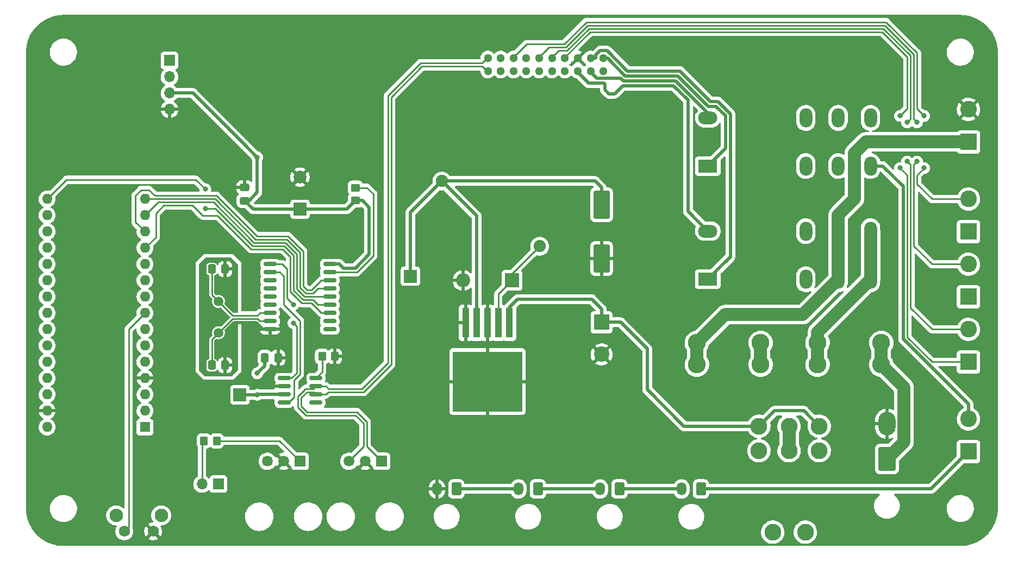
<source format=gtl>
%TF.GenerationSoftware,KiCad,Pcbnew,(6.0.8-1)-1*%
%TF.CreationDate,2023-03-04T15:31:58-08:00*%
%TF.ProjectId,Urban Battery - BMS_complement,55726261-6e20-4426-9174-74657279202d,rev?*%
%TF.SameCoordinates,Original*%
%TF.FileFunction,Copper,L1,Top*%
%TF.FilePolarity,Positive*%
%FSLAX46Y46*%
G04 Gerber Fmt 4.6, Leading zero omitted, Abs format (unit mm)*
G04 Created by KiCad (PCBNEW (6.0.8-1)-1) date 2023-03-04 15:31:58*
%MOMM*%
%LPD*%
G01*
G04 APERTURE LIST*
G04 Aperture macros list*
%AMRoundRect*
0 Rectangle with rounded corners*
0 $1 Rounding radius*
0 $2 $3 $4 $5 $6 $7 $8 $9 X,Y pos of 4 corners*
0 Add a 4 corners polygon primitive as box body*
4,1,4,$2,$3,$4,$5,$6,$7,$8,$9,$2,$3,0*
0 Add four circle primitives for the rounded corners*
1,1,$1+$1,$2,$3*
1,1,$1+$1,$4,$5*
1,1,$1+$1,$6,$7*
1,1,$1+$1,$8,$9*
0 Add four rect primitives between the rounded corners*
20,1,$1+$1,$2,$3,$4,$5,0*
20,1,$1+$1,$4,$5,$6,$7,0*
20,1,$1+$1,$6,$7,$8,$9,0*
20,1,$1+$1,$8,$9,$2,$3,0*%
G04 Aperture macros list end*
%TA.AperFunction,ComponentPad*%
%ADD10RoundRect,0.250001X0.499999X0.759999X-0.499999X0.759999X-0.499999X-0.759999X0.499999X-0.759999X0*%
%TD*%
%TA.AperFunction,ComponentPad*%
%ADD11O,1.500000X2.020000*%
%TD*%
%TA.AperFunction,ComponentPad*%
%ADD12R,2.600000X2.600000*%
%TD*%
%TA.AperFunction,ComponentPad*%
%ADD13C,2.600000*%
%TD*%
%TA.AperFunction,ComponentPad*%
%ADD14RoundRect,0.250001X1.099999X1.599999X-1.099999X1.599999X-1.099999X-1.599999X1.099999X-1.599999X0*%
%TD*%
%TA.AperFunction,ComponentPad*%
%ADD15O,2.700000X3.700000*%
%TD*%
%TA.AperFunction,ComponentPad*%
%ADD16R,1.600000X1.600000*%
%TD*%
%TA.AperFunction,ComponentPad*%
%ADD17O,1.600000X1.600000*%
%TD*%
%TA.AperFunction,SMDPad,CuDef*%
%ADD18R,2.000000X2.000000*%
%TD*%
%TA.AperFunction,SMDPad,CuDef*%
%ADD19RoundRect,0.250000X0.337500X0.475000X-0.337500X0.475000X-0.337500X-0.475000X0.337500X-0.475000X0*%
%TD*%
%TA.AperFunction,ComponentPad*%
%ADD20C,2.780000*%
%TD*%
%TA.AperFunction,SMDPad,CuDef*%
%ADD21RoundRect,0.150000X-0.875000X-0.150000X0.875000X-0.150000X0.875000X0.150000X-0.875000X0.150000X0*%
%TD*%
%TA.AperFunction,ComponentPad*%
%ADD22R,2.400000X2.400000*%
%TD*%
%TA.AperFunction,ComponentPad*%
%ADD23C,2.400000*%
%TD*%
%TA.AperFunction,SMDPad,CuDef*%
%ADD24RoundRect,0.250000X-0.350000X-0.450000X0.350000X-0.450000X0.350000X0.450000X-0.350000X0.450000X0*%
%TD*%
%TA.AperFunction,ComponentPad*%
%ADD25O,2.000000X3.000000*%
%TD*%
%TA.AperFunction,ComponentPad*%
%ADD26R,3.000000X2.000000*%
%TD*%
%TA.AperFunction,ComponentPad*%
%ADD27O,3.000000X2.000000*%
%TD*%
%TA.AperFunction,SMDPad,CuDef*%
%ADD28RoundRect,0.250000X0.475000X-0.337500X0.475000X0.337500X-0.475000X0.337500X-0.475000X-0.337500X0*%
%TD*%
%TA.AperFunction,ComponentPad*%
%ADD29R,2.200000X2.200000*%
%TD*%
%TA.AperFunction,ComponentPad*%
%ADD30O,2.200000X2.200000*%
%TD*%
%TA.AperFunction,ComponentPad*%
%ADD31R,1.700000X1.700000*%
%TD*%
%TA.AperFunction,ComponentPad*%
%ADD32O,1.700000X1.700000*%
%TD*%
%TA.AperFunction,ComponentPad*%
%ADD33C,1.500000*%
%TD*%
%TA.AperFunction,SMDPad,CuDef*%
%ADD34RoundRect,0.250000X-1.000000X1.950000X-1.000000X-1.950000X1.000000X-1.950000X1.000000X1.950000X0*%
%TD*%
%TA.AperFunction,ComponentPad*%
%ADD35R,1.690000X1.690000*%
%TD*%
%TA.AperFunction,ComponentPad*%
%ADD36C,1.690000*%
%TD*%
%TA.AperFunction,ComponentPad*%
%ADD37C,2.616200*%
%TD*%
%TA.AperFunction,SMDPad,CuDef*%
%ADD38RoundRect,0.150000X-0.825000X-0.150000X0.825000X-0.150000X0.825000X0.150000X-0.825000X0.150000X0*%
%TD*%
%TA.AperFunction,ComponentPad*%
%ADD39C,1.300000*%
%TD*%
%TA.AperFunction,SMDPad,CuDef*%
%ADD40RoundRect,0.250000X0.450000X-0.350000X0.450000X0.350000X-0.450000X0.350000X-0.450000X-0.350000X0*%
%TD*%
%TA.AperFunction,ComponentPad*%
%ADD41C,1.900000*%
%TD*%
%TA.AperFunction,ComponentPad*%
%ADD42C,2.100000*%
%TD*%
%TA.AperFunction,ComponentPad*%
%ADD43C,1.750000*%
%TD*%
%TA.AperFunction,ComponentPad*%
%ADD44R,2.000000X2.000000*%
%TD*%
%TA.AperFunction,ComponentPad*%
%ADD45C,2.000000*%
%TD*%
%TA.AperFunction,SMDPad,CuDef*%
%ADD46R,1.100000X4.600000*%
%TD*%
%TA.AperFunction,SMDPad,CuDef*%
%ADD47R,10.800000X9.400000*%
%TD*%
%TA.AperFunction,ViaPad*%
%ADD48C,0.800000*%
%TD*%
%TA.AperFunction,Conductor*%
%ADD49C,0.508000*%
%TD*%
%TA.AperFunction,Conductor*%
%ADD50C,0.254000*%
%TD*%
%TA.AperFunction,Conductor*%
%ADD51C,0.500000*%
%TD*%
%TA.AperFunction,Conductor*%
%ADD52C,2.032000*%
%TD*%
%TA.AperFunction,Conductor*%
%ADD53C,0.250000*%
%TD*%
G04 APERTURE END LIST*
D10*
X181840000Y-125220000D03*
D11*
X178840000Y-125220000D03*
D12*
X223520000Y-71120000D03*
D13*
X223520000Y-66040000D03*
D14*
X210820000Y-120550000D03*
D15*
X210820000Y-115050000D03*
D16*
X95240000Y-115570000D03*
D17*
X95240000Y-113030000D03*
X95240000Y-110490000D03*
X95240000Y-107950000D03*
X95240000Y-105410000D03*
X95240000Y-102870000D03*
X95240000Y-100330000D03*
X95240000Y-97790000D03*
X95240000Y-95250000D03*
X95240000Y-92710000D03*
X95240000Y-90170000D03*
X95240000Y-87630000D03*
X95240000Y-85090000D03*
X95240000Y-82550000D03*
X95240000Y-80010000D03*
X80000000Y-80010000D03*
X80000000Y-82550000D03*
X80000000Y-85090000D03*
X80000000Y-87630000D03*
X80000000Y-90170000D03*
X80000000Y-92710000D03*
X80000000Y-95250000D03*
X80000000Y-97790000D03*
X80000000Y-100330000D03*
X80000000Y-102870000D03*
X80000000Y-105410000D03*
X80000000Y-107950000D03*
X80000000Y-110490000D03*
X80000000Y-113030000D03*
X80000000Y-115570000D03*
D12*
X223520000Y-85095000D03*
D13*
X223520000Y-80015000D03*
D18*
X110032800Y-110540800D03*
X212090000Y-71120000D03*
D19*
X107717500Y-90932000D03*
X105642500Y-90932000D03*
D20*
X181222000Y-102440000D03*
X181222000Y-105840000D03*
X191142000Y-105840000D03*
X191142000Y-102440000D03*
D21*
X114730000Y-90170000D03*
X114730000Y-91440000D03*
X114730000Y-92710000D03*
X114730000Y-93980000D03*
X114730000Y-95250000D03*
X114730000Y-96520000D03*
X114730000Y-97790000D03*
X114730000Y-99060000D03*
X114730000Y-100330000D03*
X124030000Y-100330000D03*
X124030000Y-99060000D03*
X124030000Y-97790000D03*
X124030000Y-96520000D03*
X124030000Y-95250000D03*
X124030000Y-93980000D03*
X124030000Y-92710000D03*
X124030000Y-91440000D03*
X124030000Y-90170000D03*
D22*
X166370000Y-99232323D03*
D23*
X166370000Y-104232323D03*
D10*
X169140000Y-125220000D03*
D11*
X166140000Y-125220000D03*
D24*
X122825000Y-104542500D03*
X124825000Y-104542500D03*
D10*
X143740000Y-125220000D03*
D11*
X140740000Y-125220000D03*
D25*
X208262000Y-74870000D03*
X208262000Y-67370000D03*
X198182000Y-67370000D03*
X198182000Y-74870000D03*
D26*
X182922000Y-74870000D03*
D27*
X182922000Y-67370000D03*
D25*
X203222000Y-74870000D03*
X203222000Y-67370000D03*
D12*
X223520000Y-105410000D03*
D13*
X223520000Y-100330000D03*
D28*
X110744000Y-80285500D03*
X110744000Y-78210500D03*
D29*
X152400000Y-92710000D03*
D30*
X144780000Y-92710000D03*
D31*
X106680000Y-124460000D03*
D32*
X104140000Y-124460000D03*
D10*
X156440000Y-125220000D03*
D11*
X153440000Y-125220000D03*
D33*
X106680000Y-95975000D03*
X106680000Y-100855000D03*
D34*
X166370000Y-80890000D03*
X166370000Y-89290000D03*
D35*
X119380000Y-120905000D03*
D36*
X116840000Y-120905000D03*
X114300000Y-120905000D03*
D12*
X223520000Y-119380000D03*
D13*
X223520000Y-114300000D03*
D37*
X193040000Y-131953000D03*
X198120000Y-131953000D03*
X200279000Y-119253000D03*
X195580000Y-119253000D03*
X190881000Y-119253000D03*
X200279000Y-115443000D03*
X195580000Y-115443000D03*
X190881000Y-115443000D03*
D35*
X132080000Y-120905000D03*
D36*
X129540000Y-120905000D03*
X127000000Y-120905000D03*
D18*
X136601200Y-92049600D03*
D12*
X223520000Y-95250000D03*
D13*
X223520000Y-90170000D03*
D38*
X116905000Y-107950000D03*
X116905000Y-109220000D03*
X116905000Y-110490000D03*
X116905000Y-111760000D03*
X121855000Y-111760000D03*
X121855000Y-110490000D03*
X121855000Y-109220000D03*
X121855000Y-107950000D03*
D31*
X99060000Y-58420000D03*
D32*
X99060000Y-60960000D03*
X99060000Y-63500000D03*
X99060000Y-66040000D03*
D24*
X104410000Y-117729000D03*
X106410000Y-117729000D03*
D39*
X166650000Y-60040000D03*
X166650000Y-58040000D03*
X164650000Y-60040000D03*
X164650000Y-58040000D03*
X162650000Y-60040000D03*
X162650000Y-58040000D03*
X160650000Y-60040000D03*
X160650000Y-58040000D03*
X158650000Y-60040000D03*
X158650000Y-58040000D03*
X156650000Y-60040000D03*
X156650000Y-58040000D03*
X154650000Y-60040000D03*
X154650000Y-58040000D03*
X152650000Y-60040000D03*
X152650000Y-58040000D03*
X150650000Y-60040000D03*
X150650000Y-58040000D03*
X148650000Y-60040000D03*
X148650000Y-58040000D03*
D40*
X128016000Y-80248000D03*
X128016000Y-78248000D03*
D41*
X156718000Y-87376000D03*
X141478000Y-77216000D03*
D42*
X90760000Y-129338500D03*
X97770000Y-129338500D03*
D43*
X96520000Y-131828500D03*
X92020000Y-131828500D03*
D44*
X119380000Y-81615677D03*
D45*
X119380000Y-76615677D03*
D25*
X208262000Y-85023000D03*
X208262000Y-92523000D03*
X198182000Y-92523000D03*
X198182000Y-85023000D03*
D26*
X182922000Y-92523000D03*
D27*
X182922000Y-85023000D03*
D25*
X203222000Y-85023000D03*
X203222000Y-92523000D03*
D19*
X115972500Y-104775000D03*
X113897500Y-104775000D03*
D20*
X200018000Y-105840000D03*
X200018000Y-102440000D03*
X209938000Y-102440000D03*
X209938000Y-105840000D03*
D19*
X107717500Y-105918000D03*
X105642500Y-105918000D03*
D46*
X151990000Y-99320000D03*
X150290000Y-99320000D03*
D47*
X148590000Y-108470000D03*
D46*
X148590000Y-99320000D03*
X146890000Y-99320000D03*
X145190000Y-99320000D03*
D48*
X108458000Y-95504000D03*
X104648000Y-95504000D03*
X104902000Y-101346000D03*
X108458000Y-101346000D03*
X104648000Y-81534000D03*
X104648000Y-78486000D03*
X112725200Y-107188000D03*
X112725200Y-73507600D03*
X112725200Y-110540800D03*
X212852000Y-67056000D03*
X212852000Y-75184000D03*
X213969600Y-74168000D03*
X213969600Y-68072000D03*
X215493600Y-74168000D03*
X215493600Y-68072000D03*
X216611200Y-75184000D03*
X216611200Y-67056000D03*
X118364000Y-99364800D03*
X118364000Y-96469200D03*
D49*
X108458000Y-100330000D02*
X109474000Y-99314000D01*
X109474000Y-99314000D02*
X112522000Y-99314000D01*
X114730000Y-100330000D02*
X113538000Y-100330000D01*
X113538000Y-100330000D02*
X112522000Y-99314000D01*
X108458000Y-101346000D02*
X108458000Y-100330000D01*
D50*
X92710000Y-100320000D02*
X92710000Y-131138500D01*
X92710000Y-131138500D02*
X92020000Y-131828500D01*
X95240000Y-97790000D02*
X92710000Y-100320000D01*
X107485580Y-83522420D02*
X106563960Y-82600800D01*
X96916400Y-85953600D02*
X96926400Y-85953600D01*
X121208800Y-96266000D02*
X122732800Y-97790000D01*
X97180400Y-81991200D02*
X96926400Y-82245200D01*
X117856000Y-89001600D02*
X117856000Y-94458860D01*
X122732800Y-97790000D02*
X124030000Y-97790000D01*
X104241600Y-82600800D02*
X102666800Y-81026000D01*
X104648000Y-82600800D02*
X104241600Y-82600800D01*
X111796359Y-87833199D02*
X116687600Y-87833200D01*
X95240000Y-87630000D02*
X96916400Y-85953600D01*
X102666800Y-81026000D02*
X98145600Y-81026000D01*
X116687600Y-87833200D02*
X117856000Y-89001600D01*
X107485580Y-83522420D02*
X111796359Y-87833199D01*
X119663140Y-96266000D02*
X121208800Y-96266000D01*
X106563960Y-82600800D02*
X104648000Y-82600800D01*
X98145600Y-81026000D02*
X97180400Y-81991200D01*
X96926400Y-82245200D02*
X96926400Y-85953600D01*
X117856000Y-94458860D02*
X119663140Y-96266000D01*
X120504820Y-94234000D02*
X119888000Y-93617180D01*
X122725580Y-92710000D02*
X121201580Y-94234000D01*
X119888000Y-88159920D02*
X117529281Y-85801201D01*
X93776800Y-83626800D02*
X95240000Y-85090000D01*
X94640400Y-78587600D02*
X93776800Y-79451200D01*
X95859600Y-78587600D02*
X94640400Y-78587600D01*
X117529281Y-85801201D02*
X112681621Y-85801201D01*
X121201580Y-94234000D02*
X120504820Y-94234000D01*
X124030000Y-92710000D02*
X122725580Y-92710000D01*
X93776800Y-79451200D02*
X93776800Y-83626800D01*
X106382420Y-79502000D02*
X96774000Y-79502000D01*
X112681621Y-85801201D02*
X106382420Y-79502000D01*
X119888000Y-93617180D02*
X119888000Y-88159920D01*
X96774000Y-79502000D02*
X95859600Y-78587600D01*
X117108441Y-86817201D02*
X118872000Y-88580760D01*
X95240000Y-82550000D02*
X97272000Y-80518000D01*
X105918000Y-80518000D02*
X112217200Y-86817200D01*
X120083980Y-95250000D02*
X124030000Y-95250000D01*
X118872001Y-94038021D02*
X120083980Y-95250000D01*
X112217200Y-86817200D02*
X117108441Y-86817201D01*
X97272000Y-80518000D02*
X105918000Y-80518000D01*
X118872000Y-88580760D02*
X118872001Y-94038021D01*
X117318862Y-86309202D02*
X119380000Y-88370340D01*
X95240000Y-80010000D02*
X106172000Y-80010000D01*
X119380000Y-88370340D02*
X119380000Y-93827600D01*
X122174000Y-93980000D02*
X124030000Y-93980000D01*
X120294400Y-94742000D02*
X121412000Y-94742000D01*
X119380000Y-93827600D02*
X120294400Y-94742000D01*
X121412000Y-94742000D02*
X122174000Y-93980000D01*
X112471200Y-86309200D02*
X117318862Y-86309202D01*
X106172000Y-80010000D02*
X112471200Y-86309200D01*
X116898020Y-87325200D02*
X118364000Y-88791180D01*
X104648000Y-78486000D02*
X103174800Y-77012800D01*
X106879590Y-82198010D02*
X112006780Y-87325200D01*
X106215580Y-81534000D02*
X104648000Y-81534000D01*
X106879590Y-82198010D02*
X106215580Y-81534000D01*
X119873560Y-95758000D02*
X121419220Y-95758000D01*
X103174800Y-77012800D02*
X82997200Y-77012800D01*
X122181220Y-96520000D02*
X124030000Y-96520000D01*
X82997200Y-77012800D02*
X80000000Y-80010000D01*
X112006780Y-87325200D02*
X116898020Y-87325200D01*
X121419220Y-95758000D02*
X122181220Y-96520000D01*
X118364002Y-94248442D02*
X119873560Y-95758000D01*
X118364000Y-88791180D02*
X118364002Y-94248442D01*
D49*
X113897500Y-104775000D02*
X113897500Y-106015700D01*
X128016000Y-80248000D02*
X129117600Y-80248000D01*
X130175000Y-88636974D02*
X128006974Y-90805000D01*
X119380000Y-81615677D02*
X112074177Y-81615677D01*
X129117600Y-80248000D02*
X130175000Y-81305400D01*
X116905000Y-110490000D02*
X112776000Y-110490000D01*
X126648323Y-81615677D02*
X119380000Y-81615677D01*
X110744000Y-80285500D02*
X111433700Y-80285500D01*
X126161800Y-90805000D02*
X125526800Y-90170000D01*
X130175000Y-81305400D02*
X130175000Y-88636974D01*
X110642400Y-71424800D02*
X102717600Y-63500000D01*
X112725200Y-78994000D02*
X112725200Y-73507600D01*
X125526800Y-90170000D02*
X124030000Y-90170000D01*
X102717600Y-63500000D02*
X99060000Y-63500000D01*
X128016000Y-80248000D02*
X126648323Y-81615677D01*
X111433700Y-80285500D02*
X112725200Y-78994000D01*
X128006974Y-90805000D02*
X126161800Y-90805000D01*
X113897500Y-106015700D02*
X112725200Y-107188000D01*
X112074177Y-81615677D02*
X110744000Y-80285500D01*
X112776000Y-110490000D02*
X112725200Y-110540800D01*
X112725200Y-110540800D02*
X110032800Y-110540800D01*
X112725200Y-73507600D02*
X110642400Y-71424800D01*
X165354000Y-77216000D02*
X166370000Y-78232000D01*
X146890000Y-82628000D02*
X141478000Y-77216000D01*
X166370000Y-78232000D02*
X166370000Y-80890000D01*
X146890000Y-99320000D02*
X146890000Y-82628000D01*
X141478000Y-77216000D02*
X165354000Y-77216000D01*
X136601200Y-92049600D02*
X136601200Y-82092800D01*
X136601200Y-82092800D02*
X141478000Y-77216000D01*
X197866000Y-113030000D02*
X193294000Y-113030000D01*
X153289000Y-95631000D02*
X164820600Y-95631000D01*
X164820600Y-95631000D02*
X166370000Y-97180400D01*
X190881000Y-115443000D02*
X193294000Y-113030000D01*
D51*
X179019200Y-115265200D02*
X179197000Y-115443000D01*
D49*
X151990000Y-96930000D02*
X153289000Y-95631000D01*
X173482000Y-109728000D02*
X179019200Y-115265200D01*
X173482000Y-103378000D02*
X173482000Y-109728000D01*
X200279000Y-115443000D02*
X197866000Y-113030000D01*
X166370000Y-99232323D02*
X169336323Y-99232323D01*
D51*
X173405800Y-103301800D02*
X173482000Y-103378000D01*
D49*
X169336323Y-99232323D02*
X173405800Y-103301800D01*
X179197000Y-115443000D02*
X190881000Y-115443000D01*
X166370000Y-97180400D02*
X166370000Y-99232323D01*
X151990000Y-99320000D02*
X151990000Y-96930000D01*
D50*
X150290000Y-94820000D02*
X150290000Y-99320000D01*
X152400000Y-91694000D02*
X156718000Y-87376000D01*
X152400000Y-92710000D02*
X150290000Y-94820000D01*
X152400000Y-92710000D02*
X152400000Y-91694000D01*
D52*
X181222000Y-102440000D02*
X185618000Y-98044000D01*
X203222000Y-82528000D02*
X205740000Y-80010000D01*
X207518000Y-71120000D02*
X205740000Y-72898000D01*
X205740000Y-72898000D02*
X205740000Y-80010000D01*
X223520000Y-71120000D02*
X207518000Y-71120000D01*
X197701000Y-98044000D02*
X203222000Y-92523000D01*
X203222000Y-85023000D02*
X203222000Y-82528000D01*
X181222000Y-102440000D02*
X181222000Y-105840000D01*
X185618000Y-98044000D02*
X197701000Y-98044000D01*
X203222000Y-85023000D02*
X203222000Y-92523000D01*
X195580000Y-115443000D02*
X195580000Y-119253000D01*
X191142000Y-102440000D02*
X191142000Y-105840000D01*
D49*
X167336671Y-58080000D02*
X170064271Y-60807600D01*
X178228060Y-60807600D02*
X183003260Y-65582800D01*
X170064271Y-60807600D02*
X178228060Y-60807600D01*
X184200800Y-65582800D02*
X185674000Y-67056000D01*
X166480000Y-58080000D02*
X167336671Y-58080000D01*
X185674000Y-67056000D02*
X185674000Y-72118000D01*
X183003260Y-65582800D02*
X184200800Y-65582800D01*
X185674000Y-72118000D02*
X182922000Y-74870000D01*
X165598000Y-61198000D02*
X169377040Y-61198000D01*
X177912430Y-61569600D02*
X182922000Y-66579170D01*
X164480000Y-60080000D02*
X165598000Y-61198000D01*
X182922000Y-66579170D02*
X182922000Y-67370000D01*
X169377040Y-61198000D02*
X169748640Y-61569600D01*
X169748640Y-61569600D02*
X177912430Y-61569600D01*
X186436000Y-66740369D02*
X186436000Y-89009000D01*
X167216301Y-56882000D02*
X170379901Y-60045600D01*
X170379901Y-60045600D02*
X178543690Y-60045600D01*
X165492000Y-57560340D02*
X166170340Y-56882000D01*
X183318890Y-64820800D02*
X184516431Y-64820800D01*
X186436000Y-89009000D02*
X182922000Y-92523000D01*
X184516431Y-64820800D02*
X186436000Y-66740369D01*
X166170340Y-56882000D02*
X167216301Y-56882000D01*
X165492000Y-58080000D02*
X165492000Y-57560340D01*
X178543690Y-60045600D02*
X183318890Y-64820800D01*
X164480000Y-58080000D02*
X165492000Y-58080000D01*
X179832000Y-81933000D02*
X182922000Y-85023000D01*
X166895999Y-62976582D02*
X167513418Y-63594001D01*
X162480000Y-60080000D02*
X164360000Y-61960000D01*
X179832000Y-64566800D02*
X179832000Y-81933000D01*
X177596800Y-62331600D02*
X179832000Y-64566800D01*
X164360000Y-61960000D02*
X166752581Y-61960000D01*
X166752581Y-61960000D02*
X166895999Y-62103418D01*
X166895999Y-62103418D02*
X166895999Y-62976582D01*
X168386582Y-63594001D02*
X169648983Y-62331600D01*
X167513418Y-63594001D02*
X168386582Y-63594001D01*
X169648983Y-62331600D02*
X177596800Y-62331600D01*
D50*
X213969600Y-76301600D02*
X212852000Y-75184000D01*
X164610400Y-53949600D02*
X160480000Y-58080000D01*
X213969600Y-101549200D02*
X213969600Y-76301600D01*
X213969601Y-57861201D02*
X213969600Y-65938400D01*
X213969601Y-57861201D02*
X210058000Y-53949600D01*
X210058000Y-53949600D02*
X164610400Y-53949600D01*
X217830400Y-105410000D02*
X213969600Y-101549200D01*
X213969600Y-65938400D02*
X212852000Y-67056000D01*
X223520000Y-105410000D02*
X217830400Y-105410000D01*
X214477600Y-67564000D02*
X213969600Y-68072000D01*
X217830400Y-100330000D02*
X214477600Y-96977200D01*
X214477600Y-74676000D02*
X213969600Y-74168000D01*
X210268420Y-53441600D02*
X214477600Y-57650780D01*
X214477600Y-74676000D02*
X214477600Y-96977200D01*
X159683810Y-56876190D02*
X160965390Y-56876190D01*
X214477600Y-67564000D02*
X214477600Y-57650780D01*
X160965390Y-56876190D02*
X164399980Y-53441600D01*
X164399980Y-53441600D02*
X210268420Y-53441600D01*
X158480000Y-58080000D02*
X159683810Y-56876190D01*
X223520000Y-100330000D02*
X217830400Y-100330000D01*
X214985600Y-67564000D02*
X214985599Y-57440359D01*
X214985600Y-67564000D02*
X215493600Y-68072000D01*
X164189560Y-52933600D02*
X210478840Y-52933600D01*
X214985600Y-74676000D02*
X214985600Y-87325200D01*
X158191809Y-56368191D02*
X160754969Y-56368191D01*
X160754969Y-56368191D02*
X164189560Y-52933600D01*
X217830400Y-90170000D02*
X214985600Y-87325200D01*
X223520000Y-90170000D02*
X217830400Y-90170000D01*
X210478840Y-52933600D02*
X214985599Y-57440359D01*
X156480000Y-58080000D02*
X158191809Y-56368191D01*
X214985600Y-74676000D02*
X215493600Y-74168000D01*
X163979140Y-52425600D02*
X210689260Y-52425600D01*
X215493600Y-76301600D02*
X216611200Y-75184000D01*
X160544549Y-55860191D02*
X163979140Y-52425600D01*
X154699809Y-55860191D02*
X160544549Y-55860191D01*
X217835400Y-80015000D02*
X215493600Y-77673200D01*
X223520000Y-80015000D02*
X217835400Y-80015000D01*
X215493598Y-57229938D02*
X215493598Y-65938398D01*
X215493598Y-65938398D02*
X216611200Y-67056000D01*
X215493600Y-76301600D02*
X215493600Y-77673200D01*
X152480000Y-58080000D02*
X154699809Y-55860191D01*
X210689260Y-52425600D02*
X215493598Y-57229938D01*
X129794001Y-118619001D02*
X132080000Y-120905000D01*
X116204000Y-117729000D02*
X119380000Y-120905000D01*
X119583200Y-112315188D02*
X120501212Y-113233200D01*
X120475811Y-110109001D02*
X119583200Y-111001612D01*
X129264212Y-110109000D02*
X123825001Y-110109001D01*
X120501212Y-113233200D02*
X128273612Y-113233200D01*
X121474001Y-110109001D02*
X120475811Y-110109001D01*
X106410000Y-117729000D02*
X116204000Y-117729000D01*
X147734001Y-59334001D02*
X138383212Y-59334000D01*
X148480000Y-60080000D02*
X147734001Y-59334001D01*
X133604000Y-64113212D02*
X133604000Y-105769212D01*
X138383212Y-59334000D02*
X133604000Y-64113212D01*
X121855000Y-110490000D02*
X123444002Y-110490000D01*
X129794001Y-114753589D02*
X129794001Y-118619001D01*
X121855000Y-110490000D02*
X121474001Y-110109001D01*
X119583200Y-111001612D02*
X119583200Y-112315188D01*
X133604000Y-105769212D02*
X129264212Y-110109000D01*
X123444002Y-110490000D02*
X123825001Y-110109001D01*
X128273612Y-113233200D02*
X129794001Y-114753589D01*
X133096000Y-105558788D02*
X129053788Y-109601000D01*
X129053788Y-109601000D02*
X123825001Y-109600999D01*
X121474001Y-109600999D02*
X120265389Y-109600999D01*
X133096000Y-63902788D02*
X133096000Y-105558788D01*
X129285999Y-114964011D02*
X129285999Y-118619001D01*
X121855000Y-109220000D02*
X123444002Y-109220000D01*
X120290788Y-113741200D02*
X128063188Y-113741200D01*
X138172788Y-58826000D02*
X133096000Y-63902788D01*
X129285999Y-118619001D02*
X127000000Y-120905000D01*
X147734001Y-58825999D02*
X138172788Y-58826000D01*
X128063188Y-113741200D02*
X129285999Y-114964011D01*
X148480000Y-58080000D02*
X147734001Y-58825999D01*
X123444002Y-109220000D02*
X123825001Y-109600999D01*
X121855000Y-109220000D02*
X121474001Y-109600999D01*
X119075200Y-110791188D02*
X119075200Y-112525612D01*
X120265389Y-109600999D02*
X119075200Y-110791188D01*
X119075200Y-112525612D02*
X120290788Y-113741200D01*
D53*
X121855000Y-107950000D02*
X122825000Y-106980000D01*
X122825000Y-106980000D02*
X122825000Y-104542500D01*
D50*
X106680000Y-95975000D02*
X108865999Y-98160999D01*
X108865999Y-98160999D02*
X112776000Y-98161000D01*
X105642500Y-94937500D02*
X106680000Y-95975000D01*
X113147000Y-97790000D02*
X112776000Y-98161000D01*
X105642500Y-90932000D02*
X105642500Y-94937500D01*
X114730000Y-97790000D02*
X113147000Y-97790000D01*
X105642500Y-105918000D02*
X105642500Y-101892500D01*
X113167000Y-99060000D02*
X112776000Y-98669000D01*
X108865999Y-98669001D02*
X112776000Y-98669000D01*
X114730000Y-99060000D02*
X113167000Y-99060000D01*
X105642500Y-101892500D02*
X106680000Y-100855000D01*
X106680000Y-100855000D02*
X108865999Y-98669001D01*
D52*
X200018000Y-102440000D02*
X200018000Y-105840000D01*
X200018000Y-102440000D02*
X200018000Y-100767000D01*
X200018000Y-100767000D02*
X208262000Y-92523000D01*
X208262000Y-92523000D02*
X208262000Y-85023000D01*
D50*
X117348001Y-94669281D02*
X117348001Y-95453201D01*
X118872001Y-107137199D02*
X118872001Y-99872801D01*
X114730000Y-90170000D02*
X116636800Y-90170000D01*
X118059200Y-107950000D02*
X118872001Y-107137199D01*
X117348001Y-95453201D02*
X118364000Y-96469200D01*
X116905000Y-107950000D02*
X118059200Y-107950000D01*
X116636800Y-90170000D02*
X117348000Y-90881200D01*
X118872001Y-99872801D02*
X118364000Y-99364800D01*
X117348000Y-90881200D02*
X117348001Y-94669281D01*
X116905000Y-111760000D02*
X117648408Y-111760000D01*
X118488804Y-108238816D02*
X119380001Y-107347619D01*
X116840002Y-96469202D02*
X116840000Y-92049600D01*
X116230400Y-91440000D02*
X114730000Y-91440000D01*
X119380001Y-107347619D02*
X119380001Y-99009201D01*
X116840000Y-92049600D02*
X116230400Y-91440000D01*
X119380001Y-99009201D02*
X116840002Y-96469202D01*
X118488804Y-110919604D02*
X118488804Y-108238816D01*
X117648408Y-111760000D02*
X118488804Y-110919604D01*
D49*
X178840000Y-125220000D02*
X169140000Y-125220000D01*
D50*
X129810000Y-78248000D02*
X130810000Y-79248000D01*
X130810000Y-88900000D02*
X130810000Y-79248000D01*
X128016000Y-78248000D02*
X129810000Y-78248000D01*
X128270000Y-91440000D02*
X130810000Y-88900000D01*
X124030000Y-91440000D02*
X128270000Y-91440000D01*
D49*
X213334600Y-101812226D02*
X213334600Y-78054200D01*
X210150400Y-74870000D02*
X208262000Y-74870000D01*
X223520000Y-111997626D02*
X213334600Y-101812226D01*
X213334600Y-78054200D02*
X210150400Y-74870000D01*
X223520000Y-114300000D02*
X223520000Y-111997626D01*
X166140000Y-125220000D02*
X156440000Y-125220000D01*
X143740000Y-125220000D02*
X153440000Y-125220000D01*
D50*
X104140000Y-117999000D02*
X104410000Y-117729000D01*
X104140000Y-124460000D02*
X104140000Y-117999000D01*
D52*
X209938000Y-105840000D02*
X213440000Y-109342000D01*
X213440000Y-117930000D02*
X210820000Y-120550000D01*
X213440000Y-109342000D02*
X213440000Y-117930000D01*
X209938000Y-102440000D02*
X209938000Y-105840000D01*
D49*
X181840000Y-125220000D02*
X217680000Y-125220000D01*
X217680000Y-125220000D02*
X223520000Y-119380000D01*
%TA.AperFunction,Conductor*%
G36*
X108727931Y-89174002D02*
G01*
X108748905Y-89190905D01*
X109691095Y-90133095D01*
X109725121Y-90195407D01*
X109728000Y-90222190D01*
X109728000Y-97653499D01*
X109707998Y-97721620D01*
X109654342Y-97768113D01*
X109602000Y-97779499D01*
X109076211Y-97779499D01*
X109008090Y-97759497D01*
X108987116Y-97742594D01*
X107664105Y-96419582D01*
X107630079Y-96357270D01*
X107633642Y-96290716D01*
X107662331Y-96204474D01*
X107662333Y-96204467D01*
X107664277Y-96198622D01*
X107688966Y-96003183D01*
X107689360Y-95975000D01*
X107670137Y-95778948D01*
X107613200Y-95590363D01*
X107520717Y-95416429D01*
X107396212Y-95263770D01*
X107280586Y-95168116D01*
X107249177Y-95142132D01*
X107249174Y-95142130D01*
X107244427Y-95138203D01*
X107071143Y-95044508D01*
X106882960Y-94986256D01*
X106876835Y-94985612D01*
X106876834Y-94985612D01*
X106693176Y-94966309D01*
X106693174Y-94966309D01*
X106687047Y-94965665D01*
X106605018Y-94973130D01*
X106497004Y-94982960D01*
X106497001Y-94982961D01*
X106490865Y-94983519D01*
X106484959Y-94985257D01*
X106484955Y-94985258D01*
X106359574Y-95022160D01*
X106288577Y-95022205D01*
X106234904Y-94990381D01*
X106060905Y-94816382D01*
X106026879Y-94754070D01*
X106024000Y-94727287D01*
X106024000Y-92016661D01*
X106044002Y-91948540D01*
X106097658Y-91902047D01*
X106105771Y-91898679D01*
X106141804Y-91885171D01*
X106224764Y-91854071D01*
X106231943Y-91848691D01*
X106231946Y-91848689D01*
X106333224Y-91772785D01*
X106340404Y-91767404D01*
X106427071Y-91651764D01*
X106430223Y-91643355D01*
X106434181Y-91636126D01*
X106484438Y-91585979D01*
X106553829Y-91570964D01*
X106620322Y-91595848D01*
X106664226Y-91656757D01*
X106686588Y-91723784D01*
X106692761Y-91736962D01*
X106778063Y-91874807D01*
X106787099Y-91886208D01*
X106901829Y-92000739D01*
X106913240Y-92009751D01*
X107051243Y-92094816D01*
X107064424Y-92100963D01*
X107218710Y-92152138D01*
X107232086Y-92155005D01*
X107326438Y-92164672D01*
X107332854Y-92165000D01*
X107445385Y-92165000D01*
X107460624Y-92160525D01*
X107461829Y-92159135D01*
X107463500Y-92151452D01*
X107463500Y-92146884D01*
X107971500Y-92146884D01*
X107975975Y-92162123D01*
X107977365Y-92163328D01*
X107985048Y-92164999D01*
X108102095Y-92164999D01*
X108108614Y-92164662D01*
X108204206Y-92154743D01*
X108217600Y-92151851D01*
X108371784Y-92100412D01*
X108384962Y-92094239D01*
X108522807Y-92008937D01*
X108534208Y-91999901D01*
X108648739Y-91885171D01*
X108657751Y-91873760D01*
X108742816Y-91735757D01*
X108748963Y-91722576D01*
X108800138Y-91568290D01*
X108803005Y-91554914D01*
X108812672Y-91460562D01*
X108813000Y-91454146D01*
X108813000Y-91204115D01*
X108808525Y-91188876D01*
X108807135Y-91187671D01*
X108799452Y-91186000D01*
X107989615Y-91186000D01*
X107974376Y-91190475D01*
X107973171Y-91191865D01*
X107971500Y-91199548D01*
X107971500Y-92146884D01*
X107463500Y-92146884D01*
X107463500Y-90659885D01*
X107971500Y-90659885D01*
X107975975Y-90675124D01*
X107977365Y-90676329D01*
X107985048Y-90678000D01*
X108794884Y-90678000D01*
X108810123Y-90673525D01*
X108811328Y-90672135D01*
X108812999Y-90664452D01*
X108812999Y-90409905D01*
X108812662Y-90403386D01*
X108802743Y-90307794D01*
X108799851Y-90294400D01*
X108748412Y-90140216D01*
X108742239Y-90127038D01*
X108656937Y-89989193D01*
X108647901Y-89977792D01*
X108533171Y-89863261D01*
X108521760Y-89854249D01*
X108383757Y-89769184D01*
X108370576Y-89763037D01*
X108216290Y-89711862D01*
X108202914Y-89708995D01*
X108108562Y-89699328D01*
X108102145Y-89699000D01*
X107989615Y-89699000D01*
X107974376Y-89703475D01*
X107973171Y-89704865D01*
X107971500Y-89712548D01*
X107971500Y-90659885D01*
X107463500Y-90659885D01*
X107463500Y-89717116D01*
X107459025Y-89701877D01*
X107457635Y-89700672D01*
X107449952Y-89699001D01*
X107332905Y-89699001D01*
X107326386Y-89699338D01*
X107230794Y-89709257D01*
X107217400Y-89712149D01*
X107063216Y-89763588D01*
X107050038Y-89769761D01*
X106912193Y-89855063D01*
X106900792Y-89864099D01*
X106786261Y-89978829D01*
X106777249Y-89990240D01*
X106692184Y-90128243D01*
X106686036Y-90141426D01*
X106664283Y-90207010D01*
X106623853Y-90265370D01*
X106558288Y-90292607D01*
X106488407Y-90280074D01*
X106434170Y-90227853D01*
X106430221Y-90220640D01*
X106427071Y-90212236D01*
X106414459Y-90195407D01*
X106345785Y-90103776D01*
X106340404Y-90096596D01*
X106319977Y-90081287D01*
X106231946Y-90015311D01*
X106231943Y-90015309D01*
X106224764Y-90009929D01*
X106135046Y-89976296D01*
X106096843Y-89961974D01*
X106096841Y-89961974D01*
X106089448Y-89959202D01*
X106081598Y-89958349D01*
X106081597Y-89958349D01*
X106031153Y-89952869D01*
X106031152Y-89952869D01*
X106027756Y-89952500D01*
X105257244Y-89952500D01*
X105253848Y-89952869D01*
X105253847Y-89952869D01*
X105203403Y-89958349D01*
X105203402Y-89958349D01*
X105195552Y-89959202D01*
X105188159Y-89961974D01*
X105188157Y-89961974D01*
X105149954Y-89976296D01*
X105060236Y-90009929D01*
X105053057Y-90015309D01*
X105053054Y-90015311D01*
X104965023Y-90081287D01*
X104944596Y-90096596D01*
X104939215Y-90103776D01*
X104863311Y-90205054D01*
X104863309Y-90205057D01*
X104857929Y-90212236D01*
X104807202Y-90347552D01*
X104800500Y-90409244D01*
X104800500Y-91454756D01*
X104807202Y-91516448D01*
X104857929Y-91651764D01*
X104863309Y-91658943D01*
X104863311Y-91658946D01*
X104910999Y-91722576D01*
X104944596Y-91767404D01*
X104951776Y-91772785D01*
X105053054Y-91848689D01*
X105053057Y-91848691D01*
X105060236Y-91854071D01*
X105143196Y-91885171D01*
X105179229Y-91898679D01*
X105235994Y-91941320D01*
X105260694Y-92007882D01*
X105261000Y-92016661D01*
X105261000Y-94883365D01*
X105258414Y-94907664D01*
X105258346Y-94909102D01*
X105256155Y-94919280D01*
X105257379Y-94929620D01*
X105260127Y-94952842D01*
X105260479Y-94958820D01*
X105260572Y-94958812D01*
X105261000Y-94963990D01*
X105261000Y-94969192D01*
X105264144Y-94988078D01*
X105264186Y-94988332D01*
X105265022Y-94994204D01*
X105271082Y-95045407D01*
X105275067Y-95053706D01*
X105276578Y-95062783D01*
X105301058Y-95108151D01*
X105303739Y-95113414D01*
X105322627Y-95152750D01*
X105322630Y-95152754D01*
X105326060Y-95159898D01*
X105329670Y-95164192D01*
X105331602Y-95166124D01*
X105333389Y-95168073D01*
X105333418Y-95168126D01*
X105333288Y-95168245D01*
X105333789Y-95168813D01*
X105336888Y-95174557D01*
X105344533Y-95181624D01*
X105376709Y-95211367D01*
X105380275Y-95214797D01*
X105695824Y-95530346D01*
X105729850Y-95592658D01*
X105726831Y-95657538D01*
X105692697Y-95765142D01*
X105670738Y-95960907D01*
X105687222Y-96157209D01*
X105741521Y-96346570D01*
X105831566Y-96521779D01*
X105835389Y-96526603D01*
X105835392Y-96526607D01*
X105948766Y-96669648D01*
X105953927Y-96676160D01*
X106103945Y-96803835D01*
X106275904Y-96899940D01*
X106463255Y-96960814D01*
X106658862Y-96984139D01*
X106664997Y-96983667D01*
X106664999Y-96983667D01*
X106724801Y-96979065D01*
X106855274Y-96969026D01*
X106861204Y-96967370D01*
X106861211Y-96967369D01*
X107002642Y-96927880D01*
X107073632Y-96928826D01*
X107125621Y-96960143D01*
X108491382Y-98325905D01*
X108525408Y-98388217D01*
X108520343Y-98459033D01*
X108491382Y-98504095D01*
X107124756Y-99870721D01*
X107062444Y-99904747D01*
X106998402Y-99901991D01*
X106962033Y-99890733D01*
X106882960Y-99866256D01*
X106876835Y-99865612D01*
X106876834Y-99865612D01*
X106693176Y-99846309D01*
X106693174Y-99846309D01*
X106687047Y-99845665D01*
X106605018Y-99853130D01*
X106497004Y-99862960D01*
X106497001Y-99862961D01*
X106490865Y-99863519D01*
X106484959Y-99865257D01*
X106484955Y-99865258D01*
X106360148Y-99901991D01*
X106301887Y-99919138D01*
X106296427Y-99921992D01*
X106296428Y-99921992D01*
X106132772Y-100007549D01*
X106132768Y-100007552D01*
X106127312Y-100010404D01*
X105973788Y-100133840D01*
X105847163Y-100284745D01*
X105752262Y-100457371D01*
X105750398Y-100463246D01*
X105750397Y-100463249D01*
X105727443Y-100535610D01*
X105692697Y-100645142D01*
X105670738Y-100840907D01*
X105687222Y-101037209D01*
X105721451Y-101156577D01*
X105727166Y-101176509D01*
X105726715Y-101247505D01*
X105695142Y-101300335D01*
X105411021Y-101584456D01*
X105392005Y-101599815D01*
X105390944Y-101600781D01*
X105382196Y-101606429D01*
X105375750Y-101614606D01*
X105361271Y-101632972D01*
X105357294Y-101637447D01*
X105357365Y-101637508D01*
X105354012Y-101641465D01*
X105350329Y-101645148D01*
X105347303Y-101649383D01*
X105347301Y-101649385D01*
X105339047Y-101660936D01*
X105335484Y-101665682D01*
X105303566Y-101706170D01*
X105300515Y-101714857D01*
X105295166Y-101722343D01*
X105292183Y-101732319D01*
X105292182Y-101732320D01*
X105280402Y-101771711D01*
X105278572Y-101777343D01*
X105261484Y-101826002D01*
X105261000Y-101831591D01*
X105261000Y-101834302D01*
X105260885Y-101836969D01*
X105260866Y-101837032D01*
X105260692Y-101837025D01*
X105260645Y-101837771D01*
X105258775Y-101844024D01*
X105260734Y-101893883D01*
X105260903Y-101898178D01*
X105261000Y-101903125D01*
X105261000Y-104833339D01*
X105240998Y-104901460D01*
X105187342Y-104947953D01*
X105179229Y-104951321D01*
X105060236Y-104995929D01*
X105053057Y-105001309D01*
X105053054Y-105001311D01*
X104965023Y-105067287D01*
X104944596Y-105082596D01*
X104939215Y-105089776D01*
X104863311Y-105191054D01*
X104863309Y-105191057D01*
X104857929Y-105198236D01*
X104807202Y-105333552D01*
X104800500Y-105395244D01*
X104800500Y-106440756D01*
X104807202Y-106502448D01*
X104857929Y-106637764D01*
X104863309Y-106644943D01*
X104863311Y-106644946D01*
X104910999Y-106708576D01*
X104944596Y-106753404D01*
X104951776Y-106758785D01*
X105053054Y-106834689D01*
X105053057Y-106834691D01*
X105060236Y-106840071D01*
X105143196Y-106871171D01*
X105188157Y-106888026D01*
X105188159Y-106888026D01*
X105195552Y-106890798D01*
X105203402Y-106891651D01*
X105203403Y-106891651D01*
X105253847Y-106897131D01*
X105257244Y-106897500D01*
X106027756Y-106897500D01*
X106031153Y-106897131D01*
X106081597Y-106891651D01*
X106081598Y-106891651D01*
X106089448Y-106890798D01*
X106096841Y-106888026D01*
X106096843Y-106888026D01*
X106141804Y-106871171D01*
X106224764Y-106840071D01*
X106231943Y-106834691D01*
X106231946Y-106834689D01*
X106333224Y-106758785D01*
X106340404Y-106753404D01*
X106427071Y-106637764D01*
X106430223Y-106629355D01*
X106434181Y-106622126D01*
X106484438Y-106571979D01*
X106553829Y-106556964D01*
X106620322Y-106581848D01*
X106664226Y-106642757D01*
X106686588Y-106709784D01*
X106692761Y-106722962D01*
X106778063Y-106860807D01*
X106787099Y-106872208D01*
X106901829Y-106986739D01*
X106913240Y-106995751D01*
X107051243Y-107080816D01*
X107064424Y-107086963D01*
X107218710Y-107138138D01*
X107232086Y-107141005D01*
X107326438Y-107150672D01*
X107332854Y-107151000D01*
X107445385Y-107151000D01*
X107460624Y-107146525D01*
X107461829Y-107145135D01*
X107463500Y-107137452D01*
X107463500Y-107132884D01*
X107971500Y-107132884D01*
X107975975Y-107148123D01*
X107977365Y-107149328D01*
X107985048Y-107150999D01*
X108102095Y-107150999D01*
X108108614Y-107150662D01*
X108204206Y-107140743D01*
X108217600Y-107137851D01*
X108371784Y-107086412D01*
X108384962Y-107080239D01*
X108522807Y-106994937D01*
X108534208Y-106985901D01*
X108648739Y-106871171D01*
X108657751Y-106859760D01*
X108742816Y-106721757D01*
X108748963Y-106708576D01*
X108800138Y-106554290D01*
X108803005Y-106540914D01*
X108812672Y-106446562D01*
X108813000Y-106440146D01*
X108813000Y-106190115D01*
X108808525Y-106174876D01*
X108807135Y-106173671D01*
X108799452Y-106172000D01*
X107989615Y-106172000D01*
X107974376Y-106176475D01*
X107973171Y-106177865D01*
X107971500Y-106185548D01*
X107971500Y-107132884D01*
X107463500Y-107132884D01*
X107463500Y-105645885D01*
X107971500Y-105645885D01*
X107975975Y-105661124D01*
X107977365Y-105662329D01*
X107985048Y-105664000D01*
X108794884Y-105664000D01*
X108810123Y-105659525D01*
X108811328Y-105658135D01*
X108812999Y-105650452D01*
X108812999Y-105395905D01*
X108812662Y-105389386D01*
X108802743Y-105293794D01*
X108799851Y-105280400D01*
X108748412Y-105126216D01*
X108742239Y-105113038D01*
X108656937Y-104975193D01*
X108647901Y-104963792D01*
X108533171Y-104849261D01*
X108521760Y-104840249D01*
X108383757Y-104755184D01*
X108370576Y-104749037D01*
X108216290Y-104697862D01*
X108202914Y-104694995D01*
X108108562Y-104685328D01*
X108102145Y-104685000D01*
X107989615Y-104685000D01*
X107974376Y-104689475D01*
X107973171Y-104690865D01*
X107971500Y-104698548D01*
X107971500Y-105645885D01*
X107463500Y-105645885D01*
X107463500Y-104703116D01*
X107459025Y-104687877D01*
X107457635Y-104686672D01*
X107449952Y-104685001D01*
X107332905Y-104685001D01*
X107326386Y-104685338D01*
X107230794Y-104695257D01*
X107217400Y-104698149D01*
X107063216Y-104749588D01*
X107050038Y-104755761D01*
X106912193Y-104841063D01*
X106900792Y-104850099D01*
X106786261Y-104964829D01*
X106777249Y-104976240D01*
X106692184Y-105114243D01*
X106686036Y-105127426D01*
X106664283Y-105193010D01*
X106623853Y-105251370D01*
X106558288Y-105278607D01*
X106488407Y-105266074D01*
X106434170Y-105213853D01*
X106430221Y-105206640D01*
X106427071Y-105198236D01*
X106340404Y-105082596D01*
X106319977Y-105067287D01*
X106231946Y-105001311D01*
X106231943Y-105001309D01*
X106224764Y-104995929D01*
X106105771Y-104951321D01*
X106049006Y-104908680D01*
X106024306Y-104842118D01*
X106024000Y-104833339D01*
X106024000Y-102102712D01*
X106044002Y-102034591D01*
X106060905Y-102013617D01*
X106235403Y-101839119D01*
X106297715Y-101805093D01*
X106363433Y-101808381D01*
X106451618Y-101837033D01*
X106463255Y-101840814D01*
X106658862Y-101864139D01*
X106664997Y-101863667D01*
X106664999Y-101863667D01*
X106724801Y-101859065D01*
X106855274Y-101849026D01*
X107045009Y-101796050D01*
X107067833Y-101784521D01*
X107215341Y-101710010D01*
X107215343Y-101710009D01*
X107220842Y-101707231D01*
X107376074Y-101585950D01*
X107380100Y-101581286D01*
X107380103Y-101581283D01*
X107500764Y-101441496D01*
X107500765Y-101441494D01*
X107504793Y-101436828D01*
X107602096Y-101265544D01*
X107664277Y-101078622D01*
X107688966Y-100883183D01*
X107689360Y-100855000D01*
X107670137Y-100658948D01*
X107632899Y-100535609D01*
X107632358Y-100464616D01*
X107664426Y-100410097D01*
X108987117Y-99087406D01*
X109049429Y-99053380D01*
X109076212Y-99050501D01*
X109602000Y-99050501D01*
X109670121Y-99070503D01*
X109716614Y-99124159D01*
X109728000Y-99176501D01*
X109728000Y-106627810D01*
X109707998Y-106695931D01*
X109691095Y-106716905D01*
X108748905Y-107659095D01*
X108686593Y-107693121D01*
X108659810Y-107696000D01*
X104700190Y-107696000D01*
X104632069Y-107675998D01*
X104611095Y-107659095D01*
X103668905Y-106716905D01*
X103634879Y-106654593D01*
X103632000Y-106627810D01*
X103632000Y-90222190D01*
X103652002Y-90154069D01*
X103668905Y-90133095D01*
X104611095Y-89190905D01*
X104673407Y-89156879D01*
X104700190Y-89154000D01*
X108659810Y-89154000D01*
X108727931Y-89174002D01*
G37*
%TD.AperFunction*%
%TA.AperFunction,Conductor*%
G36*
X222220018Y-51310000D02*
G01*
X222234852Y-51312310D01*
X222234855Y-51312310D01*
X222243724Y-51313691D01*
X222252626Y-51312527D01*
X222252627Y-51312527D01*
X222265104Y-51310896D01*
X222286385Y-51309930D01*
X222703369Y-51326313D01*
X222713232Y-51327089D01*
X223158901Y-51379838D01*
X223168672Y-51381386D01*
X223392935Y-51425994D01*
X223608828Y-51468938D01*
X223618434Y-51471244D01*
X224050362Y-51593060D01*
X224059752Y-51596111D01*
X224480802Y-51751445D01*
X224489939Y-51755230D01*
X224877405Y-51933853D01*
X224897496Y-51943115D01*
X224906309Y-51947606D01*
X225002774Y-52001629D01*
X225297850Y-52166880D01*
X225306286Y-52172049D01*
X225679438Y-52421381D01*
X225687426Y-52427184D01*
X225839573Y-52547128D01*
X226039861Y-52705023D01*
X226047384Y-52711448D01*
X226195809Y-52848650D01*
X226376940Y-53016086D01*
X226383914Y-53023060D01*
X226551350Y-53204191D01*
X226688552Y-53352616D01*
X226694977Y-53360139D01*
X226972810Y-53712566D01*
X226978625Y-53720570D01*
X227227951Y-54093714D01*
X227233120Y-54102150D01*
X227452393Y-54493689D01*
X227456885Y-54502504D01*
X227644769Y-54910058D01*
X227648554Y-54919196D01*
X227798263Y-55324995D01*
X227803886Y-55340238D01*
X227806940Y-55349638D01*
X227903351Y-55691488D01*
X227928754Y-55781559D01*
X227931062Y-55791172D01*
X227955931Y-55916195D01*
X228018614Y-56231328D01*
X228020162Y-56241099D01*
X228072911Y-56686768D01*
X228073687Y-56696631D01*
X228089776Y-57106134D01*
X228088373Y-57130463D01*
X228087691Y-57134847D01*
X228086309Y-57143724D01*
X228087473Y-57152626D01*
X228087473Y-57152628D01*
X228090436Y-57175283D01*
X228091500Y-57191621D01*
X228091500Y-128220633D01*
X228090000Y-128240018D01*
X228086309Y-128263724D01*
X228087473Y-128272626D01*
X228087473Y-128272627D01*
X228089104Y-128285104D01*
X228090070Y-128306385D01*
X228073687Y-128723369D01*
X228072911Y-128733232D01*
X228020162Y-129178901D01*
X228018614Y-129188672D01*
X227996814Y-129298270D01*
X227931744Y-129625404D01*
X227931064Y-129628821D01*
X227928756Y-129638434D01*
X227808118Y-130066186D01*
X227806943Y-130070352D01*
X227803889Y-130079752D01*
X227657056Y-130477758D01*
X227648555Y-130500802D01*
X227644770Y-130509939D01*
X227464112Y-130901819D01*
X227456885Y-130917496D01*
X227452394Y-130926309D01*
X227442508Y-130943961D01*
X227233120Y-131317850D01*
X227227951Y-131326286D01*
X227193887Y-131377267D01*
X226990382Y-131681835D01*
X226978625Y-131699430D01*
X226972816Y-131707426D01*
X226874717Y-131831864D01*
X226694977Y-132059861D01*
X226688552Y-132067384D01*
X226638186Y-132121870D01*
X226383914Y-132396940D01*
X226376940Y-132403914D01*
X226195809Y-132571350D01*
X226047384Y-132708552D01*
X226039861Y-132714977D01*
X225901993Y-132823664D01*
X225687426Y-132992816D01*
X225679438Y-132998619D01*
X225438251Y-133159775D01*
X225306286Y-133247951D01*
X225297850Y-133253120D01*
X224906311Y-133472393D01*
X224897496Y-133476885D01*
X224489942Y-133664769D01*
X224480804Y-133668554D01*
X224059752Y-133823889D01*
X224050362Y-133826940D01*
X223618434Y-133948756D01*
X223608828Y-133951062D01*
X223392935Y-133994006D01*
X223168672Y-134038614D01*
X223158901Y-134040162D01*
X222713232Y-134092911D01*
X222703369Y-134093687D01*
X222293866Y-134109776D01*
X222269537Y-134108373D01*
X222265153Y-134107691D01*
X222265152Y-134107691D01*
X222256276Y-134106309D01*
X222247374Y-134107473D01*
X222247372Y-134107473D01*
X222232323Y-134109441D01*
X222224714Y-134110436D01*
X222208379Y-134111500D01*
X82599367Y-134111500D01*
X82579982Y-134110000D01*
X82565148Y-134107690D01*
X82565145Y-134107690D01*
X82556276Y-134106309D01*
X82547374Y-134107473D01*
X82547373Y-134107473D01*
X82534896Y-134109104D01*
X82513615Y-134110070D01*
X82096631Y-134093687D01*
X82086768Y-134092911D01*
X81641099Y-134040162D01*
X81631328Y-134038614D01*
X81407065Y-133994006D01*
X81191172Y-133951062D01*
X81181566Y-133948756D01*
X80749638Y-133826940D01*
X80740248Y-133823889D01*
X80319196Y-133668554D01*
X80310058Y-133664769D01*
X79902504Y-133476885D01*
X79893689Y-133472393D01*
X79502150Y-133253120D01*
X79493714Y-133247951D01*
X79361749Y-133159775D01*
X79120562Y-132998619D01*
X79112574Y-132992816D01*
X78898007Y-132823664D01*
X78760139Y-132714977D01*
X78752616Y-132708552D01*
X78604191Y-132571350D01*
X78423060Y-132403914D01*
X78416086Y-132396940D01*
X78161814Y-132121870D01*
X78111448Y-132067384D01*
X78105023Y-132059861D01*
X77925283Y-131831864D01*
X77827184Y-131707426D01*
X77821375Y-131699430D01*
X77809619Y-131681835D01*
X77606113Y-131377267D01*
X77572049Y-131326286D01*
X77566880Y-131317850D01*
X77357492Y-130943961D01*
X77347606Y-130926309D01*
X77343115Y-130917496D01*
X77335888Y-130901819D01*
X77155230Y-130509939D01*
X77151445Y-130500802D01*
X77142944Y-130477758D01*
X76996111Y-130079752D01*
X76993057Y-130070352D01*
X76991883Y-130066186D01*
X76871244Y-129638434D01*
X76868936Y-129628821D01*
X76868257Y-129625404D01*
X76803186Y-129298270D01*
X76781386Y-129188672D01*
X76779838Y-129178901D01*
X76727089Y-128733232D01*
X76726313Y-128723369D01*
X76713714Y-128402703D01*
X80440743Y-128402703D01*
X80441302Y-128406947D01*
X80441302Y-128406951D01*
X80443524Y-128423830D01*
X80478268Y-128687734D01*
X80554129Y-128965036D01*
X80555813Y-128968984D01*
X80658845Y-129210537D01*
X80666923Y-129229476D01*
X80710592Y-129302442D01*
X80811224Y-129470585D01*
X80814561Y-129476161D01*
X80994313Y-129700528D01*
X81051491Y-129754788D01*
X81193579Y-129889624D01*
X81202851Y-129898423D01*
X81436317Y-130066186D01*
X81440112Y-130068195D01*
X81440113Y-130068196D01*
X81481346Y-130090028D01*
X81690392Y-130200712D01*
X81709523Y-130207713D01*
X81951167Y-130296142D01*
X81960373Y-130299511D01*
X82241264Y-130360755D01*
X82245775Y-130361110D01*
X82464282Y-130378307D01*
X82464291Y-130378307D01*
X82466739Y-130378500D01*
X82622271Y-130378500D01*
X82624407Y-130378354D01*
X82624418Y-130378354D01*
X82832548Y-130364165D01*
X82832554Y-130364164D01*
X82836825Y-130363873D01*
X82841020Y-130363004D01*
X82841022Y-130363004D01*
X82977583Y-130334724D01*
X83118342Y-130305574D01*
X83389343Y-130209607D01*
X83527618Y-130138238D01*
X83641005Y-130079715D01*
X83641006Y-130079715D01*
X83644812Y-130077750D01*
X83648313Y-130075289D01*
X83648317Y-130075287D01*
X83762417Y-129995096D01*
X83880023Y-129912441D01*
X84015743Y-129786322D01*
X84087479Y-129719661D01*
X84087481Y-129719658D01*
X84090622Y-129716740D01*
X84272713Y-129494268D01*
X84422927Y-129249142D01*
X84448724Y-129190376D01*
X84536757Y-128989830D01*
X84538483Y-128985898D01*
X84540199Y-128979876D01*
X84594299Y-128789954D01*
X84617244Y-128709406D01*
X84657751Y-128424784D01*
X84657779Y-128419604D01*
X84659235Y-128141583D01*
X84659235Y-128141576D01*
X84659257Y-128137297D01*
X84658449Y-128131155D01*
X84640332Y-127993548D01*
X84621732Y-127852266D01*
X84545871Y-127574964D01*
X84450224Y-127350724D01*
X84434763Y-127314476D01*
X84434761Y-127314472D01*
X84433077Y-127310524D01*
X84358527Y-127185960D01*
X84287643Y-127067521D01*
X84287640Y-127067517D01*
X84285439Y-127063839D01*
X84105687Y-126839472D01*
X83967059Y-126707919D01*
X83900258Y-126644527D01*
X83900255Y-126644525D01*
X83897149Y-126641577D01*
X83663683Y-126473814D01*
X83641843Y-126462250D01*
X83549832Y-126413533D01*
X83409608Y-126339288D01*
X83274617Y-126289888D01*
X83143658Y-126241964D01*
X83143656Y-126241963D01*
X83139627Y-126240489D01*
X82858736Y-126179245D01*
X82827685Y-126176801D01*
X82635718Y-126161693D01*
X82635709Y-126161693D01*
X82633261Y-126161500D01*
X82477729Y-126161500D01*
X82475593Y-126161646D01*
X82475582Y-126161646D01*
X82267452Y-126175835D01*
X82267446Y-126175836D01*
X82263175Y-126176127D01*
X82258980Y-126176996D01*
X82258978Y-126176996D01*
X82122416Y-126205277D01*
X81981658Y-126234426D01*
X81710657Y-126330393D01*
X81706848Y-126332359D01*
X81472523Y-126453303D01*
X81455188Y-126462250D01*
X81451687Y-126464711D01*
X81451683Y-126464713D01*
X81397535Y-126502769D01*
X81219977Y-126627559D01*
X81165242Y-126678422D01*
X81014560Y-126818445D01*
X81009378Y-126823260D01*
X80827287Y-127045732D01*
X80677073Y-127290858D01*
X80675347Y-127294791D01*
X80675346Y-127294792D01*
X80598268Y-127470380D01*
X80561517Y-127554102D01*
X80560342Y-127558229D01*
X80560341Y-127558230D01*
X80534764Y-127648018D01*
X80482756Y-127830594D01*
X80459168Y-127996335D01*
X80446001Y-128088856D01*
X80442249Y-128115216D01*
X80442227Y-128119505D01*
X80442226Y-128119512D01*
X80440815Y-128388891D01*
X80440743Y-128402703D01*
X76713714Y-128402703D01*
X76710372Y-128317645D01*
X76712021Y-128291794D01*
X76713576Y-128282552D01*
X76713729Y-128270000D01*
X76709773Y-128242376D01*
X76708500Y-128224514D01*
X76708500Y-115570000D01*
X78686502Y-115570000D01*
X78706457Y-115798087D01*
X78707881Y-115803400D01*
X78707881Y-115803402D01*
X78751601Y-115966564D01*
X78765716Y-116019243D01*
X78768039Y-116024224D01*
X78768039Y-116024225D01*
X78860151Y-116221762D01*
X78860154Y-116221767D01*
X78862477Y-116226749D01*
X78865634Y-116231257D01*
X78983741Y-116399931D01*
X78993802Y-116414300D01*
X79155700Y-116576198D01*
X79160208Y-116579355D01*
X79160211Y-116579357D01*
X79177276Y-116591306D01*
X79343251Y-116707523D01*
X79348233Y-116709846D01*
X79348238Y-116709849D01*
X79545775Y-116801961D01*
X79550757Y-116804284D01*
X79556065Y-116805706D01*
X79556067Y-116805707D01*
X79766598Y-116862119D01*
X79766600Y-116862119D01*
X79771913Y-116863543D01*
X80000000Y-116883498D01*
X80228087Y-116863543D01*
X80233400Y-116862119D01*
X80233402Y-116862119D01*
X80443933Y-116805707D01*
X80443935Y-116805706D01*
X80449243Y-116804284D01*
X80454225Y-116801961D01*
X80651762Y-116709849D01*
X80651767Y-116709846D01*
X80656749Y-116707523D01*
X80822724Y-116591306D01*
X80839789Y-116579357D01*
X80839792Y-116579355D01*
X80844300Y-116576198D01*
X81006198Y-116414300D01*
X81016260Y-116399931D01*
X81134366Y-116231257D01*
X81137523Y-116226749D01*
X81139846Y-116221767D01*
X81139849Y-116221762D01*
X81231961Y-116024225D01*
X81231961Y-116024224D01*
X81234284Y-116019243D01*
X81248400Y-115966564D01*
X81292119Y-115803402D01*
X81292119Y-115803400D01*
X81293543Y-115798087D01*
X81313498Y-115570000D01*
X81293543Y-115341913D01*
X81288238Y-115322115D01*
X81235707Y-115126067D01*
X81235706Y-115126065D01*
X81234284Y-115120757D01*
X81195529Y-115037646D01*
X81139849Y-114918238D01*
X81139846Y-114918233D01*
X81137523Y-114913251D01*
X81044275Y-114780079D01*
X81009357Y-114730211D01*
X81009355Y-114730208D01*
X81006198Y-114725700D01*
X80844300Y-114563802D01*
X80839792Y-114560645D01*
X80839789Y-114560643D01*
X80701661Y-114463925D01*
X80656749Y-114432477D01*
X80651767Y-114430154D01*
X80651762Y-114430151D01*
X80616951Y-114413919D01*
X80563666Y-114367002D01*
X80544205Y-114298725D01*
X80564747Y-114230765D01*
X80616951Y-114185529D01*
X80651511Y-114169414D01*
X80661007Y-114163931D01*
X80839467Y-114038972D01*
X80847875Y-114031916D01*
X81001916Y-113877875D01*
X81008972Y-113869467D01*
X81133931Y-113691007D01*
X81139414Y-113681511D01*
X81231490Y-113484053D01*
X81235236Y-113473761D01*
X81281394Y-113301497D01*
X81281058Y-113287401D01*
X81273116Y-113284000D01*
X78732033Y-113284000D01*
X78718502Y-113287973D01*
X78717273Y-113296522D01*
X78764764Y-113473761D01*
X78768510Y-113484053D01*
X78860586Y-113681511D01*
X78866069Y-113691007D01*
X78991028Y-113869467D01*
X78998084Y-113877875D01*
X79152125Y-114031916D01*
X79160533Y-114038972D01*
X79338993Y-114163931D01*
X79348489Y-114169414D01*
X79383049Y-114185529D01*
X79436334Y-114232446D01*
X79455795Y-114300723D01*
X79435253Y-114368683D01*
X79383049Y-114413919D01*
X79348238Y-114430151D01*
X79348233Y-114430154D01*
X79343251Y-114432477D01*
X79298339Y-114463925D01*
X79160211Y-114560643D01*
X79160208Y-114560645D01*
X79155700Y-114563802D01*
X78993802Y-114725700D01*
X78990645Y-114730208D01*
X78990643Y-114730211D01*
X78955725Y-114780079D01*
X78862477Y-114913251D01*
X78860154Y-114918233D01*
X78860151Y-114918238D01*
X78804471Y-115037646D01*
X78765716Y-115120757D01*
X78764294Y-115126065D01*
X78764293Y-115126067D01*
X78711762Y-115322115D01*
X78706457Y-115341913D01*
X78686502Y-115570000D01*
X76708500Y-115570000D01*
X76708500Y-110490000D01*
X78686502Y-110490000D01*
X78706457Y-110718087D01*
X78707881Y-110723400D01*
X78707881Y-110723402D01*
X78713535Y-110744501D01*
X78765716Y-110939243D01*
X78768039Y-110944224D01*
X78768039Y-110944225D01*
X78860151Y-111141762D01*
X78860154Y-111141767D01*
X78862477Y-111146749D01*
X78865634Y-111151257D01*
X78989417Y-111328037D01*
X78993802Y-111334300D01*
X79155700Y-111496198D01*
X79160208Y-111499355D01*
X79160211Y-111499357D01*
X79168543Y-111505191D01*
X79343251Y-111627523D01*
X79348233Y-111629846D01*
X79348238Y-111629849D01*
X79383049Y-111646081D01*
X79436334Y-111692998D01*
X79455795Y-111761275D01*
X79435253Y-111829235D01*
X79383049Y-111874471D01*
X79348489Y-111890586D01*
X79338993Y-111896069D01*
X79160533Y-112021028D01*
X79152125Y-112028084D01*
X78998084Y-112182125D01*
X78991028Y-112190533D01*
X78866069Y-112368993D01*
X78860586Y-112378489D01*
X78768510Y-112575947D01*
X78764764Y-112586239D01*
X78718606Y-112758503D01*
X78718942Y-112772599D01*
X78726884Y-112776000D01*
X81267967Y-112776000D01*
X81281498Y-112772027D01*
X81282727Y-112763478D01*
X81235236Y-112586239D01*
X81231490Y-112575947D01*
X81139414Y-112378489D01*
X81133931Y-112368993D01*
X81008972Y-112190533D01*
X81001916Y-112182125D01*
X80847875Y-112028084D01*
X80839467Y-112021028D01*
X80661007Y-111896069D01*
X80651511Y-111890586D01*
X80616951Y-111874471D01*
X80563666Y-111827554D01*
X80544205Y-111759277D01*
X80564747Y-111691317D01*
X80616951Y-111646081D01*
X80651762Y-111629849D01*
X80651767Y-111629846D01*
X80656749Y-111627523D01*
X80831457Y-111505191D01*
X80839789Y-111499357D01*
X80839792Y-111499355D01*
X80844300Y-111496198D01*
X81006198Y-111334300D01*
X81010584Y-111328037D01*
X81134366Y-111151257D01*
X81137523Y-111146749D01*
X81139846Y-111141767D01*
X81139849Y-111141762D01*
X81231961Y-110944225D01*
X81231961Y-110944224D01*
X81234284Y-110939243D01*
X81286466Y-110744501D01*
X81292119Y-110723402D01*
X81292119Y-110723400D01*
X81293543Y-110718087D01*
X81313498Y-110490000D01*
X81293543Y-110261913D01*
X81275557Y-110194788D01*
X81235707Y-110046067D01*
X81235706Y-110046065D01*
X81234284Y-110040757D01*
X81202972Y-109973607D01*
X81139849Y-109838238D01*
X81139846Y-109838233D01*
X81137523Y-109833251D01*
X81023657Y-109670634D01*
X81009357Y-109650211D01*
X81009355Y-109650208D01*
X81006198Y-109645700D01*
X80844300Y-109483802D01*
X80839792Y-109480645D01*
X80839789Y-109480643D01*
X80705703Y-109386755D01*
X80656749Y-109352477D01*
X80651767Y-109350154D01*
X80651762Y-109350151D01*
X80617543Y-109334195D01*
X80564258Y-109287278D01*
X80544797Y-109219001D01*
X80565339Y-109151041D01*
X80617543Y-109105805D01*
X80651762Y-109089849D01*
X80651767Y-109089846D01*
X80656749Y-109087523D01*
X80805325Y-108983489D01*
X80839789Y-108959357D01*
X80839792Y-108959355D01*
X80844300Y-108956198D01*
X81006198Y-108794300D01*
X81016638Y-108779391D01*
X81093007Y-108670324D01*
X81137523Y-108606749D01*
X81139846Y-108601767D01*
X81139849Y-108601762D01*
X81231961Y-108404225D01*
X81231961Y-108404224D01*
X81234284Y-108399243D01*
X81244783Y-108360063D01*
X81292119Y-108183402D01*
X81292119Y-108183400D01*
X81293543Y-108178087D01*
X81313498Y-107950000D01*
X81293543Y-107721913D01*
X81290394Y-107710159D01*
X81235707Y-107506067D01*
X81235706Y-107506065D01*
X81234284Y-107500757D01*
X81231961Y-107495775D01*
X81139849Y-107298238D01*
X81139846Y-107298233D01*
X81137523Y-107293251D01*
X81046857Y-107163767D01*
X81009357Y-107110211D01*
X81009355Y-107110208D01*
X81006198Y-107105700D01*
X80844300Y-106943802D01*
X80839792Y-106940645D01*
X80839789Y-106940643D01*
X80662414Y-106816444D01*
X80656749Y-106812477D01*
X80651767Y-106810154D01*
X80651762Y-106810151D01*
X80617543Y-106794195D01*
X80564258Y-106747278D01*
X80544797Y-106679001D01*
X80565339Y-106611041D01*
X80617543Y-106565805D01*
X80651762Y-106549849D01*
X80651767Y-106549846D01*
X80656749Y-106547523D01*
X80761611Y-106474098D01*
X80839789Y-106419357D01*
X80839792Y-106419355D01*
X80844300Y-106416198D01*
X81006198Y-106254300D01*
X81026032Y-106225975D01*
X81095007Y-106127468D01*
X81137523Y-106066749D01*
X81139846Y-106061767D01*
X81139849Y-106061762D01*
X81231961Y-105864225D01*
X81231961Y-105864224D01*
X81234284Y-105859243D01*
X81237169Y-105848478D01*
X81292119Y-105643402D01*
X81292119Y-105643400D01*
X81293543Y-105638087D01*
X81313498Y-105410000D01*
X81293543Y-105181913D01*
X81292119Y-105176598D01*
X81235707Y-104966067D01*
X81235706Y-104966065D01*
X81234284Y-104960757D01*
X81180083Y-104844522D01*
X81139849Y-104758238D01*
X81139846Y-104758233D01*
X81137523Y-104753251D01*
X81006198Y-104565700D01*
X80844300Y-104403802D01*
X80839792Y-104400645D01*
X80839789Y-104400643D01*
X80679632Y-104288500D01*
X80656749Y-104272477D01*
X80651767Y-104270154D01*
X80651762Y-104270151D01*
X80617543Y-104254195D01*
X80564258Y-104207278D01*
X80544797Y-104139001D01*
X80565339Y-104071041D01*
X80617543Y-104025805D01*
X80651762Y-104009849D01*
X80651767Y-104009846D01*
X80656749Y-104007523D01*
X80767606Y-103929900D01*
X80839789Y-103879357D01*
X80839792Y-103879355D01*
X80844300Y-103876198D01*
X81006198Y-103714300D01*
X81011241Y-103707099D01*
X81077245Y-103612835D01*
X81137523Y-103526749D01*
X81139846Y-103521767D01*
X81139849Y-103521762D01*
X81231961Y-103324225D01*
X81231961Y-103324224D01*
X81234284Y-103319243D01*
X81248852Y-103264877D01*
X81292119Y-103103402D01*
X81292119Y-103103400D01*
X81293543Y-103098087D01*
X81313498Y-102870000D01*
X81293543Y-102641913D01*
X81234284Y-102420757D01*
X81215379Y-102380214D01*
X81139849Y-102218238D01*
X81139846Y-102218233D01*
X81137523Y-102213251D01*
X81038957Y-102072485D01*
X81009357Y-102030211D01*
X81009355Y-102030208D01*
X81006198Y-102025700D01*
X80844300Y-101863802D01*
X80839792Y-101860645D01*
X80839789Y-101860643D01*
X80744887Y-101794192D01*
X80656749Y-101732477D01*
X80651767Y-101730154D01*
X80651762Y-101730151D01*
X80617543Y-101714195D01*
X80564258Y-101667278D01*
X80544797Y-101599001D01*
X80565339Y-101531041D01*
X80617543Y-101485805D01*
X80651762Y-101469849D01*
X80651767Y-101469846D01*
X80656749Y-101467523D01*
X80810035Y-101360191D01*
X80839789Y-101339357D01*
X80839792Y-101339355D01*
X80844300Y-101336198D01*
X81006198Y-101174300D01*
X81031617Y-101137999D01*
X81093987Y-101048924D01*
X81137523Y-100986749D01*
X81139846Y-100981767D01*
X81139849Y-100981762D01*
X81231961Y-100784225D01*
X81231961Y-100784224D01*
X81234284Y-100779243D01*
X81242061Y-100750221D01*
X81292119Y-100563402D01*
X81292119Y-100563400D01*
X81293543Y-100558087D01*
X81313498Y-100330000D01*
X81293543Y-100101913D01*
X81288796Y-100084197D01*
X81235707Y-99886067D01*
X81235706Y-99886065D01*
X81234284Y-99880757D01*
X81208959Y-99826447D01*
X81139849Y-99678238D01*
X81139846Y-99678233D01*
X81137523Y-99673251D01*
X81040602Y-99534834D01*
X81009357Y-99490211D01*
X81009355Y-99490208D01*
X81006198Y-99485700D01*
X80844300Y-99323802D01*
X80839792Y-99320645D01*
X80839789Y-99320643D01*
X80760819Y-99265348D01*
X80656749Y-99192477D01*
X80651767Y-99190154D01*
X80651762Y-99190151D01*
X80617543Y-99174195D01*
X80564258Y-99127278D01*
X80544797Y-99059001D01*
X80565339Y-98991041D01*
X80617543Y-98945805D01*
X80651762Y-98929849D01*
X80651767Y-98929846D01*
X80656749Y-98927523D01*
X80838882Y-98799992D01*
X80839789Y-98799357D01*
X80839792Y-98799355D01*
X80844300Y-98796198D01*
X81006198Y-98634300D01*
X81013808Y-98623433D01*
X81086321Y-98519873D01*
X81137523Y-98446749D01*
X81139846Y-98441767D01*
X81139849Y-98441762D01*
X81231961Y-98244225D01*
X81231961Y-98244224D01*
X81234284Y-98239243D01*
X81288363Y-98037421D01*
X81292119Y-98023402D01*
X81292119Y-98023400D01*
X81293543Y-98018087D01*
X81313498Y-97790000D01*
X81293543Y-97561913D01*
X81292119Y-97556598D01*
X81235707Y-97346067D01*
X81235706Y-97346065D01*
X81234284Y-97340757D01*
X81219349Y-97308728D01*
X81139849Y-97138238D01*
X81139846Y-97138233D01*
X81137523Y-97133251D01*
X81051958Y-97011052D01*
X81009357Y-96950211D01*
X81009355Y-96950208D01*
X81006198Y-96945700D01*
X80844300Y-96783802D01*
X80839792Y-96780645D01*
X80839789Y-96780643D01*
X80760772Y-96725315D01*
X80656749Y-96652477D01*
X80651767Y-96650154D01*
X80651762Y-96650151D01*
X80617543Y-96634195D01*
X80564258Y-96587278D01*
X80544797Y-96519001D01*
X80565339Y-96451041D01*
X80617543Y-96405805D01*
X80651762Y-96389849D01*
X80651767Y-96389846D01*
X80656749Y-96387523D01*
X80780256Y-96301042D01*
X80839789Y-96259357D01*
X80839792Y-96259355D01*
X80844300Y-96256198D01*
X81006198Y-96094300D01*
X81137523Y-95906749D01*
X81139846Y-95901767D01*
X81139849Y-95901762D01*
X81231961Y-95704225D01*
X81231961Y-95704224D01*
X81234284Y-95699243D01*
X81288363Y-95497421D01*
X81292119Y-95483402D01*
X81292119Y-95483400D01*
X81293543Y-95478087D01*
X81313498Y-95250000D01*
X81293543Y-95021913D01*
X81289614Y-95007251D01*
X81235707Y-94806067D01*
X81235706Y-94806065D01*
X81234284Y-94800757D01*
X81230224Y-94792050D01*
X81139849Y-94598238D01*
X81139846Y-94598233D01*
X81137523Y-94593251D01*
X81045150Y-94461329D01*
X81009357Y-94410211D01*
X81009355Y-94410208D01*
X81006198Y-94405700D01*
X80844300Y-94243802D01*
X80839792Y-94240645D01*
X80839789Y-94240643D01*
X80733303Y-94166081D01*
X80656749Y-94112477D01*
X80651767Y-94110154D01*
X80651762Y-94110151D01*
X80617543Y-94094195D01*
X80564258Y-94047278D01*
X80544797Y-93979001D01*
X80565339Y-93911041D01*
X80617543Y-93865805D01*
X80651762Y-93849849D01*
X80651767Y-93849846D01*
X80656749Y-93847523D01*
X80832935Y-93724156D01*
X80839789Y-93719357D01*
X80839792Y-93719355D01*
X80844300Y-93716198D01*
X81006198Y-93554300D01*
X81137523Y-93366749D01*
X81139846Y-93361767D01*
X81139849Y-93361762D01*
X81231961Y-93164225D01*
X81231961Y-93164224D01*
X81234284Y-93159243D01*
X81241452Y-93132494D01*
X81292119Y-92943402D01*
X81292119Y-92943400D01*
X81293543Y-92938087D01*
X81313498Y-92710000D01*
X81293543Y-92481913D01*
X81292119Y-92476598D01*
X81235707Y-92266067D01*
X81235706Y-92266065D01*
X81234284Y-92260757D01*
X81220452Y-92231094D01*
X81139849Y-92058238D01*
X81139846Y-92058233D01*
X81137523Y-92053251D01*
X81044383Y-91920233D01*
X81009357Y-91870211D01*
X81009355Y-91870208D01*
X81006198Y-91865700D01*
X80844300Y-91703802D01*
X80839792Y-91700645D01*
X80839789Y-91700643D01*
X80685827Y-91592838D01*
X80656749Y-91572477D01*
X80651767Y-91570154D01*
X80651762Y-91570151D01*
X80617543Y-91554195D01*
X80564258Y-91507278D01*
X80544797Y-91439001D01*
X80565339Y-91371041D01*
X80617543Y-91325805D01*
X80651762Y-91309849D01*
X80651767Y-91309846D01*
X80656749Y-91307523D01*
X80780256Y-91221042D01*
X80839789Y-91179357D01*
X80839792Y-91179355D01*
X80844300Y-91176198D01*
X81006198Y-91014300D01*
X81011414Y-91006852D01*
X81083956Y-90903250D01*
X81137523Y-90826749D01*
X81139846Y-90821767D01*
X81139849Y-90821762D01*
X81231961Y-90624225D01*
X81231961Y-90624224D01*
X81234284Y-90619243D01*
X81237660Y-90606646D01*
X81292119Y-90403402D01*
X81292119Y-90403400D01*
X81293543Y-90398087D01*
X81313498Y-90170000D01*
X81293543Y-89941913D01*
X81292119Y-89936598D01*
X81235707Y-89726067D01*
X81235706Y-89726065D01*
X81234284Y-89720757D01*
X81228896Y-89709203D01*
X81139849Y-89518238D01*
X81139846Y-89518233D01*
X81137523Y-89513251D01*
X81057509Y-89398979D01*
X81009357Y-89330211D01*
X81009355Y-89330208D01*
X81006198Y-89325700D01*
X80844300Y-89163802D01*
X80839792Y-89160645D01*
X80839789Y-89160643D01*
X80733169Y-89085987D01*
X80656749Y-89032477D01*
X80651767Y-89030154D01*
X80651762Y-89030151D01*
X80617543Y-89014195D01*
X80564258Y-88967278D01*
X80544797Y-88899001D01*
X80565339Y-88831041D01*
X80617543Y-88785805D01*
X80651762Y-88769849D01*
X80651767Y-88769846D01*
X80656749Y-88767523D01*
X80816560Y-88655622D01*
X80839789Y-88639357D01*
X80839792Y-88639355D01*
X80844300Y-88636198D01*
X81006198Y-88474300D01*
X81009729Y-88469258D01*
X81072444Y-88379691D01*
X81137523Y-88286749D01*
X81139846Y-88281767D01*
X81139849Y-88281762D01*
X81231961Y-88084225D01*
X81231961Y-88084224D01*
X81234284Y-88079243D01*
X81247304Y-88030654D01*
X81292119Y-87863402D01*
X81292119Y-87863400D01*
X81293543Y-87858087D01*
X81313498Y-87630000D01*
X81293543Y-87401913D01*
X81264321Y-87292855D01*
X81235707Y-87186067D01*
X81235706Y-87186065D01*
X81234284Y-87180757D01*
X81216269Y-87142124D01*
X81139849Y-86978238D01*
X81139846Y-86978233D01*
X81137523Y-86973251D01*
X81006198Y-86785700D01*
X80844300Y-86623802D01*
X80839792Y-86620645D01*
X80839789Y-86620643D01*
X80709629Y-86529504D01*
X80656749Y-86492477D01*
X80651767Y-86490154D01*
X80651762Y-86490151D01*
X80617543Y-86474195D01*
X80564258Y-86427278D01*
X80544797Y-86359001D01*
X80565339Y-86291041D01*
X80617543Y-86245805D01*
X80651762Y-86229849D01*
X80651767Y-86229846D01*
X80656749Y-86227523D01*
X80770775Y-86147681D01*
X80839789Y-86099357D01*
X80839792Y-86099355D01*
X80844300Y-86096198D01*
X81006198Y-85934300D01*
X81009437Y-85929675D01*
X81064098Y-85851611D01*
X81137523Y-85746749D01*
X81139846Y-85741767D01*
X81139849Y-85741762D01*
X81231961Y-85544225D01*
X81231961Y-85544224D01*
X81234284Y-85539243D01*
X81274951Y-85387475D01*
X81292119Y-85323402D01*
X81292119Y-85323400D01*
X81293543Y-85318087D01*
X81313498Y-85090000D01*
X81293543Y-84861913D01*
X81292119Y-84856598D01*
X81235707Y-84646067D01*
X81235706Y-84646065D01*
X81234284Y-84640757D01*
X81166535Y-84495468D01*
X81139849Y-84438238D01*
X81139846Y-84438233D01*
X81137523Y-84433251D01*
X81034470Y-84286076D01*
X81009357Y-84250211D01*
X81009355Y-84250208D01*
X81006198Y-84245700D01*
X80844300Y-84083802D01*
X80839792Y-84080645D01*
X80839789Y-84080643D01*
X80752322Y-84019398D01*
X80656749Y-83952477D01*
X80651767Y-83950154D01*
X80651762Y-83950151D01*
X80617543Y-83934195D01*
X80564258Y-83887278D01*
X80544797Y-83819001D01*
X80565339Y-83751041D01*
X80617543Y-83705805D01*
X80651762Y-83689849D01*
X80651767Y-83689846D01*
X80656749Y-83687523D01*
X80798171Y-83588498D01*
X80839789Y-83559357D01*
X80839794Y-83559353D01*
X80844300Y-83556198D01*
X81006198Y-83394300D01*
X81137523Y-83206749D01*
X81139846Y-83201767D01*
X81139849Y-83201762D01*
X81231961Y-83004225D01*
X81231961Y-83004224D01*
X81234284Y-82999243D01*
X81293543Y-82778087D01*
X81313498Y-82550000D01*
X81293543Y-82321913D01*
X81289929Y-82308425D01*
X81235707Y-82106067D01*
X81235706Y-82106065D01*
X81234284Y-82100757D01*
X81231961Y-82095775D01*
X81139849Y-81898238D01*
X81139846Y-81898233D01*
X81137523Y-81893251D01*
X81047884Y-81765233D01*
X81009357Y-81710211D01*
X81009355Y-81710208D01*
X81006198Y-81705700D01*
X80844300Y-81543802D01*
X80839792Y-81540645D01*
X80839789Y-81540643D01*
X80752028Y-81479192D01*
X80656749Y-81412477D01*
X80651767Y-81410154D01*
X80651762Y-81410151D01*
X80617543Y-81394195D01*
X80564258Y-81347278D01*
X80544797Y-81279001D01*
X80565339Y-81211041D01*
X80617543Y-81165805D01*
X80651762Y-81149849D01*
X80651767Y-81149846D01*
X80656749Y-81147523D01*
X80827701Y-81027821D01*
X80839789Y-81019357D01*
X80839792Y-81019355D01*
X80844300Y-81016198D01*
X81006198Y-80854300D01*
X81020368Y-80834064D01*
X81095211Y-80727177D01*
X81137523Y-80666749D01*
X81139846Y-80661767D01*
X81139849Y-80661762D01*
X81231961Y-80464225D01*
X81231961Y-80464224D01*
X81234284Y-80459243D01*
X81291146Y-80247035D01*
X81292119Y-80243402D01*
X81292119Y-80243400D01*
X81293543Y-80238087D01*
X81313498Y-80010000D01*
X81293543Y-79781913D01*
X81286726Y-79756472D01*
X81277138Y-79720688D01*
X81278828Y-79649711D01*
X81309750Y-79598982D01*
X82259761Y-78648972D01*
X83223528Y-77685205D01*
X83285840Y-77651179D01*
X83312623Y-77648300D01*
X102859378Y-77648300D01*
X102927499Y-77668302D01*
X102948473Y-77685205D01*
X103701210Y-78437942D01*
X103735236Y-78500254D01*
X103737425Y-78513865D01*
X103754458Y-78675928D01*
X103762788Y-78701565D01*
X103764816Y-78772530D01*
X103728154Y-78833328D01*
X103664442Y-78864654D01*
X103642955Y-78866500D01*
X97089423Y-78866500D01*
X97021302Y-78846498D01*
X97000327Y-78829595D01*
X96684600Y-78513867D01*
X96364845Y-78194112D01*
X96357275Y-78185793D01*
X96353153Y-78179297D01*
X96327120Y-78154850D01*
X96303335Y-78132515D01*
X96300493Y-78129760D01*
X96280694Y-78109961D01*
X96277569Y-78107537D01*
X96277560Y-78107529D01*
X96277474Y-78107463D01*
X96268449Y-78099755D01*
X96241885Y-78074810D01*
X96236106Y-78069383D01*
X96218269Y-78059577D01*
X96201753Y-78048727D01*
X96185667Y-78036250D01*
X96144934Y-78018624D01*
X96134286Y-78013407D01*
X96109409Y-77999731D01*
X96095403Y-77992031D01*
X96087728Y-77990060D01*
X96087722Y-77990058D01*
X96075689Y-77986969D01*
X96056987Y-77980566D01*
X96038308Y-77972483D01*
X95998513Y-77966180D01*
X95994473Y-77965540D01*
X95982860Y-77963135D01*
X95939882Y-77952100D01*
X95919535Y-77952100D01*
X95899824Y-77950549D01*
X95887550Y-77948605D01*
X95879721Y-77947365D01*
X95871829Y-77948111D01*
X95835544Y-77951541D01*
X95823686Y-77952100D01*
X94719432Y-77952100D01*
X94708193Y-77951570D01*
X94700681Y-77949891D01*
X94692756Y-77950140D01*
X94692755Y-77950140D01*
X94637649Y-77951872D01*
X94632784Y-77952025D01*
X94632370Y-77952038D01*
X94628412Y-77952100D01*
X94600417Y-77952100D01*
X94596483Y-77952597D01*
X94596481Y-77952597D01*
X94596394Y-77952608D01*
X94584560Y-77953540D01*
X94540195Y-77954935D01*
X94532582Y-77957147D01*
X94532581Y-77957147D01*
X94520652Y-77960613D01*
X94501288Y-77964623D01*
X94488960Y-77966180D01*
X94488958Y-77966180D01*
X94481101Y-77967173D01*
X94473737Y-77970089D01*
X94473732Y-77970090D01*
X94439844Y-77983507D01*
X94428615Y-77987352D01*
X94412511Y-77992031D01*
X94386007Y-77999731D01*
X94379180Y-78003769D01*
X94379177Y-78003770D01*
X94368494Y-78010088D01*
X94350736Y-78018788D01*
X94339185Y-78023361D01*
X94339179Y-78023365D01*
X94331812Y-78026281D01*
X94325401Y-78030939D01*
X94325399Y-78030940D01*
X94307838Y-78043699D01*
X94301221Y-78048507D01*
X94295912Y-78052364D01*
X94285990Y-78058881D01*
X94254632Y-78077426D01*
X94254628Y-78077429D01*
X94247802Y-78081466D01*
X94233418Y-78095850D01*
X94218384Y-78108691D01*
X94201913Y-78120658D01*
X94175270Y-78152864D01*
X94173627Y-78154850D01*
X94165637Y-78163631D01*
X93383312Y-78945955D01*
X93374993Y-78953525D01*
X93368497Y-78957647D01*
X93363071Y-78963425D01*
X93363070Y-78963426D01*
X93321715Y-79007465D01*
X93318960Y-79010307D01*
X93299161Y-79030106D01*
X93296737Y-79033231D01*
X93296729Y-79033240D01*
X93296663Y-79033326D01*
X93288955Y-79042351D01*
X93258583Y-79074694D01*
X93254765Y-79081638D01*
X93254764Y-79081640D01*
X93248778Y-79092529D01*
X93237927Y-79109047D01*
X93225450Y-79125133D01*
X93207824Y-79165866D01*
X93202607Y-79176514D01*
X93181231Y-79215397D01*
X93179260Y-79223072D01*
X93179258Y-79223078D01*
X93176169Y-79235111D01*
X93169766Y-79253813D01*
X93161683Y-79272492D01*
X93160444Y-79280317D01*
X93154740Y-79316327D01*
X93152335Y-79327940D01*
X93141300Y-79370918D01*
X93141300Y-79391265D01*
X93139749Y-79410976D01*
X93138561Y-79418479D01*
X93136565Y-79431079D01*
X93137311Y-79438971D01*
X93140741Y-79475256D01*
X93141300Y-79487114D01*
X93141300Y-83547780D01*
X93140770Y-83559014D01*
X93139092Y-83566519D01*
X93140795Y-83620712D01*
X93141238Y-83634812D01*
X93141300Y-83638769D01*
X93141300Y-83666783D01*
X93141796Y-83670708D01*
X93141796Y-83670709D01*
X93141808Y-83670804D01*
X93142741Y-83682649D01*
X93144135Y-83727005D01*
X93149813Y-83746548D01*
X93153823Y-83765912D01*
X93156373Y-83786099D01*
X93159289Y-83793463D01*
X93159290Y-83793468D01*
X93172707Y-83827356D01*
X93176552Y-83838585D01*
X93188931Y-83881193D01*
X93192969Y-83888020D01*
X93192970Y-83888023D01*
X93199288Y-83898706D01*
X93207988Y-83916464D01*
X93212561Y-83928015D01*
X93212565Y-83928021D01*
X93215481Y-83935388D01*
X93220139Y-83941799D01*
X93220140Y-83941801D01*
X93241564Y-83971288D01*
X93248081Y-83981210D01*
X93266626Y-84012568D01*
X93266629Y-84012572D01*
X93270666Y-84019398D01*
X93285050Y-84033782D01*
X93297891Y-84048816D01*
X93309858Y-84065287D01*
X93315966Y-84070340D01*
X93344055Y-84093577D01*
X93352835Y-84101567D01*
X93930250Y-84678982D01*
X93964276Y-84741294D01*
X93962862Y-84800688D01*
X93947881Y-84856598D01*
X93946457Y-84861913D01*
X93926502Y-85090000D01*
X93946457Y-85318087D01*
X93947881Y-85323400D01*
X93947881Y-85323402D01*
X93965050Y-85387475D01*
X94005716Y-85539243D01*
X94008039Y-85544224D01*
X94008039Y-85544225D01*
X94100151Y-85741762D01*
X94100154Y-85741767D01*
X94102477Y-85746749D01*
X94175902Y-85851611D01*
X94230564Y-85929675D01*
X94233802Y-85934300D01*
X94395700Y-86096198D01*
X94400208Y-86099355D01*
X94400211Y-86099357D01*
X94469225Y-86147681D01*
X94583251Y-86227523D01*
X94588233Y-86229846D01*
X94588238Y-86229849D01*
X94622457Y-86245805D01*
X94675742Y-86292722D01*
X94695203Y-86360999D01*
X94674661Y-86428959D01*
X94622457Y-86474195D01*
X94588238Y-86490151D01*
X94588233Y-86490154D01*
X94583251Y-86492477D01*
X94530371Y-86529504D01*
X94400211Y-86620643D01*
X94400208Y-86620645D01*
X94395700Y-86623802D01*
X94233802Y-86785700D01*
X94102477Y-86973251D01*
X94100154Y-86978233D01*
X94100151Y-86978238D01*
X94023731Y-87142124D01*
X94005716Y-87180757D01*
X94004294Y-87186065D01*
X94004293Y-87186067D01*
X93975679Y-87292855D01*
X93946457Y-87401913D01*
X93926502Y-87630000D01*
X93946457Y-87858087D01*
X93947881Y-87863400D01*
X93947881Y-87863402D01*
X93992697Y-88030654D01*
X94005716Y-88079243D01*
X94008039Y-88084224D01*
X94008039Y-88084225D01*
X94100151Y-88281762D01*
X94100154Y-88281767D01*
X94102477Y-88286749D01*
X94167556Y-88379691D01*
X94230272Y-88469258D01*
X94233802Y-88474300D01*
X94395700Y-88636198D01*
X94400208Y-88639355D01*
X94400211Y-88639357D01*
X94423440Y-88655622D01*
X94583251Y-88767523D01*
X94588233Y-88769846D01*
X94588238Y-88769849D01*
X94622457Y-88785805D01*
X94675742Y-88832722D01*
X94695203Y-88900999D01*
X94674661Y-88968959D01*
X94622457Y-89014195D01*
X94588238Y-89030151D01*
X94588233Y-89030154D01*
X94583251Y-89032477D01*
X94506831Y-89085987D01*
X94400211Y-89160643D01*
X94400208Y-89160645D01*
X94395700Y-89163802D01*
X94233802Y-89325700D01*
X94230645Y-89330208D01*
X94230643Y-89330211D01*
X94182491Y-89398979D01*
X94102477Y-89513251D01*
X94100154Y-89518233D01*
X94100151Y-89518238D01*
X94011104Y-89709203D01*
X94005716Y-89720757D01*
X94004294Y-89726065D01*
X94004293Y-89726067D01*
X93947881Y-89936598D01*
X93946457Y-89941913D01*
X93926502Y-90170000D01*
X93946457Y-90398087D01*
X93947881Y-90403400D01*
X93947881Y-90403402D01*
X94002341Y-90606646D01*
X94005716Y-90619243D01*
X94008039Y-90624224D01*
X94008039Y-90624225D01*
X94100151Y-90821762D01*
X94100154Y-90821767D01*
X94102477Y-90826749D01*
X94156044Y-90903250D01*
X94228587Y-91006852D01*
X94233802Y-91014300D01*
X94395700Y-91176198D01*
X94400208Y-91179355D01*
X94400211Y-91179357D01*
X94459744Y-91221042D01*
X94583251Y-91307523D01*
X94588233Y-91309846D01*
X94588238Y-91309849D01*
X94622457Y-91325805D01*
X94675742Y-91372722D01*
X94695203Y-91440999D01*
X94674661Y-91508959D01*
X94622457Y-91554195D01*
X94588238Y-91570151D01*
X94588233Y-91570154D01*
X94583251Y-91572477D01*
X94554173Y-91592838D01*
X94400211Y-91700643D01*
X94400208Y-91700645D01*
X94395700Y-91703802D01*
X94233802Y-91865700D01*
X94230645Y-91870208D01*
X94230643Y-91870211D01*
X94195617Y-91920233D01*
X94102477Y-92053251D01*
X94100154Y-92058233D01*
X94100151Y-92058238D01*
X94019548Y-92231094D01*
X94005716Y-92260757D01*
X94004294Y-92266065D01*
X94004293Y-92266067D01*
X93947881Y-92476598D01*
X93946457Y-92481913D01*
X93926502Y-92710000D01*
X93946457Y-92938087D01*
X93947881Y-92943400D01*
X93947881Y-92943402D01*
X93998549Y-93132494D01*
X94005716Y-93159243D01*
X94008039Y-93164224D01*
X94008039Y-93164225D01*
X94100151Y-93361762D01*
X94100154Y-93361767D01*
X94102477Y-93366749D01*
X94233802Y-93554300D01*
X94395700Y-93716198D01*
X94400208Y-93719355D01*
X94400211Y-93719357D01*
X94407065Y-93724156D01*
X94583251Y-93847523D01*
X94588233Y-93849846D01*
X94588238Y-93849849D01*
X94622457Y-93865805D01*
X94675742Y-93912722D01*
X94695203Y-93980999D01*
X94674661Y-94048959D01*
X94622457Y-94094195D01*
X94588238Y-94110151D01*
X94588233Y-94110154D01*
X94583251Y-94112477D01*
X94506697Y-94166081D01*
X94400211Y-94240643D01*
X94400208Y-94240645D01*
X94395700Y-94243802D01*
X94233802Y-94405700D01*
X94230645Y-94410208D01*
X94230643Y-94410211D01*
X94194850Y-94461329D01*
X94102477Y-94593251D01*
X94100154Y-94598233D01*
X94100151Y-94598238D01*
X94009776Y-94792050D01*
X94005716Y-94800757D01*
X94004294Y-94806065D01*
X94004293Y-94806067D01*
X93950386Y-95007251D01*
X93946457Y-95021913D01*
X93926502Y-95250000D01*
X93946457Y-95478087D01*
X93947881Y-95483400D01*
X93947881Y-95483402D01*
X93951638Y-95497421D01*
X94005716Y-95699243D01*
X94008039Y-95704224D01*
X94008039Y-95704225D01*
X94100151Y-95901762D01*
X94100154Y-95901767D01*
X94102477Y-95906749D01*
X94233802Y-96094300D01*
X94395700Y-96256198D01*
X94400208Y-96259355D01*
X94400211Y-96259357D01*
X94459744Y-96301042D01*
X94583251Y-96387523D01*
X94588233Y-96389846D01*
X94588238Y-96389849D01*
X94622457Y-96405805D01*
X94675742Y-96452722D01*
X94695203Y-96520999D01*
X94674661Y-96588959D01*
X94622457Y-96634195D01*
X94588238Y-96650151D01*
X94588233Y-96650154D01*
X94583251Y-96652477D01*
X94479228Y-96725315D01*
X94400211Y-96780643D01*
X94400208Y-96780645D01*
X94395700Y-96783802D01*
X94233802Y-96945700D01*
X94230645Y-96950208D01*
X94230643Y-96950211D01*
X94188042Y-97011052D01*
X94102477Y-97133251D01*
X94100154Y-97138233D01*
X94100151Y-97138238D01*
X94020651Y-97308728D01*
X94005716Y-97340757D01*
X94004294Y-97346065D01*
X94004293Y-97346067D01*
X93947881Y-97556598D01*
X93946457Y-97561913D01*
X93926502Y-97790000D01*
X93946457Y-98018087D01*
X93947880Y-98023398D01*
X93947882Y-98023409D01*
X93962861Y-98079310D01*
X93961172Y-98150287D01*
X93930250Y-98201017D01*
X92316517Y-99814750D01*
X92308191Y-99822326D01*
X92301697Y-99826447D01*
X92296274Y-99832222D01*
X92254915Y-99876265D01*
X92252160Y-99879107D01*
X92232361Y-99898906D01*
X92229937Y-99902031D01*
X92229929Y-99902040D01*
X92229863Y-99902126D01*
X92222155Y-99911151D01*
X92191783Y-99943494D01*
X92187965Y-99950438D01*
X92187964Y-99950440D01*
X92181978Y-99961329D01*
X92171127Y-99977847D01*
X92158650Y-99993933D01*
X92141024Y-100034666D01*
X92135807Y-100045314D01*
X92114431Y-100084197D01*
X92112460Y-100091872D01*
X92112458Y-100091878D01*
X92109369Y-100103911D01*
X92102966Y-100122613D01*
X92094883Y-100141292D01*
X92092141Y-100158603D01*
X92087940Y-100185127D01*
X92085535Y-100196740D01*
X92074500Y-100239718D01*
X92074500Y-100260065D01*
X92072949Y-100279776D01*
X92069765Y-100299879D01*
X92070511Y-100307771D01*
X92073941Y-100344056D01*
X92074500Y-100355914D01*
X92074500Y-128138492D01*
X92054498Y-128206613D01*
X92000842Y-128253106D01*
X91930568Y-128263210D01*
X91865988Y-128233716D01*
X91865985Y-128233713D01*
X91865433Y-128233067D01*
X91748328Y-128133049D01*
X91682663Y-128076965D01*
X91682660Y-128076963D01*
X91678896Y-128073748D01*
X91674673Y-128071160D01*
X91674670Y-128071158D01*
X91605485Y-128028762D01*
X91469732Y-127945573D01*
X91325033Y-127885636D01*
X91247665Y-127853589D01*
X91247663Y-127853588D01*
X91243092Y-127851695D01*
X91147311Y-127828700D01*
X91009370Y-127795583D01*
X91009364Y-127795582D01*
X91004557Y-127794428D01*
X90760000Y-127775181D01*
X90515443Y-127794428D01*
X90510636Y-127795582D01*
X90510630Y-127795583D01*
X90372689Y-127828700D01*
X90276908Y-127851695D01*
X90272337Y-127853588D01*
X90272335Y-127853589D01*
X90194967Y-127885636D01*
X90050268Y-127945573D01*
X89914515Y-128028762D01*
X89845330Y-128071158D01*
X89845327Y-128071160D01*
X89841104Y-128073748D01*
X89837340Y-128076963D01*
X89837337Y-128076965D01*
X89701749Y-128192769D01*
X89654567Y-128233067D01*
X89651359Y-128236823D01*
X89499934Y-128414118D01*
X89495248Y-128419604D01*
X89492660Y-128423827D01*
X89492658Y-128423830D01*
X89465652Y-128467901D01*
X89367073Y-128628768D01*
X89273195Y-128855408D01*
X89258210Y-128917824D01*
X89217853Y-129085925D01*
X89215928Y-129093943D01*
X89196681Y-129338500D01*
X89215928Y-129583057D01*
X89217082Y-129587864D01*
X89217083Y-129587870D01*
X89247568Y-129714846D01*
X89273195Y-129821592D01*
X89275088Y-129826163D01*
X89275089Y-129826165D01*
X89288483Y-129858500D01*
X89367073Y-130048232D01*
X89422689Y-130138989D01*
X89489876Y-130248629D01*
X89495248Y-130257396D01*
X89498463Y-130261160D01*
X89498465Y-130261163D01*
X89598557Y-130378354D01*
X89654567Y-130443933D01*
X89658323Y-130447141D01*
X89779161Y-130550347D01*
X89841104Y-130603252D01*
X89845327Y-130605840D01*
X89845330Y-130605842D01*
X89876349Y-130624850D01*
X90050268Y-130731427D01*
X90194967Y-130791364D01*
X90272335Y-130823411D01*
X90272337Y-130823412D01*
X90276908Y-130825305D01*
X90359563Y-130845149D01*
X90510630Y-130881417D01*
X90510636Y-130881418D01*
X90515443Y-130882572D01*
X90749546Y-130900996D01*
X90815886Y-130926281D01*
X90858026Y-130983419D01*
X90862585Y-131054269D01*
X90843748Y-131097611D01*
X90815844Y-131138517D01*
X90815838Y-131138527D01*
X90812931Y-131142789D01*
X90810758Y-131147471D01*
X90810756Y-131147474D01*
X90727755Y-131326286D01*
X90717145Y-131349143D01*
X90688684Y-131451770D01*
X90661901Y-131548347D01*
X90656348Y-131568369D01*
X90655799Y-131573506D01*
X90636563Y-131753500D01*
X90632172Y-131794582D01*
X90632469Y-131799734D01*
X90632469Y-131799738D01*
X90634866Y-131841312D01*
X90645268Y-132021706D01*
X90646405Y-132026752D01*
X90646406Y-132026758D01*
X90654743Y-132063751D01*
X90695283Y-132243641D01*
X90780875Y-132454427D01*
X90899744Y-132648404D01*
X91048698Y-132820361D01*
X91223737Y-132965681D01*
X91228189Y-132968283D01*
X91228194Y-132968286D01*
X91366872Y-133049323D01*
X91420160Y-133080462D01*
X91632693Y-133161620D01*
X91637759Y-133162651D01*
X91637760Y-133162651D01*
X91736861Y-133182813D01*
X91855627Y-133206976D01*
X91983437Y-133211663D01*
X92077811Y-133215124D01*
X92077815Y-133215124D01*
X92082975Y-133215313D01*
X92088095Y-133214657D01*
X92088097Y-133214657D01*
X92303504Y-133187063D01*
X92303505Y-133187063D01*
X92308632Y-133186406D01*
X92313582Y-133184921D01*
X92521591Y-133122515D01*
X92521592Y-133122514D01*
X92526537Y-133121031D01*
X92730839Y-133020944D01*
X92735043Y-133017946D01*
X92735047Y-133017943D01*
X92799976Y-132971630D01*
X95741700Y-132971630D01*
X95746981Y-132978684D01*
X95915919Y-133077404D01*
X95925202Y-133081851D01*
X96128002Y-133159293D01*
X96137900Y-133162169D01*
X96350625Y-133205448D01*
X96360853Y-133206667D01*
X96577788Y-133214622D01*
X96588074Y-133214155D01*
X96803400Y-133186572D01*
X96813477Y-133184430D01*
X97021401Y-133122049D01*
X97030999Y-133118288D01*
X97225947Y-133022784D01*
X97234785Y-133017515D01*
X97287172Y-132980148D01*
X97295572Y-132969448D01*
X97288585Y-132956295D01*
X96532812Y-132200522D01*
X96518868Y-132192908D01*
X96517035Y-132193039D01*
X96510420Y-132197290D01*
X95748460Y-132959250D01*
X95741700Y-132971630D01*
X92799976Y-132971630D01*
X92911847Y-132891833D01*
X92911849Y-132891831D01*
X92916051Y-132888834D01*
X93077199Y-132728247D01*
X93131764Y-132652312D01*
X93206938Y-132547698D01*
X93206942Y-132547692D01*
X93209956Y-132543497D01*
X93310755Y-132339546D01*
X93376890Y-132121870D01*
X93385054Y-132059861D01*
X93406148Y-131899636D01*
X93406148Y-131899632D01*
X93406585Y-131896315D01*
X93408242Y-131828500D01*
X93405878Y-131799750D01*
X95132971Y-131799750D01*
X95145467Y-132016467D01*
X95146903Y-132026688D01*
X95194627Y-132238448D01*
X95197706Y-132248277D01*
X95279379Y-132449414D01*
X95284022Y-132458605D01*
X95368279Y-132596101D01*
X95378735Y-132605561D01*
X95387513Y-132601777D01*
X96147978Y-131841312D01*
X96155592Y-131827368D01*
X96155461Y-131825535D01*
X96151210Y-131818920D01*
X95391858Y-131059568D01*
X95380322Y-131053268D01*
X95368039Y-131062891D01*
X95316279Y-131138768D01*
X95311191Y-131147724D01*
X95219795Y-131344621D01*
X95216232Y-131354308D01*
X95158223Y-131563479D01*
X95156292Y-131573600D01*
X95133222Y-131789462D01*
X95132971Y-131799750D01*
X93405878Y-131799750D01*
X93389601Y-131601764D01*
X93357485Y-131473905D01*
X93335438Y-131386132D01*
X93335437Y-131386129D01*
X93334178Y-131381117D01*
X93332118Y-131376378D01*
X93330992Y-131373072D01*
X93325822Y-131312758D01*
X93332060Y-131273374D01*
X93334467Y-131261751D01*
X93337605Y-131249530D01*
X93345500Y-131218782D01*
X93345500Y-131198435D01*
X93347051Y-131178724D01*
X93348995Y-131166450D01*
X93350235Y-131158621D01*
X93346059Y-131114444D01*
X93345500Y-131102586D01*
X93345500Y-130687069D01*
X95743365Y-130687069D01*
X95750111Y-130699401D01*
X97648388Y-132597678D01*
X97660398Y-132604236D01*
X97672138Y-132595268D01*
X97706507Y-132547440D01*
X97711816Y-132538603D01*
X97807994Y-132344003D01*
X97811792Y-132334410D01*
X97874897Y-132126708D01*
X97877074Y-132116638D01*
X97904895Y-131905314D01*
X191218930Y-131905314D01*
X191219154Y-131909980D01*
X191219154Y-131909986D01*
X191221372Y-131956160D01*
X191231885Y-132175009D01*
X191284560Y-132439827D01*
X191375800Y-132693950D01*
X191503599Y-132931795D01*
X191506395Y-132935539D01*
X191506396Y-132935541D01*
X191539706Y-132980148D01*
X191665150Y-133148139D01*
X191668459Y-133151419D01*
X191668464Y-133151425D01*
X191853587Y-133334939D01*
X191856904Y-133338227D01*
X191860666Y-133340985D01*
X191860669Y-133340988D01*
X191981030Y-133429240D01*
X192074649Y-133497884D01*
X192078784Y-133500060D01*
X192078788Y-133500062D01*
X192204876Y-133566400D01*
X192313601Y-133623603D01*
X192568511Y-133712621D01*
X192833778Y-133762984D01*
X192961940Y-133768019D01*
X193098908Y-133773401D01*
X193098913Y-133773401D01*
X193103576Y-133773584D01*
X193200366Y-133762984D01*
X193367324Y-133744700D01*
X193367330Y-133744699D01*
X193371977Y-133744190D01*
X193497742Y-133711079D01*
X193628563Y-133676637D01*
X193628565Y-133676636D01*
X193633086Y-133675446D01*
X193881165Y-133568862D01*
X194037057Y-133472393D01*
X194106792Y-133429240D01*
X194106796Y-133429237D01*
X194110765Y-133426781D01*
X194316842Y-133252324D01*
X194349906Y-133214622D01*
X194491788Y-133052838D01*
X194491792Y-133052833D01*
X194494870Y-133049323D01*
X194511661Y-133023218D01*
X194638411Y-132826163D01*
X194638413Y-132826160D01*
X194640936Y-132822237D01*
X194751832Y-132576056D01*
X194802351Y-132396929D01*
X194823853Y-132320691D01*
X194823854Y-132320688D01*
X194825123Y-132316187D01*
X194849214Y-132126814D01*
X194858799Y-132051470D01*
X194858799Y-132051466D01*
X194859197Y-132048340D01*
X194861694Y-131953000D01*
X194861460Y-131949851D01*
X194858150Y-131905314D01*
X196298930Y-131905314D01*
X196299154Y-131909980D01*
X196299154Y-131909986D01*
X196301372Y-131956160D01*
X196311885Y-132175009D01*
X196364560Y-132439827D01*
X196455800Y-132693950D01*
X196583599Y-132931795D01*
X196586395Y-132935539D01*
X196586396Y-132935541D01*
X196619706Y-132980148D01*
X196745150Y-133148139D01*
X196748459Y-133151419D01*
X196748464Y-133151425D01*
X196933587Y-133334939D01*
X196936904Y-133338227D01*
X196940666Y-133340985D01*
X196940669Y-133340988D01*
X197061030Y-133429240D01*
X197154649Y-133497884D01*
X197158784Y-133500060D01*
X197158788Y-133500062D01*
X197284876Y-133566400D01*
X197393601Y-133623603D01*
X197648511Y-133712621D01*
X197913778Y-133762984D01*
X198041940Y-133768019D01*
X198178908Y-133773401D01*
X198178913Y-133773401D01*
X198183576Y-133773584D01*
X198280366Y-133762984D01*
X198447324Y-133744700D01*
X198447330Y-133744699D01*
X198451977Y-133744190D01*
X198577742Y-133711079D01*
X198708563Y-133676637D01*
X198708565Y-133676636D01*
X198713086Y-133675446D01*
X198961165Y-133568862D01*
X199117057Y-133472393D01*
X199186792Y-133429240D01*
X199186796Y-133429237D01*
X199190765Y-133426781D01*
X199396842Y-133252324D01*
X199429906Y-133214622D01*
X199571788Y-133052838D01*
X199571792Y-133052833D01*
X199574870Y-133049323D01*
X199591661Y-133023218D01*
X199718411Y-132826163D01*
X199718413Y-132826160D01*
X199720936Y-132822237D01*
X199831832Y-132576056D01*
X199882351Y-132396929D01*
X199903853Y-132320691D01*
X199903854Y-132320688D01*
X199905123Y-132316187D01*
X199929214Y-132126814D01*
X199938799Y-132051470D01*
X199938799Y-132051466D01*
X199939197Y-132048340D01*
X199941694Y-131953000D01*
X199941460Y-131949851D01*
X199922030Y-131688388D01*
X199922029Y-131688384D01*
X199921684Y-131683736D01*
X199864993Y-131433194D01*
X199863127Y-131424948D01*
X199863126Y-131424946D01*
X199862095Y-131420388D01*
X199764234Y-131168741D01*
X199662729Y-130991144D01*
X199632572Y-130938379D01*
X199632570Y-130938377D01*
X199630253Y-130934322D01*
X199463094Y-130722281D01*
X199266429Y-130537278D01*
X199101150Y-130422619D01*
X199048422Y-130386040D01*
X199048419Y-130386038D01*
X199044580Y-130383375D01*
X199040390Y-130381309D01*
X199040387Y-130381307D01*
X198806607Y-130266020D01*
X198806604Y-130266019D01*
X198802419Y-130263955D01*
X198754541Y-130248629D01*
X198699836Y-130231118D01*
X198545266Y-130181640D01*
X198540659Y-130180890D01*
X198540656Y-130180889D01*
X198283382Y-130138989D01*
X198283383Y-130138989D01*
X198278771Y-130138238D01*
X198147765Y-130136523D01*
X198013465Y-130134765D01*
X198013462Y-130134765D01*
X198008788Y-130134704D01*
X197741249Y-130171114D01*
X197736759Y-130172423D01*
X197736753Y-130172424D01*
X197646201Y-130198818D01*
X197482029Y-130246670D01*
X197477782Y-130248628D01*
X197477779Y-130248629D01*
X197387940Y-130290046D01*
X197236825Y-130359711D01*
X197211056Y-130376606D01*
X197014936Y-130505187D01*
X197014931Y-130505191D01*
X197011023Y-130507753D01*
X196910303Y-130597649D01*
X196843460Y-130657309D01*
X196809583Y-130687545D01*
X196636931Y-130895137D01*
X196634508Y-130899130D01*
X196511048Y-131102586D01*
X196496859Y-131125968D01*
X196495052Y-131130276D01*
X196495052Y-131130277D01*
X196401108Y-131354308D01*
X196392444Y-131374968D01*
X196391293Y-131379500D01*
X196391292Y-131379503D01*
X196366704Y-131476322D01*
X196325982Y-131636666D01*
X196298930Y-131905314D01*
X194858150Y-131905314D01*
X194842030Y-131688388D01*
X194842029Y-131688384D01*
X194841684Y-131683736D01*
X194784993Y-131433194D01*
X194783127Y-131424948D01*
X194783126Y-131424946D01*
X194782095Y-131420388D01*
X194684234Y-131168741D01*
X194582729Y-130991144D01*
X194552572Y-130938379D01*
X194552570Y-130938377D01*
X194550253Y-130934322D01*
X194383094Y-130722281D01*
X194186429Y-130537278D01*
X194021150Y-130422619D01*
X193968422Y-130386040D01*
X193968419Y-130386038D01*
X193964580Y-130383375D01*
X193960390Y-130381309D01*
X193960387Y-130381307D01*
X193726607Y-130266020D01*
X193726604Y-130266019D01*
X193722419Y-130263955D01*
X193674541Y-130248629D01*
X193619836Y-130231118D01*
X193465266Y-130181640D01*
X193460659Y-130180890D01*
X193460656Y-130180889D01*
X193203382Y-130138989D01*
X193203383Y-130138989D01*
X193198771Y-130138238D01*
X193067765Y-130136523D01*
X192933465Y-130134765D01*
X192933462Y-130134765D01*
X192928788Y-130134704D01*
X192661249Y-130171114D01*
X192656759Y-130172423D01*
X192656753Y-130172424D01*
X192566201Y-130198818D01*
X192402029Y-130246670D01*
X192397782Y-130248628D01*
X192397779Y-130248629D01*
X192307940Y-130290046D01*
X192156825Y-130359711D01*
X192131056Y-130376606D01*
X191934936Y-130505187D01*
X191934931Y-130505191D01*
X191931023Y-130507753D01*
X191830303Y-130597649D01*
X191763460Y-130657309D01*
X191729583Y-130687545D01*
X191556931Y-130895137D01*
X191554508Y-130899130D01*
X191431048Y-131102586D01*
X191416859Y-131125968D01*
X191415052Y-131130276D01*
X191415052Y-131130277D01*
X191321108Y-131354308D01*
X191312444Y-131374968D01*
X191311293Y-131379500D01*
X191311292Y-131379503D01*
X191286704Y-131476322D01*
X191245982Y-131636666D01*
X191218930Y-131905314D01*
X97904895Y-131905314D01*
X97905646Y-131899613D01*
X97906165Y-131892938D01*
X97907658Y-131831864D01*
X97907464Y-131825146D01*
X97889530Y-131607007D01*
X97887845Y-131596827D01*
X97834962Y-131386291D01*
X97831642Y-131376540D01*
X97745080Y-131177459D01*
X97740213Y-131168384D01*
X97692372Y-131094432D01*
X97672165Y-131026372D01*
X97691961Y-130958191D01*
X97745477Y-130911537D01*
X97788275Y-130900381D01*
X98014557Y-130882572D01*
X98019364Y-130881418D01*
X98019370Y-130881417D01*
X98170437Y-130845149D01*
X98253092Y-130825305D01*
X98257663Y-130823412D01*
X98257665Y-130823411D01*
X98335033Y-130791364D01*
X98479732Y-130731427D01*
X98653651Y-130624850D01*
X98684670Y-130605842D01*
X98684673Y-130605840D01*
X98688896Y-130603252D01*
X98750840Y-130550347D01*
X98871677Y-130447141D01*
X98875433Y-130443933D01*
X98931443Y-130378354D01*
X99031535Y-130261163D01*
X99031537Y-130261160D01*
X99034752Y-130257396D01*
X99040125Y-130248629D01*
X99107311Y-130138989D01*
X99162927Y-130048232D01*
X99241517Y-129858500D01*
X99254911Y-129826165D01*
X99254912Y-129826163D01*
X99256805Y-129821592D01*
X99282432Y-129714846D01*
X99312080Y-129591355D01*
X110817042Y-129591355D01*
X110817405Y-129595503D01*
X110817405Y-129595507D01*
X110830577Y-129746061D01*
X110842613Y-129883625D01*
X110843523Y-129887697D01*
X110843524Y-129887702D01*
X110899512Y-130138177D01*
X110906613Y-130169947D01*
X110908057Y-130173870D01*
X110908057Y-130173872D01*
X110917192Y-130198701D01*
X111007919Y-130445288D01*
X111009866Y-130448981D01*
X111009867Y-130448983D01*
X111142798Y-130701109D01*
X111144751Y-130704813D01*
X111314705Y-130943961D01*
X111514794Y-131158531D01*
X111741504Y-131344752D01*
X111990851Y-131499354D01*
X111994668Y-131501070D01*
X111994671Y-131501071D01*
X112065490Y-131532898D01*
X112258456Y-131619620D01*
X112315635Y-131636666D01*
X112535618Y-131702247D01*
X112535626Y-131702249D01*
X112539615Y-131703438D01*
X112543731Y-131704090D01*
X112543736Y-131704091D01*
X112825922Y-131748784D01*
X112825927Y-131748784D01*
X112829390Y-131749333D01*
X112878486Y-131751563D01*
X112919732Y-131753436D01*
X112919751Y-131753436D01*
X112921151Y-131753500D01*
X113104420Y-131753500D01*
X113322742Y-131738999D01*
X113610341Y-131681009D01*
X113825498Y-131606925D01*
X113883780Y-131586857D01*
X113883781Y-131586856D01*
X113887744Y-131585492D01*
X113891486Y-131583618D01*
X113891491Y-131583616D01*
X114146333Y-131456000D01*
X114146335Y-131455999D01*
X114150077Y-131454125D01*
X114269343Y-131373072D01*
X114389273Y-131291568D01*
X114389276Y-131291566D01*
X114392732Y-131289217D01*
X114423451Y-131261751D01*
X114608328Y-131096452D01*
X114608329Y-131096451D01*
X114611445Y-131093665D01*
X114802373Y-130870905D01*
X114892951Y-130731427D01*
X114959884Y-130628360D01*
X114959887Y-130628355D01*
X114962163Y-130624850D01*
X114972419Y-130603252D01*
X115058189Y-130422619D01*
X115088007Y-130359823D01*
X115105146Y-130306443D01*
X115159150Y-130138238D01*
X115177694Y-130080480D01*
X115229649Y-129791730D01*
X115238089Y-129605873D01*
X115238748Y-129591355D01*
X118437042Y-129591355D01*
X118437405Y-129595503D01*
X118437405Y-129595507D01*
X118450577Y-129746061D01*
X118462613Y-129883625D01*
X118463523Y-129887697D01*
X118463524Y-129887702D01*
X118519512Y-130138177D01*
X118526613Y-130169947D01*
X118528057Y-130173870D01*
X118528057Y-130173872D01*
X118537192Y-130198701D01*
X118627919Y-130445288D01*
X118629866Y-130448981D01*
X118629867Y-130448983D01*
X118762798Y-130701109D01*
X118764751Y-130704813D01*
X118934705Y-130943961D01*
X119134794Y-131158531D01*
X119361504Y-131344752D01*
X119610851Y-131499354D01*
X119614668Y-131501070D01*
X119614671Y-131501071D01*
X119685490Y-131532898D01*
X119878456Y-131619620D01*
X119935635Y-131636666D01*
X120155618Y-131702247D01*
X120155626Y-131702249D01*
X120159615Y-131703438D01*
X120163731Y-131704090D01*
X120163736Y-131704091D01*
X120445922Y-131748784D01*
X120445927Y-131748784D01*
X120449390Y-131749333D01*
X120498486Y-131751563D01*
X120539732Y-131753436D01*
X120539751Y-131753436D01*
X120541151Y-131753500D01*
X120724420Y-131753500D01*
X120942742Y-131738999D01*
X121230341Y-131681009D01*
X121445498Y-131606925D01*
X121503780Y-131586857D01*
X121503781Y-131586856D01*
X121507744Y-131585492D01*
X121511486Y-131583618D01*
X121511491Y-131583616D01*
X121766333Y-131456000D01*
X121766335Y-131455999D01*
X121770077Y-131454125D01*
X121889343Y-131373072D01*
X122009273Y-131291568D01*
X122009276Y-131291566D01*
X122012732Y-131289217D01*
X122043451Y-131261751D01*
X122228328Y-131096452D01*
X122228329Y-131096451D01*
X122231445Y-131093665D01*
X122422373Y-130870905D01*
X122512951Y-130731427D01*
X122579884Y-130628360D01*
X122579887Y-130628355D01*
X122582163Y-130624850D01*
X122592419Y-130603252D01*
X122678189Y-130422619D01*
X122708007Y-130359823D01*
X122725146Y-130306443D01*
X122779150Y-130138238D01*
X122797694Y-130080480D01*
X122849649Y-129791730D01*
X122858089Y-129605873D01*
X122858748Y-129591355D01*
X123517042Y-129591355D01*
X123517405Y-129595503D01*
X123517405Y-129595507D01*
X123530577Y-129746061D01*
X123542613Y-129883625D01*
X123543523Y-129887697D01*
X123543524Y-129887702D01*
X123599512Y-130138177D01*
X123606613Y-130169947D01*
X123608057Y-130173870D01*
X123608057Y-130173872D01*
X123617192Y-130198701D01*
X123707919Y-130445288D01*
X123709866Y-130448981D01*
X123709867Y-130448983D01*
X123842798Y-130701109D01*
X123844751Y-130704813D01*
X124014705Y-130943961D01*
X124214794Y-131158531D01*
X124441504Y-131344752D01*
X124690851Y-131499354D01*
X124694668Y-131501070D01*
X124694671Y-131501071D01*
X124765490Y-131532898D01*
X124958456Y-131619620D01*
X125015635Y-131636666D01*
X125235618Y-131702247D01*
X125235626Y-131702249D01*
X125239615Y-131703438D01*
X125243731Y-131704090D01*
X125243736Y-131704091D01*
X125525922Y-131748784D01*
X125525927Y-131748784D01*
X125529390Y-131749333D01*
X125578486Y-131751563D01*
X125619732Y-131753436D01*
X125619751Y-131753436D01*
X125621151Y-131753500D01*
X125804420Y-131753500D01*
X126022742Y-131738999D01*
X126310341Y-131681009D01*
X126525498Y-131606925D01*
X126583780Y-131586857D01*
X126583781Y-131586856D01*
X126587744Y-131585492D01*
X126591486Y-131583618D01*
X126591491Y-131583616D01*
X126846333Y-131456000D01*
X126846335Y-131455999D01*
X126850077Y-131454125D01*
X126969343Y-131373072D01*
X127089273Y-131291568D01*
X127089276Y-131291566D01*
X127092732Y-131289217D01*
X127123451Y-131261751D01*
X127308328Y-131096452D01*
X127308329Y-131096451D01*
X127311445Y-131093665D01*
X127502373Y-130870905D01*
X127592951Y-130731427D01*
X127659884Y-130628360D01*
X127659887Y-130628355D01*
X127662163Y-130624850D01*
X127672419Y-130603252D01*
X127758189Y-130422619D01*
X127788007Y-130359823D01*
X127805146Y-130306443D01*
X127859150Y-130138238D01*
X127877694Y-130080480D01*
X127929649Y-129791730D01*
X127938089Y-129605873D01*
X127938748Y-129591355D01*
X131137042Y-129591355D01*
X131137405Y-129595503D01*
X131137405Y-129595507D01*
X131150577Y-129746061D01*
X131162613Y-129883625D01*
X131163523Y-129887697D01*
X131163524Y-129887702D01*
X131219512Y-130138177D01*
X131226613Y-130169947D01*
X131228057Y-130173870D01*
X131228057Y-130173872D01*
X131237192Y-130198701D01*
X131327919Y-130445288D01*
X131329866Y-130448981D01*
X131329867Y-130448983D01*
X131462798Y-130701109D01*
X131464751Y-130704813D01*
X131634705Y-130943961D01*
X131834794Y-131158531D01*
X132061504Y-131344752D01*
X132310851Y-131499354D01*
X132314668Y-131501070D01*
X132314671Y-131501071D01*
X132385490Y-131532898D01*
X132578456Y-131619620D01*
X132635635Y-131636666D01*
X132855618Y-131702247D01*
X132855626Y-131702249D01*
X132859615Y-131703438D01*
X132863731Y-131704090D01*
X132863736Y-131704091D01*
X133145922Y-131748784D01*
X133145927Y-131748784D01*
X133149390Y-131749333D01*
X133198486Y-131751563D01*
X133239732Y-131753436D01*
X133239751Y-131753436D01*
X133241151Y-131753500D01*
X133424420Y-131753500D01*
X133642742Y-131738999D01*
X133930341Y-131681009D01*
X134145498Y-131606925D01*
X134203780Y-131586857D01*
X134203781Y-131586856D01*
X134207744Y-131585492D01*
X134211486Y-131583618D01*
X134211491Y-131583616D01*
X134466333Y-131456000D01*
X134466335Y-131455999D01*
X134470077Y-131454125D01*
X134589343Y-131373072D01*
X134709273Y-131291568D01*
X134709276Y-131291566D01*
X134712732Y-131289217D01*
X134743451Y-131261751D01*
X134928328Y-131096452D01*
X134928329Y-131096451D01*
X134931445Y-131093665D01*
X135122373Y-130870905D01*
X135212951Y-130731427D01*
X135279884Y-130628360D01*
X135279887Y-130628355D01*
X135282163Y-130624850D01*
X135292419Y-130603252D01*
X135378189Y-130422619D01*
X135408007Y-130359823D01*
X135425146Y-130306443D01*
X135479150Y-130138238D01*
X135497694Y-130080480D01*
X135549649Y-129791730D01*
X135558089Y-129605873D01*
X135562769Y-129502815D01*
X135562769Y-129502810D01*
X135562958Y-129498645D01*
X135562410Y-129492374D01*
X135560429Y-129469733D01*
X140227822Y-129469733D01*
X140227975Y-129474121D01*
X140227975Y-129474127D01*
X140237267Y-129740195D01*
X140237625Y-129750458D01*
X140238387Y-129754781D01*
X140238388Y-129754788D01*
X140264156Y-129900926D01*
X140286402Y-130027087D01*
X140373203Y-130294235D01*
X140375131Y-130298188D01*
X140375133Y-130298193D01*
X140420478Y-130391163D01*
X140496340Y-130546702D01*
X140498795Y-130550341D01*
X140498798Y-130550347D01*
X140549051Y-130624850D01*
X140653415Y-130779576D01*
X140841371Y-130988322D01*
X141056550Y-131168879D01*
X141060282Y-131171211D01*
X141286806Y-131312758D01*
X141294764Y-131317731D01*
X141423320Y-131374968D01*
X141525335Y-131420388D01*
X141551375Y-131431982D01*
X141821390Y-131509407D01*
X141825740Y-131510018D01*
X141825743Y-131510019D01*
X141928690Y-131524487D01*
X142099552Y-131548500D01*
X142310146Y-131548500D01*
X142312332Y-131548347D01*
X142312336Y-131548347D01*
X142515827Y-131534118D01*
X142515832Y-131534117D01*
X142520212Y-131533811D01*
X142794970Y-131475409D01*
X142799099Y-131473906D01*
X142799103Y-131473905D01*
X143054781Y-131380846D01*
X143054785Y-131380844D01*
X143058926Y-131379337D01*
X143306942Y-131247464D01*
X143346420Y-131218782D01*
X143530629Y-131084947D01*
X143530632Y-131084944D01*
X143534192Y-131082358D01*
X143736252Y-130887231D01*
X143909188Y-130665882D01*
X143911384Y-130662078D01*
X143911389Y-130662071D01*
X144037330Y-130443933D01*
X144049636Y-130422619D01*
X144154862Y-130162176D01*
X144160643Y-130138989D01*
X144221753Y-129893893D01*
X144221754Y-129893888D01*
X144222817Y-129889624D01*
X144226089Y-129858500D01*
X144251719Y-129614636D01*
X144251719Y-129614633D01*
X144252178Y-129610267D01*
X144251056Y-129578123D01*
X144247271Y-129469733D01*
X152927822Y-129469733D01*
X152927975Y-129474121D01*
X152927975Y-129474127D01*
X152937267Y-129740195D01*
X152937625Y-129750458D01*
X152938387Y-129754781D01*
X152938388Y-129754788D01*
X152964156Y-129900926D01*
X152986402Y-130027087D01*
X153073203Y-130294235D01*
X153075131Y-130298188D01*
X153075133Y-130298193D01*
X153120478Y-130391163D01*
X153196340Y-130546702D01*
X153198795Y-130550341D01*
X153198798Y-130550347D01*
X153249051Y-130624850D01*
X153353415Y-130779576D01*
X153541371Y-130988322D01*
X153756550Y-131168879D01*
X153760282Y-131171211D01*
X153986806Y-131312758D01*
X153994764Y-131317731D01*
X154123320Y-131374968D01*
X154225335Y-131420388D01*
X154251375Y-131431982D01*
X154521390Y-131509407D01*
X154525740Y-131510018D01*
X154525743Y-131510019D01*
X154628690Y-131524487D01*
X154799552Y-131548500D01*
X155010146Y-131548500D01*
X155012332Y-131548347D01*
X155012336Y-131548347D01*
X155215827Y-131534118D01*
X155215832Y-131534117D01*
X155220212Y-131533811D01*
X155494970Y-131475409D01*
X155499099Y-131473906D01*
X155499103Y-131473905D01*
X155754781Y-131380846D01*
X155754785Y-131380844D01*
X155758926Y-131379337D01*
X156006942Y-131247464D01*
X156046420Y-131218782D01*
X156230629Y-131084947D01*
X156230632Y-131084944D01*
X156234192Y-131082358D01*
X156436252Y-130887231D01*
X156609188Y-130665882D01*
X156611384Y-130662078D01*
X156611389Y-130662071D01*
X156737330Y-130443933D01*
X156749636Y-130422619D01*
X156854862Y-130162176D01*
X156860643Y-130138989D01*
X156921753Y-129893893D01*
X156921754Y-129893888D01*
X156922817Y-129889624D01*
X156926089Y-129858500D01*
X156951719Y-129614636D01*
X156951719Y-129614633D01*
X156952178Y-129610267D01*
X156951056Y-129578123D01*
X156947271Y-129469733D01*
X165627822Y-129469733D01*
X165627975Y-129474121D01*
X165627975Y-129474127D01*
X165637267Y-129740195D01*
X165637625Y-129750458D01*
X165638387Y-129754781D01*
X165638388Y-129754788D01*
X165664156Y-129900926D01*
X165686402Y-130027087D01*
X165773203Y-130294235D01*
X165775131Y-130298188D01*
X165775133Y-130298193D01*
X165820478Y-130391163D01*
X165896340Y-130546702D01*
X165898795Y-130550341D01*
X165898798Y-130550347D01*
X165949051Y-130624850D01*
X166053415Y-130779576D01*
X166241371Y-130988322D01*
X166456550Y-131168879D01*
X166460282Y-131171211D01*
X166686806Y-131312758D01*
X166694764Y-131317731D01*
X166823320Y-131374968D01*
X166925335Y-131420388D01*
X166951375Y-131431982D01*
X167221390Y-131509407D01*
X167225740Y-131510018D01*
X167225743Y-131510019D01*
X167328690Y-131524487D01*
X167499552Y-131548500D01*
X167710146Y-131548500D01*
X167712332Y-131548347D01*
X167712336Y-131548347D01*
X167915827Y-131534118D01*
X167915832Y-131534117D01*
X167920212Y-131533811D01*
X168194970Y-131475409D01*
X168199099Y-131473906D01*
X168199103Y-131473905D01*
X168454781Y-131380846D01*
X168454785Y-131380844D01*
X168458926Y-131379337D01*
X168706942Y-131247464D01*
X168746420Y-131218782D01*
X168930629Y-131084947D01*
X168930632Y-131084944D01*
X168934192Y-131082358D01*
X169136252Y-130887231D01*
X169309188Y-130665882D01*
X169311384Y-130662078D01*
X169311389Y-130662071D01*
X169437330Y-130443933D01*
X169449636Y-130422619D01*
X169554862Y-130162176D01*
X169560643Y-130138989D01*
X169621753Y-129893893D01*
X169621754Y-129893888D01*
X169622817Y-129889624D01*
X169626089Y-129858500D01*
X169651719Y-129614636D01*
X169651719Y-129614633D01*
X169652178Y-129610267D01*
X169651056Y-129578123D01*
X169647271Y-129469733D01*
X178327822Y-129469733D01*
X178327975Y-129474121D01*
X178327975Y-129474127D01*
X178337267Y-129740195D01*
X178337625Y-129750458D01*
X178338387Y-129754781D01*
X178338388Y-129754788D01*
X178364156Y-129900926D01*
X178386402Y-130027087D01*
X178473203Y-130294235D01*
X178475131Y-130298188D01*
X178475133Y-130298193D01*
X178520478Y-130391163D01*
X178596340Y-130546702D01*
X178598795Y-130550341D01*
X178598798Y-130550347D01*
X178649051Y-130624850D01*
X178753415Y-130779576D01*
X178941371Y-130988322D01*
X179156550Y-131168879D01*
X179160282Y-131171211D01*
X179386806Y-131312758D01*
X179394764Y-131317731D01*
X179523320Y-131374968D01*
X179625335Y-131420388D01*
X179651375Y-131431982D01*
X179921390Y-131509407D01*
X179925740Y-131510018D01*
X179925743Y-131510019D01*
X180028690Y-131524487D01*
X180199552Y-131548500D01*
X180410146Y-131548500D01*
X180412332Y-131548347D01*
X180412336Y-131548347D01*
X180615827Y-131534118D01*
X180615832Y-131534117D01*
X180620212Y-131533811D01*
X180894970Y-131475409D01*
X180899099Y-131473906D01*
X180899103Y-131473905D01*
X181154781Y-131380846D01*
X181154785Y-131380844D01*
X181158926Y-131379337D01*
X181406942Y-131247464D01*
X181446420Y-131218782D01*
X181630629Y-131084947D01*
X181630632Y-131084944D01*
X181634192Y-131082358D01*
X181836252Y-130887231D01*
X182009188Y-130665882D01*
X182011384Y-130662078D01*
X182011389Y-130662071D01*
X182137330Y-130443933D01*
X182149636Y-130422619D01*
X182254862Y-130162176D01*
X182260643Y-130138989D01*
X182321753Y-129893893D01*
X182321754Y-129893888D01*
X182322817Y-129889624D01*
X182326089Y-129858500D01*
X182351719Y-129614636D01*
X182351719Y-129614633D01*
X182352178Y-129610267D01*
X182351056Y-129578123D01*
X182342529Y-129333939D01*
X182342528Y-129333933D01*
X182342375Y-129329542D01*
X182336871Y-129298322D01*
X182300833Y-129093943D01*
X182293598Y-129052913D01*
X182206797Y-128785765D01*
X182176365Y-128723369D01*
X182139912Y-128648632D01*
X182083660Y-128533298D01*
X182081205Y-128529659D01*
X182081202Y-128529653D01*
X181991404Y-128396523D01*
X181926585Y-128300424D01*
X181922332Y-128295700D01*
X181763691Y-128119512D01*
X181738629Y-128091678D01*
X181523450Y-127911121D01*
X181285236Y-127762269D01*
X181028625Y-127648018D01*
X180873992Y-127603678D01*
X180762837Y-127571805D01*
X180762836Y-127571805D01*
X180758610Y-127570593D01*
X180754260Y-127569982D01*
X180754257Y-127569981D01*
X180641270Y-127554102D01*
X180480448Y-127531500D01*
X180269854Y-127531500D01*
X180267668Y-127531653D01*
X180267664Y-127531653D01*
X180064173Y-127545882D01*
X180064168Y-127545883D01*
X180059788Y-127546189D01*
X179785030Y-127604591D01*
X179780901Y-127606094D01*
X179780897Y-127606095D01*
X179525219Y-127699154D01*
X179525215Y-127699156D01*
X179521074Y-127700663D01*
X179273058Y-127832536D01*
X179269499Y-127835122D01*
X179269497Y-127835123D01*
X179051443Y-127993548D01*
X179045808Y-127997642D01*
X178843748Y-128192769D01*
X178670812Y-128414118D01*
X178668616Y-128417922D01*
X178668611Y-128417929D01*
X178563466Y-128600046D01*
X178530364Y-128657381D01*
X178425138Y-128917824D01*
X178424073Y-128922097D01*
X178424072Y-128922099D01*
X178358820Y-129183812D01*
X178357183Y-129190376D01*
X178356724Y-129194744D01*
X178356723Y-129194749D01*
X178335954Y-129392358D01*
X178327822Y-129469733D01*
X169647271Y-129469733D01*
X169642529Y-129333939D01*
X169642528Y-129333933D01*
X169642375Y-129329542D01*
X169636871Y-129298322D01*
X169600833Y-129093943D01*
X169593598Y-129052913D01*
X169506797Y-128785765D01*
X169476365Y-128723369D01*
X169439912Y-128648632D01*
X169383660Y-128533298D01*
X169381205Y-128529659D01*
X169381202Y-128529653D01*
X169291404Y-128396523D01*
X169226585Y-128300424D01*
X169222332Y-128295700D01*
X169063691Y-128119512D01*
X169038629Y-128091678D01*
X168823450Y-127911121D01*
X168585236Y-127762269D01*
X168328625Y-127648018D01*
X168173992Y-127603678D01*
X168062837Y-127571805D01*
X168062836Y-127571805D01*
X168058610Y-127570593D01*
X168054260Y-127569982D01*
X168054257Y-127569981D01*
X167941270Y-127554102D01*
X167780448Y-127531500D01*
X167569854Y-127531500D01*
X167567668Y-127531653D01*
X167567664Y-127531653D01*
X167364173Y-127545882D01*
X167364168Y-127545883D01*
X167359788Y-127546189D01*
X167085030Y-127604591D01*
X167080901Y-127606094D01*
X167080897Y-127606095D01*
X166825219Y-127699154D01*
X166825215Y-127699156D01*
X166821074Y-127700663D01*
X166573058Y-127832536D01*
X166569499Y-127835122D01*
X166569497Y-127835123D01*
X166351443Y-127993548D01*
X166345808Y-127997642D01*
X166143748Y-128192769D01*
X165970812Y-128414118D01*
X165968616Y-128417922D01*
X165968611Y-128417929D01*
X165863466Y-128600046D01*
X165830364Y-128657381D01*
X165725138Y-128917824D01*
X165724073Y-128922097D01*
X165724072Y-128922099D01*
X165658820Y-129183812D01*
X165657183Y-129190376D01*
X165656724Y-129194744D01*
X165656723Y-129194749D01*
X165635954Y-129392358D01*
X165627822Y-129469733D01*
X156947271Y-129469733D01*
X156942529Y-129333939D01*
X156942528Y-129333933D01*
X156942375Y-129329542D01*
X156936871Y-129298322D01*
X156900833Y-129093943D01*
X156893598Y-129052913D01*
X156806797Y-128785765D01*
X156776365Y-128723369D01*
X156739912Y-128648632D01*
X156683660Y-128533298D01*
X156681205Y-128529659D01*
X156681202Y-128529653D01*
X156591404Y-128396523D01*
X156526585Y-128300424D01*
X156522332Y-128295700D01*
X156363691Y-128119512D01*
X156338629Y-128091678D01*
X156123450Y-127911121D01*
X155885236Y-127762269D01*
X155628625Y-127648018D01*
X155473992Y-127603678D01*
X155362837Y-127571805D01*
X155362836Y-127571805D01*
X155358610Y-127570593D01*
X155354260Y-127569982D01*
X155354257Y-127569981D01*
X155241270Y-127554102D01*
X155080448Y-127531500D01*
X154869854Y-127531500D01*
X154867668Y-127531653D01*
X154867664Y-127531653D01*
X154664173Y-127545882D01*
X154664168Y-127545883D01*
X154659788Y-127546189D01*
X154385030Y-127604591D01*
X154380901Y-127606094D01*
X154380897Y-127606095D01*
X154125219Y-127699154D01*
X154125215Y-127699156D01*
X154121074Y-127700663D01*
X153873058Y-127832536D01*
X153869499Y-127835122D01*
X153869497Y-127835123D01*
X153651443Y-127993548D01*
X153645808Y-127997642D01*
X153443748Y-128192769D01*
X153270812Y-128414118D01*
X153268616Y-128417922D01*
X153268611Y-128417929D01*
X153163466Y-128600046D01*
X153130364Y-128657381D01*
X153025138Y-128917824D01*
X153024073Y-128922097D01*
X153024072Y-128922099D01*
X152958820Y-129183812D01*
X152957183Y-129190376D01*
X152956724Y-129194744D01*
X152956723Y-129194749D01*
X152935954Y-129392358D01*
X152927822Y-129469733D01*
X144247271Y-129469733D01*
X144242529Y-129333939D01*
X144242528Y-129333933D01*
X144242375Y-129329542D01*
X144236871Y-129298322D01*
X144200833Y-129093943D01*
X144193598Y-129052913D01*
X144106797Y-128785765D01*
X144076365Y-128723369D01*
X144039912Y-128648632D01*
X143983660Y-128533298D01*
X143981205Y-128529659D01*
X143981202Y-128529653D01*
X143891404Y-128396523D01*
X143826585Y-128300424D01*
X143822332Y-128295700D01*
X143663691Y-128119512D01*
X143638629Y-128091678D01*
X143423450Y-127911121D01*
X143185236Y-127762269D01*
X142928625Y-127648018D01*
X142773992Y-127603678D01*
X142662837Y-127571805D01*
X142662836Y-127571805D01*
X142658610Y-127570593D01*
X142654260Y-127569982D01*
X142654257Y-127569981D01*
X142541270Y-127554102D01*
X142380448Y-127531500D01*
X142169854Y-127531500D01*
X142167668Y-127531653D01*
X142167664Y-127531653D01*
X141964173Y-127545882D01*
X141964168Y-127545883D01*
X141959788Y-127546189D01*
X141685030Y-127604591D01*
X141680901Y-127606094D01*
X141680897Y-127606095D01*
X141425219Y-127699154D01*
X141425215Y-127699156D01*
X141421074Y-127700663D01*
X141173058Y-127832536D01*
X141169499Y-127835122D01*
X141169497Y-127835123D01*
X140951443Y-127993548D01*
X140945808Y-127997642D01*
X140743748Y-128192769D01*
X140570812Y-128414118D01*
X140568616Y-128417922D01*
X140568611Y-128417929D01*
X140463466Y-128600046D01*
X140430364Y-128657381D01*
X140325138Y-128917824D01*
X140324073Y-128922097D01*
X140324072Y-128922099D01*
X140258820Y-129183812D01*
X140257183Y-129190376D01*
X140256724Y-129194744D01*
X140256723Y-129194749D01*
X140235954Y-129392358D01*
X140227822Y-129469733D01*
X135560429Y-129469733D01*
X135540914Y-129246689D01*
X135537387Y-129206375D01*
X135535343Y-129197231D01*
X135474299Y-128924131D01*
X135474297Y-128924124D01*
X135473387Y-128920053D01*
X135372081Y-128644712D01*
X135296198Y-128500786D01*
X135237202Y-128388891D01*
X135237201Y-128388890D01*
X135235249Y-128385187D01*
X135065295Y-128146039D01*
X134865206Y-127931469D01*
X134638496Y-127745248D01*
X134389149Y-127590646D01*
X134385332Y-127588930D01*
X134385329Y-127588929D01*
X134257883Y-127531653D01*
X134121544Y-127470380D01*
X134033594Y-127444161D01*
X133844382Y-127387753D01*
X133844374Y-127387751D01*
X133840385Y-127386562D01*
X133836269Y-127385910D01*
X133836264Y-127385909D01*
X133554078Y-127341216D01*
X133554073Y-127341216D01*
X133550610Y-127340667D01*
X133501514Y-127338437D01*
X133460268Y-127336564D01*
X133460249Y-127336564D01*
X133458849Y-127336500D01*
X133275580Y-127336500D01*
X133057258Y-127351001D01*
X132769659Y-127408991D01*
X132492256Y-127504508D01*
X132488514Y-127506382D01*
X132488509Y-127506384D01*
X132289392Y-127606095D01*
X132229923Y-127635875D01*
X132226458Y-127638230D01*
X131994920Y-127795583D01*
X131987268Y-127800783D01*
X131984152Y-127803569D01*
X131951295Y-127832947D01*
X131768555Y-127996335D01*
X131577627Y-128219095D01*
X131562508Y-128242376D01*
X131441290Y-128429036D01*
X131417837Y-128465150D01*
X131291993Y-128730177D01*
X131202306Y-129009520D01*
X131150351Y-129298270D01*
X131145961Y-129394947D01*
X131137419Y-129583057D01*
X131137042Y-129591355D01*
X127938748Y-129591355D01*
X127942769Y-129502815D01*
X127942769Y-129502810D01*
X127942958Y-129498645D01*
X127942410Y-129492374D01*
X127920914Y-129246689D01*
X127917387Y-129206375D01*
X127915343Y-129197231D01*
X127854299Y-128924131D01*
X127854297Y-128924124D01*
X127853387Y-128920053D01*
X127752081Y-128644712D01*
X127676198Y-128500786D01*
X127617202Y-128388891D01*
X127617201Y-128388890D01*
X127615249Y-128385187D01*
X127445295Y-128146039D01*
X127245206Y-127931469D01*
X127018496Y-127745248D01*
X126769149Y-127590646D01*
X126765332Y-127588930D01*
X126765329Y-127588929D01*
X126637883Y-127531653D01*
X126501544Y-127470380D01*
X126413594Y-127444161D01*
X126224382Y-127387753D01*
X126224374Y-127387751D01*
X126220385Y-127386562D01*
X126216269Y-127385910D01*
X126216264Y-127385909D01*
X125934078Y-127341216D01*
X125934073Y-127341216D01*
X125930610Y-127340667D01*
X125881514Y-127338437D01*
X125840268Y-127336564D01*
X125840249Y-127336564D01*
X125838849Y-127336500D01*
X125655580Y-127336500D01*
X125437258Y-127351001D01*
X125149659Y-127408991D01*
X124872256Y-127504508D01*
X124868514Y-127506382D01*
X124868509Y-127506384D01*
X124669392Y-127606095D01*
X124609923Y-127635875D01*
X124606458Y-127638230D01*
X124374920Y-127795583D01*
X124367268Y-127800783D01*
X124364152Y-127803569D01*
X124331295Y-127832947D01*
X124148555Y-127996335D01*
X123957627Y-128219095D01*
X123942508Y-128242376D01*
X123821290Y-128429036D01*
X123797837Y-128465150D01*
X123671993Y-128730177D01*
X123582306Y-129009520D01*
X123530351Y-129298270D01*
X123525961Y-129394947D01*
X123517419Y-129583057D01*
X123517042Y-129591355D01*
X122858748Y-129591355D01*
X122862769Y-129502815D01*
X122862769Y-129502810D01*
X122862958Y-129498645D01*
X122862410Y-129492374D01*
X122840914Y-129246689D01*
X122837387Y-129206375D01*
X122835343Y-129197231D01*
X122774299Y-128924131D01*
X122774297Y-128924124D01*
X122773387Y-128920053D01*
X122672081Y-128644712D01*
X122596198Y-128500786D01*
X122537202Y-128388891D01*
X122537201Y-128388890D01*
X122535249Y-128385187D01*
X122365295Y-128146039D01*
X122165206Y-127931469D01*
X121938496Y-127745248D01*
X121689149Y-127590646D01*
X121685332Y-127588930D01*
X121685329Y-127588929D01*
X121557883Y-127531653D01*
X121421544Y-127470380D01*
X121333594Y-127444161D01*
X121144382Y-127387753D01*
X121144374Y-127387751D01*
X121140385Y-127386562D01*
X121136269Y-127385910D01*
X121136264Y-127385909D01*
X120854078Y-127341216D01*
X120854073Y-127341216D01*
X120850610Y-127340667D01*
X120801514Y-127338437D01*
X120760268Y-127336564D01*
X120760249Y-127336564D01*
X120758849Y-127336500D01*
X120575580Y-127336500D01*
X120357258Y-127351001D01*
X120069659Y-127408991D01*
X119792256Y-127504508D01*
X119788514Y-127506382D01*
X119788509Y-127506384D01*
X119589392Y-127606095D01*
X119529923Y-127635875D01*
X119526458Y-127638230D01*
X119294920Y-127795583D01*
X119287268Y-127800783D01*
X119284152Y-127803569D01*
X119251295Y-127832947D01*
X119068555Y-127996335D01*
X118877627Y-128219095D01*
X118862508Y-128242376D01*
X118741290Y-128429036D01*
X118717837Y-128465150D01*
X118591993Y-128730177D01*
X118502306Y-129009520D01*
X118450351Y-129298270D01*
X118445961Y-129394947D01*
X118437419Y-129583057D01*
X118437042Y-129591355D01*
X115238748Y-129591355D01*
X115242769Y-129502815D01*
X115242769Y-129502810D01*
X115242958Y-129498645D01*
X115242410Y-129492374D01*
X115220914Y-129246689D01*
X115217387Y-129206375D01*
X115215343Y-129197231D01*
X115154299Y-128924131D01*
X115154297Y-128924124D01*
X115153387Y-128920053D01*
X115052081Y-128644712D01*
X114976198Y-128500786D01*
X114917202Y-128388891D01*
X114917201Y-128388890D01*
X114915249Y-128385187D01*
X114745295Y-128146039D01*
X114545206Y-127931469D01*
X114318496Y-127745248D01*
X114069149Y-127590646D01*
X114065332Y-127588930D01*
X114065329Y-127588929D01*
X113937883Y-127531653D01*
X113801544Y-127470380D01*
X113713594Y-127444161D01*
X113524382Y-127387753D01*
X113524374Y-127387751D01*
X113520385Y-127386562D01*
X113516269Y-127385910D01*
X113516264Y-127385909D01*
X113234078Y-127341216D01*
X113234073Y-127341216D01*
X113230610Y-127340667D01*
X113181514Y-127338437D01*
X113140268Y-127336564D01*
X113140249Y-127336564D01*
X113138849Y-127336500D01*
X112955580Y-127336500D01*
X112737258Y-127351001D01*
X112449659Y-127408991D01*
X112172256Y-127504508D01*
X112168514Y-127506382D01*
X112168509Y-127506384D01*
X111969392Y-127606095D01*
X111909923Y-127635875D01*
X111906458Y-127638230D01*
X111674920Y-127795583D01*
X111667268Y-127800783D01*
X111664152Y-127803569D01*
X111631295Y-127832947D01*
X111448555Y-127996335D01*
X111257627Y-128219095D01*
X111242508Y-128242376D01*
X111121290Y-128429036D01*
X111097837Y-128465150D01*
X110971993Y-128730177D01*
X110882306Y-129009520D01*
X110830351Y-129298270D01*
X110825961Y-129394947D01*
X110817419Y-129583057D01*
X110817042Y-129591355D01*
X99312080Y-129591355D01*
X99312917Y-129587870D01*
X99312918Y-129587864D01*
X99314072Y-129583057D01*
X99333319Y-129338500D01*
X99314072Y-129093943D01*
X99312148Y-129085925D01*
X99271790Y-128917824D01*
X99256805Y-128855408D01*
X99162927Y-128628768D01*
X99064348Y-128467901D01*
X99037342Y-128423830D01*
X99037340Y-128423827D01*
X99034752Y-128419604D01*
X99030067Y-128414118D01*
X98878641Y-128236823D01*
X98875433Y-128233067D01*
X98828251Y-128192769D01*
X98692663Y-128076965D01*
X98692660Y-128076963D01*
X98688896Y-128073748D01*
X98684673Y-128071160D01*
X98684670Y-128071158D01*
X98615485Y-128028762D01*
X98479732Y-127945573D01*
X98335033Y-127885636D01*
X98257665Y-127853589D01*
X98257663Y-127853588D01*
X98253092Y-127851695D01*
X98157311Y-127828700D01*
X98019370Y-127795583D01*
X98019364Y-127795582D01*
X98014557Y-127794428D01*
X97770000Y-127775181D01*
X97525443Y-127794428D01*
X97520636Y-127795582D01*
X97520630Y-127795583D01*
X97382689Y-127828700D01*
X97286908Y-127851695D01*
X97282337Y-127853588D01*
X97282335Y-127853589D01*
X97204967Y-127885636D01*
X97060268Y-127945573D01*
X96924515Y-128028762D01*
X96855330Y-128071158D01*
X96855327Y-128071160D01*
X96851104Y-128073748D01*
X96847340Y-128076963D01*
X96847337Y-128076965D01*
X96711749Y-128192769D01*
X96664567Y-128233067D01*
X96661359Y-128236823D01*
X96509934Y-128414118D01*
X96505248Y-128419604D01*
X96502660Y-128423827D01*
X96502658Y-128423830D01*
X96475652Y-128467901D01*
X96377073Y-128628768D01*
X96283195Y-128855408D01*
X96268210Y-128917824D01*
X96227853Y-129085925D01*
X96225928Y-129093943D01*
X96206681Y-129338500D01*
X96225928Y-129583057D01*
X96227082Y-129587864D01*
X96227083Y-129587870D01*
X96257568Y-129714846D01*
X96283195Y-129821592D01*
X96285088Y-129826163D01*
X96285089Y-129826165D01*
X96298483Y-129858500D01*
X96377073Y-130048232D01*
X96503752Y-130254954D01*
X96522289Y-130323486D01*
X96500832Y-130391163D01*
X96446193Y-130436496D01*
X96415377Y-130445337D01*
X96203507Y-130477758D01*
X96193479Y-130480147D01*
X95987147Y-130547587D01*
X95977637Y-130551584D01*
X95785095Y-130651815D01*
X95776370Y-130657309D01*
X95751819Y-130675743D01*
X95743365Y-130687069D01*
X93345500Y-130687069D01*
X93345500Y-124426695D01*
X102777251Y-124426695D01*
X102790110Y-124649715D01*
X102791247Y-124654761D01*
X102791248Y-124654767D01*
X102808388Y-124730819D01*
X102839222Y-124867639D01*
X102923266Y-125074616D01*
X103039987Y-125265088D01*
X103186250Y-125433938D01*
X103323996Y-125548297D01*
X103350196Y-125570048D01*
X103358126Y-125576632D01*
X103551000Y-125689338D01*
X103555825Y-125691180D01*
X103555826Y-125691181D01*
X103602730Y-125709092D01*
X103759692Y-125769030D01*
X103764760Y-125770061D01*
X103764763Y-125770062D01*
X103872017Y-125791883D01*
X103978597Y-125813567D01*
X103983772Y-125813757D01*
X103983774Y-125813757D01*
X104196673Y-125821564D01*
X104196677Y-125821564D01*
X104201837Y-125821753D01*
X104206957Y-125821097D01*
X104206959Y-125821097D01*
X104418288Y-125794025D01*
X104418289Y-125794025D01*
X104423416Y-125793368D01*
X104428366Y-125791883D01*
X104632429Y-125730661D01*
X104632434Y-125730659D01*
X104637384Y-125729174D01*
X104837994Y-125630896D01*
X105019860Y-125501173D01*
X105128091Y-125393319D01*
X105190462Y-125359404D01*
X105261268Y-125364592D01*
X105318030Y-125407238D01*
X105335012Y-125438341D01*
X105379385Y-125556705D01*
X105466739Y-125673261D01*
X105583295Y-125760615D01*
X105719684Y-125811745D01*
X105781866Y-125818500D01*
X107578134Y-125818500D01*
X107640316Y-125811745D01*
X107776705Y-125760615D01*
X107893261Y-125673261D01*
X107980615Y-125556705D01*
X107989061Y-125534175D01*
X139482000Y-125534175D01*
X139482249Y-125539770D01*
X139496378Y-125698078D01*
X139498360Y-125709092D01*
X139554651Y-125914860D01*
X139558549Y-125925341D01*
X139650397Y-126117903D01*
X139656082Y-126127516D01*
X139780575Y-126300767D01*
X139787883Y-126309233D01*
X139941082Y-126457692D01*
X139949779Y-126464735D01*
X140126844Y-126583719D01*
X140136642Y-126589105D01*
X140331990Y-126674857D01*
X140342582Y-126678422D01*
X140468384Y-126708624D01*
X140482470Y-126707919D01*
X140486000Y-126699040D01*
X140486000Y-126698411D01*
X140994000Y-126698411D01*
X140998105Y-126712393D01*
X141007728Y-126713886D01*
X141007973Y-126713834D01*
X141211883Y-126651102D01*
X141222229Y-126646881D01*
X141411814Y-126549029D01*
X141421245Y-126543043D01*
X141590501Y-126413168D01*
X141598724Y-126405607D01*
X141742312Y-126247806D01*
X141749067Y-126238906D01*
X141862434Y-126058185D01*
X141867511Y-126048219D01*
X141874674Y-126030400D01*
X142481500Y-126030400D01*
X142481837Y-126033646D01*
X142481837Y-126033650D01*
X142491577Y-126127516D01*
X142492474Y-126136165D01*
X142494655Y-126142701D01*
X142494655Y-126142703D01*
X142527279Y-126240489D01*
X142548450Y-126303945D01*
X142641522Y-126454348D01*
X142766697Y-126579305D01*
X142772927Y-126583145D01*
X142772928Y-126583146D01*
X142910090Y-126667694D01*
X142917262Y-126672115D01*
X142996542Y-126698411D01*
X143078611Y-126725632D01*
X143078613Y-126725632D01*
X143085139Y-126727797D01*
X143091975Y-126728497D01*
X143091978Y-126728498D01*
X143135031Y-126732909D01*
X143189600Y-126738500D01*
X144290400Y-126738500D01*
X144293646Y-126738163D01*
X144293650Y-126738163D01*
X144389307Y-126728238D01*
X144389311Y-126728237D01*
X144396165Y-126727526D01*
X144402701Y-126725345D01*
X144402703Y-126725345D01*
X144554033Y-126674857D01*
X144563945Y-126671550D01*
X144714348Y-126578478D01*
X144839305Y-126453303D01*
X144865922Y-126410123D01*
X144928275Y-126308968D01*
X144928276Y-126308966D01*
X144932115Y-126302738D01*
X144978961Y-126161500D01*
X144985632Y-126141389D01*
X144985632Y-126141387D01*
X144987797Y-126134861D01*
X144988498Y-126128021D01*
X144991814Y-126095657D01*
X145018656Y-126029930D01*
X145076771Y-125989148D01*
X145117158Y-125982500D01*
X152205759Y-125982500D01*
X152273880Y-126002502D01*
X152319485Y-126054256D01*
X152352378Y-126123218D01*
X152483471Y-126305654D01*
X152518179Y-126339288D01*
X152640362Y-126457692D01*
X152644799Y-126461992D01*
X152831262Y-126587290D01*
X153036967Y-126677588D01*
X153042418Y-126678897D01*
X153042422Y-126678898D01*
X153246651Y-126727929D01*
X153255411Y-126730032D01*
X153339475Y-126734879D01*
X153474083Y-126742640D01*
X153474086Y-126742640D01*
X153479690Y-126742963D01*
X153702715Y-126715975D01*
X153917435Y-126649918D01*
X153922415Y-126647348D01*
X153922419Y-126647346D01*
X154112081Y-126549454D01*
X154112082Y-126549454D01*
X154117064Y-126546882D01*
X154295292Y-126410123D01*
X154446485Y-126243964D01*
X154450427Y-126237681D01*
X154562885Y-126058405D01*
X154565864Y-126053656D01*
X154575213Y-126030400D01*
X155181500Y-126030400D01*
X155181837Y-126033646D01*
X155181837Y-126033650D01*
X155191577Y-126127516D01*
X155192474Y-126136165D01*
X155194655Y-126142701D01*
X155194655Y-126142703D01*
X155227279Y-126240489D01*
X155248450Y-126303945D01*
X155341522Y-126454348D01*
X155466697Y-126579305D01*
X155472927Y-126583145D01*
X155472928Y-126583146D01*
X155610090Y-126667694D01*
X155617262Y-126672115D01*
X155696542Y-126698411D01*
X155778611Y-126725632D01*
X155778613Y-126725632D01*
X155785139Y-126727797D01*
X155791975Y-126728497D01*
X155791978Y-126728498D01*
X155835031Y-126732909D01*
X155889600Y-126738500D01*
X156990400Y-126738500D01*
X156993646Y-126738163D01*
X156993650Y-126738163D01*
X157089307Y-126728238D01*
X157089311Y-126728237D01*
X157096165Y-126727526D01*
X157102701Y-126725345D01*
X157102703Y-126725345D01*
X157254033Y-126674857D01*
X157263945Y-126671550D01*
X157414348Y-126578478D01*
X157539305Y-126453303D01*
X157565922Y-126410123D01*
X157628275Y-126308968D01*
X157628276Y-126308966D01*
X157632115Y-126302738D01*
X157678961Y-126161500D01*
X157685632Y-126141389D01*
X157685632Y-126141387D01*
X157687797Y-126134861D01*
X157688498Y-126128021D01*
X157691814Y-126095657D01*
X157718656Y-126029930D01*
X157776771Y-125989148D01*
X157817158Y-125982500D01*
X164905759Y-125982500D01*
X164973880Y-126002502D01*
X165019485Y-126054256D01*
X165052378Y-126123218D01*
X165183471Y-126305654D01*
X165218179Y-126339288D01*
X165340362Y-126457692D01*
X165344799Y-126461992D01*
X165531262Y-126587290D01*
X165736967Y-126677588D01*
X165742418Y-126678897D01*
X165742422Y-126678898D01*
X165946651Y-126727929D01*
X165955411Y-126730032D01*
X166039475Y-126734879D01*
X166174083Y-126742640D01*
X166174086Y-126742640D01*
X166179690Y-126742963D01*
X166402715Y-126715975D01*
X166617435Y-126649918D01*
X166622415Y-126647348D01*
X166622419Y-126647346D01*
X166812081Y-126549454D01*
X166812082Y-126549454D01*
X166817064Y-126546882D01*
X166995292Y-126410123D01*
X167146485Y-126243964D01*
X167150427Y-126237681D01*
X167262885Y-126058405D01*
X167265864Y-126053656D01*
X167275213Y-126030400D01*
X167881500Y-126030400D01*
X167881837Y-126033646D01*
X167881837Y-126033650D01*
X167891577Y-126127516D01*
X167892474Y-126136165D01*
X167894655Y-126142701D01*
X167894655Y-126142703D01*
X167927279Y-126240489D01*
X167948450Y-126303945D01*
X168041522Y-126454348D01*
X168166697Y-126579305D01*
X168172927Y-126583145D01*
X168172928Y-126583146D01*
X168310090Y-126667694D01*
X168317262Y-126672115D01*
X168396542Y-126698411D01*
X168478611Y-126725632D01*
X168478613Y-126725632D01*
X168485139Y-126727797D01*
X168491975Y-126728497D01*
X168491978Y-126728498D01*
X168535031Y-126732909D01*
X168589600Y-126738500D01*
X169690400Y-126738500D01*
X169693646Y-126738163D01*
X169693650Y-126738163D01*
X169789307Y-126728238D01*
X169789311Y-126728237D01*
X169796165Y-126727526D01*
X169802701Y-126725345D01*
X169802703Y-126725345D01*
X169954033Y-126674857D01*
X169963945Y-126671550D01*
X170114348Y-126578478D01*
X170239305Y-126453303D01*
X170265922Y-126410123D01*
X170328275Y-126308968D01*
X170328276Y-126308966D01*
X170332115Y-126302738D01*
X170378961Y-126161500D01*
X170385632Y-126141389D01*
X170385632Y-126141387D01*
X170387797Y-126134861D01*
X170388498Y-126128021D01*
X170391814Y-126095657D01*
X170418656Y-126029930D01*
X170476771Y-125989148D01*
X170517158Y-125982500D01*
X177605759Y-125982500D01*
X177673880Y-126002502D01*
X177719485Y-126054256D01*
X177752378Y-126123218D01*
X177883471Y-126305654D01*
X177918179Y-126339288D01*
X178040362Y-126457692D01*
X178044799Y-126461992D01*
X178231262Y-126587290D01*
X178436967Y-126677588D01*
X178442418Y-126678897D01*
X178442422Y-126678898D01*
X178646651Y-126727929D01*
X178655411Y-126730032D01*
X178739475Y-126734879D01*
X178874083Y-126742640D01*
X178874086Y-126742640D01*
X178879690Y-126742963D01*
X179102715Y-126715975D01*
X179317435Y-126649918D01*
X179322415Y-126647348D01*
X179322419Y-126647346D01*
X179512081Y-126549454D01*
X179512082Y-126549454D01*
X179517064Y-126546882D01*
X179695292Y-126410123D01*
X179846485Y-126243964D01*
X179850427Y-126237681D01*
X179962885Y-126058405D01*
X179965864Y-126053656D01*
X179975213Y-126030400D01*
X180581500Y-126030400D01*
X180581837Y-126033646D01*
X180581837Y-126033650D01*
X180591577Y-126127516D01*
X180592474Y-126136165D01*
X180594655Y-126142701D01*
X180594655Y-126142703D01*
X180627279Y-126240489D01*
X180648450Y-126303945D01*
X180741522Y-126454348D01*
X180866697Y-126579305D01*
X180872927Y-126583145D01*
X180872928Y-126583146D01*
X181010090Y-126667694D01*
X181017262Y-126672115D01*
X181096542Y-126698411D01*
X181178611Y-126725632D01*
X181178613Y-126725632D01*
X181185139Y-126727797D01*
X181191975Y-126728497D01*
X181191978Y-126728498D01*
X181235031Y-126732909D01*
X181289600Y-126738500D01*
X182390400Y-126738500D01*
X182393646Y-126738163D01*
X182393650Y-126738163D01*
X182489307Y-126728238D01*
X182489311Y-126728237D01*
X182496165Y-126727526D01*
X182502701Y-126725345D01*
X182502703Y-126725345D01*
X182654033Y-126674857D01*
X182663945Y-126671550D01*
X182814348Y-126578478D01*
X182939305Y-126453303D01*
X182965922Y-126410123D01*
X183028275Y-126308968D01*
X183028276Y-126308966D01*
X183032115Y-126302738D01*
X183078961Y-126161500D01*
X183085632Y-126141389D01*
X183085632Y-126141387D01*
X183087797Y-126134861D01*
X183088498Y-126128021D01*
X183091814Y-126095657D01*
X183118656Y-126029930D01*
X183176771Y-125989148D01*
X183217158Y-125982500D01*
X209585540Y-125982500D01*
X209653661Y-126002502D01*
X209700154Y-126056158D01*
X209710258Y-126126432D01*
X209680764Y-126191012D01*
X209659601Y-126210436D01*
X209530897Y-126303945D01*
X209525808Y-126307642D01*
X209522644Y-126310698D01*
X209522641Y-126310700D01*
X209492916Y-126339405D01*
X209323748Y-126502769D01*
X209216780Y-126639683D01*
X209159973Y-126712393D01*
X209150812Y-126724118D01*
X209148616Y-126727922D01*
X209148611Y-126727929D01*
X209034794Y-126925067D01*
X209010364Y-126967381D01*
X208905138Y-127227824D01*
X208904073Y-127232097D01*
X208904072Y-127232099D01*
X208844960Y-127469186D01*
X208837183Y-127500376D01*
X208836724Y-127504744D01*
X208836723Y-127504749D01*
X208809413Y-127764596D01*
X208807822Y-127779733D01*
X208807975Y-127784121D01*
X208807975Y-127784127D01*
X208815497Y-127999512D01*
X208817625Y-128060458D01*
X208818387Y-128064781D01*
X208818388Y-128064788D01*
X208841566Y-128196236D01*
X208866402Y-128337087D01*
X208953203Y-128604235D01*
X208955131Y-128608188D01*
X208955133Y-128608193D01*
X209001503Y-128703265D01*
X209076340Y-128856702D01*
X209078795Y-128860341D01*
X209078798Y-128860347D01*
X209121821Y-128924131D01*
X209233415Y-129089576D01*
X209421371Y-129298322D01*
X209424733Y-129301143D01*
X209424734Y-129301144D01*
X209489105Y-129355157D01*
X209636550Y-129478879D01*
X209874764Y-129627731D01*
X210131375Y-129741982D01*
X210135603Y-129743194D01*
X210135602Y-129743194D01*
X210290319Y-129787558D01*
X210401390Y-129819407D01*
X210405740Y-129820018D01*
X210405743Y-129820019D01*
X210508690Y-129834487D01*
X210679552Y-129858500D01*
X210890146Y-129858500D01*
X210892332Y-129858347D01*
X210892336Y-129858347D01*
X211095827Y-129844118D01*
X211095832Y-129844117D01*
X211100212Y-129843811D01*
X211374970Y-129785409D01*
X211379099Y-129783906D01*
X211379103Y-129783905D01*
X211634781Y-129690846D01*
X211634785Y-129690844D01*
X211638926Y-129689337D01*
X211886942Y-129557464D01*
X211890503Y-129554877D01*
X212110629Y-129394947D01*
X212110632Y-129394944D01*
X212114192Y-129392358D01*
X212164859Y-129343430D01*
X212215874Y-129294165D01*
X212316252Y-129197231D01*
X212478291Y-128989830D01*
X212486481Y-128979347D01*
X212486482Y-128979346D01*
X212489188Y-128975882D01*
X212491384Y-128972078D01*
X212491389Y-128972071D01*
X212627435Y-128736431D01*
X212629636Y-128732619D01*
X212734862Y-128472176D01*
X212746916Y-128423830D01*
X212752656Y-128400809D01*
X220140743Y-128400809D01*
X220141302Y-128405053D01*
X220141302Y-128405057D01*
X220149214Y-128465150D01*
X220178268Y-128685840D01*
X220179401Y-128689980D01*
X220179401Y-128689982D01*
X220189889Y-128728319D01*
X220254129Y-128963142D01*
X220255813Y-128967090D01*
X220359653Y-129210537D01*
X220366923Y-129227582D01*
X220380882Y-129250905D01*
X220509233Y-129465364D01*
X220514561Y-129474267D01*
X220694313Y-129698634D01*
X220792416Y-129791730D01*
X220895575Y-129889624D01*
X220902851Y-129896529D01*
X221078525Y-130022764D01*
X221119839Y-130052451D01*
X221136317Y-130064292D01*
X221140112Y-130066301D01*
X221140113Y-130066302D01*
X221159130Y-130076371D01*
X221390392Y-130198818D01*
X221660373Y-130297617D01*
X221941264Y-130358861D01*
X221953488Y-130359823D01*
X222164282Y-130376413D01*
X222164291Y-130376413D01*
X222166739Y-130376606D01*
X222322271Y-130376606D01*
X222324407Y-130376460D01*
X222324418Y-130376460D01*
X222532548Y-130362271D01*
X222532554Y-130362270D01*
X222536825Y-130361979D01*
X222541020Y-130361110D01*
X222541022Y-130361110D01*
X222722702Y-130323486D01*
X222818342Y-130303680D01*
X223089343Y-130207713D01*
X223344812Y-130075856D01*
X223348313Y-130073395D01*
X223348317Y-130073393D01*
X223462418Y-129993201D01*
X223580023Y-129910547D01*
X223716306Y-129783905D01*
X223787479Y-129717767D01*
X223787481Y-129717764D01*
X223790622Y-129714846D01*
X223972713Y-129492374D01*
X224122927Y-129247248D01*
X224143542Y-129200287D01*
X224236757Y-128987936D01*
X224238483Y-128984004D01*
X224317244Y-128707512D01*
X224357751Y-128422890D01*
X224357816Y-128410653D01*
X224359235Y-128139689D01*
X224359235Y-128139682D01*
X224359257Y-128135403D01*
X224356600Y-128115216D01*
X224332810Y-127934521D01*
X224321732Y-127850372D01*
X224316288Y-127830470D01*
X224297630Y-127762269D01*
X224245871Y-127573070D01*
X224202070Y-127470380D01*
X224134763Y-127312582D01*
X224134761Y-127312578D01*
X224133077Y-127308630D01*
X224003311Y-127091807D01*
X223987643Y-127065627D01*
X223987640Y-127065623D01*
X223985439Y-127061945D01*
X223805687Y-126837578D01*
X223659698Y-126699040D01*
X223600258Y-126642633D01*
X223600255Y-126642631D01*
X223597149Y-126639683D01*
X223363683Y-126471920D01*
X223350072Y-126464713D01*
X223239144Y-126405980D01*
X223109608Y-126337394D01*
X222865628Y-126248110D01*
X222843658Y-126240070D01*
X222843656Y-126240069D01*
X222839627Y-126238595D01*
X222558736Y-126177351D01*
X222527685Y-126174907D01*
X222335718Y-126159799D01*
X222335709Y-126159799D01*
X222333261Y-126159606D01*
X222177729Y-126159606D01*
X222175593Y-126159752D01*
X222175582Y-126159752D01*
X221967452Y-126173941D01*
X221967446Y-126173942D01*
X221963175Y-126174233D01*
X221958980Y-126175102D01*
X221958978Y-126175102D01*
X221822416Y-126203383D01*
X221681658Y-126232532D01*
X221410657Y-126328499D01*
X221155188Y-126460356D01*
X221151687Y-126462817D01*
X221151683Y-126462819D01*
X221094840Y-126502769D01*
X220919977Y-126625665D01*
X220867512Y-126674419D01*
X220793750Y-126742963D01*
X220709378Y-126821366D01*
X220527287Y-127043838D01*
X220377073Y-127288964D01*
X220375347Y-127292897D01*
X220375346Y-127292898D01*
X220264294Y-127545882D01*
X220261517Y-127552208D01*
X220260342Y-127556335D01*
X220260341Y-127556336D01*
X220256699Y-127569122D01*
X220182756Y-127828700D01*
X220158446Y-127999512D01*
X220149773Y-128060458D01*
X220142249Y-128113322D01*
X220142227Y-128117611D01*
X220142226Y-128117618D01*
X220140805Y-128388891D01*
X220140743Y-128400809D01*
X212752656Y-128400809D01*
X212801753Y-128203893D01*
X212801754Y-128203888D01*
X212802817Y-128199624D01*
X212803538Y-128192769D01*
X212831719Y-127924636D01*
X212831719Y-127924633D01*
X212832178Y-127920267D01*
X212832025Y-127915873D01*
X212822529Y-127643939D01*
X212822528Y-127643933D01*
X212822375Y-127639542D01*
X212816478Y-127606095D01*
X212774360Y-127367236D01*
X212773598Y-127362913D01*
X212686797Y-127095765D01*
X212673022Y-127067521D01*
X212622320Y-126963569D01*
X212563660Y-126843298D01*
X212561205Y-126839659D01*
X212561202Y-126839653D01*
X212475364Y-126712393D01*
X212406585Y-126610424D01*
X212218629Y-126401678D01*
X212003450Y-126221121D01*
X211994221Y-126215354D01*
X211947051Y-126162292D01*
X211936056Y-126092152D01*
X211964727Y-126027202D01*
X212023962Y-125988064D01*
X212060991Y-125982500D01*
X217612624Y-125982500D01*
X217631574Y-125983933D01*
X217645973Y-125986124D01*
X217645979Y-125986124D01*
X217653208Y-125987224D01*
X217660500Y-125986631D01*
X217660503Y-125986631D01*
X217706183Y-125982915D01*
X217716398Y-125982500D01*
X217724525Y-125982500D01*
X217728161Y-125982076D01*
X217728163Y-125982076D01*
X217731615Y-125981673D01*
X217752924Y-125979189D01*
X217757244Y-125978762D01*
X217830426Y-125972809D01*
X217837388Y-125970553D01*
X217843376Y-125969357D01*
X217849333Y-125967949D01*
X217856607Y-125967101D01*
X217863489Y-125964603D01*
X217863493Y-125964602D01*
X217925607Y-125942055D01*
X217929711Y-125940645D01*
X217999575Y-125918013D01*
X218005838Y-125914213D01*
X218011380Y-125911675D01*
X218016856Y-125908933D01*
X218023741Y-125906434D01*
X218085132Y-125866185D01*
X218088800Y-125863870D01*
X218151581Y-125825773D01*
X218155786Y-125822059D01*
X218155789Y-125822057D01*
X218160005Y-125818333D01*
X218160031Y-125818362D01*
X218162962Y-125815762D01*
X218166316Y-125812958D01*
X218172435Y-125808946D01*
X218225989Y-125752413D01*
X218228366Y-125749972D01*
X222752933Y-121225405D01*
X222815245Y-121191379D01*
X222842028Y-121188500D01*
X224868134Y-121188500D01*
X224930316Y-121181745D01*
X225066705Y-121130615D01*
X225183261Y-121043261D01*
X225270615Y-120926705D01*
X225321745Y-120790316D01*
X225328500Y-120728134D01*
X225328500Y-118031866D01*
X225321745Y-117969684D01*
X225270615Y-117833295D01*
X225183261Y-117716739D01*
X225066705Y-117629385D01*
X224930316Y-117578255D01*
X224868134Y-117571500D01*
X222171866Y-117571500D01*
X222109684Y-117578255D01*
X221973295Y-117629385D01*
X221856739Y-117716739D01*
X221769385Y-117833295D01*
X221718255Y-117969684D01*
X221711500Y-118031866D01*
X221711500Y-120057973D01*
X221691498Y-120126094D01*
X221674595Y-120147068D01*
X217401067Y-124420595D01*
X217338755Y-124454621D01*
X217311972Y-124457500D01*
X183217073Y-124457500D01*
X183148952Y-124437498D01*
X183102459Y-124383842D01*
X183091746Y-124344505D01*
X183089421Y-124322097D01*
X183087526Y-124303835D01*
X183054409Y-124204570D01*
X183033868Y-124143003D01*
X183031550Y-124136055D01*
X182938478Y-123985652D01*
X182813303Y-123860695D01*
X182806142Y-123856281D01*
X182668968Y-123771725D01*
X182668966Y-123771724D01*
X182662738Y-123767885D01*
X182541303Y-123727607D01*
X182501389Y-123714368D01*
X182501387Y-123714368D01*
X182494861Y-123712203D01*
X182488025Y-123711503D01*
X182488022Y-123711502D01*
X182444969Y-123707091D01*
X182390400Y-123701500D01*
X181289600Y-123701500D01*
X181286354Y-123701837D01*
X181286350Y-123701837D01*
X181190693Y-123711762D01*
X181190689Y-123711763D01*
X181183835Y-123712474D01*
X181177299Y-123714655D01*
X181177297Y-123714655D01*
X181098452Y-123740960D01*
X181016055Y-123768450D01*
X180865652Y-123861522D01*
X180740695Y-123986697D01*
X180736855Y-123992927D01*
X180736854Y-123992928D01*
X180651889Y-124130767D01*
X180647885Y-124137262D01*
X180592203Y-124305139D01*
X180591503Y-124311975D01*
X180591502Y-124311978D01*
X180591450Y-124312484D01*
X180581500Y-124409600D01*
X180581500Y-126030400D01*
X179975213Y-126030400D01*
X180049656Y-125845217D01*
X180095213Y-125625233D01*
X180098500Y-125568225D01*
X180098500Y-124903001D01*
X180095880Y-124873637D01*
X180084116Y-124741833D01*
X180083617Y-124736238D01*
X180024337Y-124519549D01*
X179927622Y-124316782D01*
X179796529Y-124134346D01*
X179688726Y-124029877D01*
X179639229Y-123981911D01*
X179639226Y-123981909D01*
X179635201Y-123978008D01*
X179448738Y-123852710D01*
X179243033Y-123762412D01*
X179237582Y-123761103D01*
X179237578Y-123761102D01*
X179030046Y-123711278D01*
X179030045Y-123711278D01*
X179024589Y-123709968D01*
X178940525Y-123705121D01*
X178805917Y-123697360D01*
X178805914Y-123697360D01*
X178800310Y-123697037D01*
X178577285Y-123724025D01*
X178362565Y-123790082D01*
X178357585Y-123792652D01*
X178357581Y-123792654D01*
X178224152Y-123861522D01*
X178162936Y-123893118D01*
X177984708Y-124029877D01*
X177833515Y-124196036D01*
X177830537Y-124200783D01*
X177830535Y-124200786D01*
X177769170Y-124298611D01*
X177714136Y-124386344D01*
X177712962Y-124389264D01*
X177664748Y-124440317D01*
X177601227Y-124457500D01*
X170517073Y-124457500D01*
X170448952Y-124437498D01*
X170402459Y-124383842D01*
X170391746Y-124344505D01*
X170389421Y-124322097D01*
X170387526Y-124303835D01*
X170354409Y-124204570D01*
X170333868Y-124143003D01*
X170331550Y-124136055D01*
X170238478Y-123985652D01*
X170113303Y-123860695D01*
X170106142Y-123856281D01*
X169968968Y-123771725D01*
X169968966Y-123771724D01*
X169962738Y-123767885D01*
X169841303Y-123727607D01*
X169801389Y-123714368D01*
X169801387Y-123714368D01*
X169794861Y-123712203D01*
X169788025Y-123711503D01*
X169788022Y-123711502D01*
X169744969Y-123707091D01*
X169690400Y-123701500D01*
X168589600Y-123701500D01*
X168586354Y-123701837D01*
X168586350Y-123701837D01*
X168490693Y-123711762D01*
X168490689Y-123711763D01*
X168483835Y-123712474D01*
X168477299Y-123714655D01*
X168477297Y-123714655D01*
X168398452Y-123740960D01*
X168316055Y-123768450D01*
X168165652Y-123861522D01*
X168040695Y-123986697D01*
X168036855Y-123992927D01*
X168036854Y-123992928D01*
X167951889Y-124130767D01*
X167947885Y-124137262D01*
X167892203Y-124305139D01*
X167891503Y-124311975D01*
X167891502Y-124311978D01*
X167891450Y-124312484D01*
X167881500Y-124409600D01*
X167881500Y-126030400D01*
X167275213Y-126030400D01*
X167349656Y-125845217D01*
X167395213Y-125625233D01*
X167398500Y-125568225D01*
X167398500Y-124903001D01*
X167395880Y-124873637D01*
X167384116Y-124741833D01*
X167383617Y-124736238D01*
X167324337Y-124519549D01*
X167227622Y-124316782D01*
X167096529Y-124134346D01*
X166988726Y-124029877D01*
X166939229Y-123981911D01*
X166939226Y-123981909D01*
X166935201Y-123978008D01*
X166748738Y-123852710D01*
X166543033Y-123762412D01*
X166537582Y-123761103D01*
X166537578Y-123761102D01*
X166330046Y-123711278D01*
X166330045Y-123711278D01*
X166324589Y-123709968D01*
X166240525Y-123705121D01*
X166105917Y-123697360D01*
X166105914Y-123697360D01*
X166100310Y-123697037D01*
X165877285Y-123724025D01*
X165662565Y-123790082D01*
X165657585Y-123792652D01*
X165657581Y-123792654D01*
X165524152Y-123861522D01*
X165462936Y-123893118D01*
X165284708Y-124029877D01*
X165133515Y-124196036D01*
X165130537Y-124200783D01*
X165130535Y-124200786D01*
X165069170Y-124298611D01*
X165014136Y-124386344D01*
X165012962Y-124389264D01*
X164964748Y-124440317D01*
X164901227Y-124457500D01*
X157817073Y-124457500D01*
X157748952Y-124437498D01*
X157702459Y-124383842D01*
X157691746Y-124344505D01*
X157689421Y-124322097D01*
X157687526Y-124303835D01*
X157654409Y-124204570D01*
X157633868Y-124143003D01*
X157631550Y-124136055D01*
X157538478Y-123985652D01*
X157413303Y-123860695D01*
X157406142Y-123856281D01*
X157268968Y-123771725D01*
X157268966Y-123771724D01*
X157262738Y-123767885D01*
X157141303Y-123727607D01*
X157101389Y-123714368D01*
X157101387Y-123714368D01*
X157094861Y-123712203D01*
X157088025Y-123711503D01*
X157088022Y-123711502D01*
X157044969Y-123707091D01*
X156990400Y-123701500D01*
X155889600Y-123701500D01*
X155886354Y-123701837D01*
X155886350Y-123701837D01*
X155790693Y-123711762D01*
X155790689Y-123711763D01*
X155783835Y-123712474D01*
X155777299Y-123714655D01*
X155777297Y-123714655D01*
X155698452Y-123740960D01*
X155616055Y-123768450D01*
X155465652Y-123861522D01*
X155340695Y-123986697D01*
X155336855Y-123992927D01*
X155336854Y-123992928D01*
X155251889Y-124130767D01*
X155247885Y-124137262D01*
X155192203Y-124305139D01*
X155191503Y-124311975D01*
X155191502Y-124311978D01*
X155191450Y-124312484D01*
X155181500Y-124409600D01*
X155181500Y-126030400D01*
X154575213Y-126030400D01*
X154649656Y-125845217D01*
X154695213Y-125625233D01*
X154698500Y-125568225D01*
X154698500Y-124903001D01*
X154695880Y-124873637D01*
X154684116Y-124741833D01*
X154683617Y-124736238D01*
X154624337Y-124519549D01*
X154527622Y-124316782D01*
X154396529Y-124134346D01*
X154288726Y-124029877D01*
X154239229Y-123981911D01*
X154239226Y-123981909D01*
X154235201Y-123978008D01*
X154048738Y-123852710D01*
X153843033Y-123762412D01*
X153837582Y-123761103D01*
X153837578Y-123761102D01*
X153630046Y-123711278D01*
X153630045Y-123711278D01*
X153624589Y-123709968D01*
X153540525Y-123705121D01*
X153405917Y-123697360D01*
X153405914Y-123697360D01*
X153400310Y-123697037D01*
X153177285Y-123724025D01*
X152962565Y-123790082D01*
X152957585Y-123792652D01*
X152957581Y-123792654D01*
X152824152Y-123861522D01*
X152762936Y-123893118D01*
X152584708Y-124029877D01*
X152433515Y-124196036D01*
X152430537Y-124200783D01*
X152430535Y-124200786D01*
X152369170Y-124298611D01*
X152314136Y-124386344D01*
X152312962Y-124389264D01*
X152264748Y-124440317D01*
X152201227Y-124457500D01*
X145117073Y-124457500D01*
X145048952Y-124437498D01*
X145002459Y-124383842D01*
X144991746Y-124344505D01*
X144989421Y-124322097D01*
X144987526Y-124303835D01*
X144954409Y-124204570D01*
X144933868Y-124143003D01*
X144931550Y-124136055D01*
X144838478Y-123985652D01*
X144713303Y-123860695D01*
X144706142Y-123856281D01*
X144568968Y-123771725D01*
X144568966Y-123771724D01*
X144562738Y-123767885D01*
X144441303Y-123727607D01*
X144401389Y-123714368D01*
X144401387Y-123714368D01*
X144394861Y-123712203D01*
X144388025Y-123711503D01*
X144388022Y-123711502D01*
X144344969Y-123707091D01*
X144290400Y-123701500D01*
X143189600Y-123701500D01*
X143186354Y-123701837D01*
X143186350Y-123701837D01*
X143090693Y-123711762D01*
X143090689Y-123711763D01*
X143083835Y-123712474D01*
X143077299Y-123714655D01*
X143077297Y-123714655D01*
X142998452Y-123740960D01*
X142916055Y-123768450D01*
X142765652Y-123861522D01*
X142640695Y-123986697D01*
X142636855Y-123992927D01*
X142636854Y-123992928D01*
X142551889Y-124130767D01*
X142547885Y-124137262D01*
X142492203Y-124305139D01*
X142491503Y-124311975D01*
X142491502Y-124311978D01*
X142491450Y-124312484D01*
X142481500Y-124409600D01*
X142481500Y-126030400D01*
X141874674Y-126030400D01*
X141947080Y-125850286D01*
X141950315Y-125839571D01*
X141993777Y-125629699D01*
X141994980Y-125620562D01*
X141997895Y-125570010D01*
X141998000Y-125566363D01*
X141998000Y-125492115D01*
X141993525Y-125476876D01*
X141992135Y-125475671D01*
X141984452Y-125474000D01*
X141012115Y-125474000D01*
X140996876Y-125478475D01*
X140995671Y-125479865D01*
X140994000Y-125487548D01*
X140994000Y-126698411D01*
X140486000Y-126698411D01*
X140486000Y-125492115D01*
X140481525Y-125476876D01*
X140480135Y-125475671D01*
X140472452Y-125474000D01*
X139500115Y-125474000D01*
X139484876Y-125478475D01*
X139483671Y-125479865D01*
X139482000Y-125487548D01*
X139482000Y-125534175D01*
X107989061Y-125534175D01*
X108031745Y-125420316D01*
X108038500Y-125358134D01*
X108038500Y-124947885D01*
X139482000Y-124947885D01*
X139486475Y-124963124D01*
X139487865Y-124964329D01*
X139495548Y-124966000D01*
X140467885Y-124966000D01*
X140483124Y-124961525D01*
X140484329Y-124960135D01*
X140486000Y-124952452D01*
X140486000Y-124947885D01*
X140994000Y-124947885D01*
X140998475Y-124963124D01*
X140999865Y-124964329D01*
X141007548Y-124966000D01*
X141979885Y-124966000D01*
X141995124Y-124961525D01*
X141996329Y-124960135D01*
X141998000Y-124952452D01*
X141998000Y-124905825D01*
X141997751Y-124900230D01*
X141983622Y-124741922D01*
X141981640Y-124730908D01*
X141925349Y-124525140D01*
X141921451Y-124514659D01*
X141829603Y-124322097D01*
X141823918Y-124312484D01*
X141699425Y-124139233D01*
X141692117Y-124130767D01*
X141538918Y-123982308D01*
X141530221Y-123975265D01*
X141353156Y-123856281D01*
X141343358Y-123850895D01*
X141148010Y-123765143D01*
X141137418Y-123761578D01*
X141011616Y-123731376D01*
X140997530Y-123732081D01*
X140994000Y-123740960D01*
X140994000Y-124947885D01*
X140486000Y-124947885D01*
X140486000Y-123741589D01*
X140481895Y-123727607D01*
X140472272Y-123726114D01*
X140472027Y-123726166D01*
X140268117Y-123788898D01*
X140257771Y-123793119D01*
X140068186Y-123890971D01*
X140058755Y-123896957D01*
X139889499Y-124026832D01*
X139881276Y-124034393D01*
X139737688Y-124192194D01*
X139730933Y-124201094D01*
X139617566Y-124381815D01*
X139612489Y-124391781D01*
X139532920Y-124589714D01*
X139529685Y-124600429D01*
X139486223Y-124810301D01*
X139485020Y-124819438D01*
X139482105Y-124869990D01*
X139482000Y-124873637D01*
X139482000Y-124947885D01*
X108038500Y-124947885D01*
X108038500Y-123561866D01*
X108031745Y-123499684D01*
X107980615Y-123363295D01*
X107893261Y-123246739D01*
X107776705Y-123159385D01*
X107640316Y-123108255D01*
X107578134Y-123101500D01*
X105781866Y-123101500D01*
X105719684Y-123108255D01*
X105583295Y-123159385D01*
X105466739Y-123246739D01*
X105379385Y-123363295D01*
X105376233Y-123371703D01*
X105334919Y-123481907D01*
X105292277Y-123538671D01*
X105225716Y-123563371D01*
X105156367Y-123548163D01*
X105123743Y-123522476D01*
X105073151Y-123466875D01*
X105073142Y-123466866D01*
X105069670Y-123463051D01*
X105065619Y-123459852D01*
X105065615Y-123459848D01*
X104898414Y-123327800D01*
X104898410Y-123327798D01*
X104894359Y-123324598D01*
X104889835Y-123322101D01*
X104889831Y-123322098D01*
X104840608Y-123294926D01*
X104790636Y-123244494D01*
X104775500Y-123184617D01*
X104775500Y-120871818D01*
X112942266Y-120871818D01*
X112955078Y-121094016D01*
X112956215Y-121099062D01*
X112956216Y-121099068D01*
X112984688Y-121225405D01*
X113004009Y-121311139D01*
X113087744Y-121517354D01*
X113204036Y-121707125D01*
X113349760Y-121875353D01*
X113353735Y-121878653D01*
X113353739Y-121878657D01*
X113425726Y-121938421D01*
X113521003Y-122017522D01*
X113525455Y-122020124D01*
X113525460Y-122020127D01*
X113617415Y-122073861D01*
X113713167Y-122129814D01*
X113921091Y-122209212D01*
X113926157Y-122210243D01*
X113926158Y-122210243D01*
X113977093Y-122220606D01*
X114139191Y-122253585D01*
X114263163Y-122258131D01*
X114356445Y-122261552D01*
X114356449Y-122261552D01*
X114361609Y-122261741D01*
X114366729Y-122261085D01*
X114366731Y-122261085D01*
X114439639Y-122251745D01*
X114582373Y-122233460D01*
X114587321Y-122231975D01*
X114587328Y-122231974D01*
X114790610Y-122170986D01*
X114795553Y-122169503D01*
X114801153Y-122166760D01*
X114990783Y-122073861D01*
X114990782Y-122073861D01*
X114995425Y-122071587D01*
X115059058Y-122026198D01*
X116083632Y-122026198D01*
X116088913Y-122033252D01*
X116248923Y-122126754D01*
X116258210Y-122131204D01*
X116456400Y-122206885D01*
X116466302Y-122209762D01*
X116674174Y-122252054D01*
X116684426Y-122253277D01*
X116896422Y-122261050D01*
X116906708Y-122260583D01*
X117117138Y-122233626D01*
X117127224Y-122231483D01*
X117330420Y-122170521D01*
X117340015Y-122166760D01*
X117530520Y-122073433D01*
X117539379Y-122068152D01*
X117585663Y-122035139D01*
X117594063Y-122024440D01*
X117587074Y-122011284D01*
X116852812Y-121277022D01*
X116838868Y-121269408D01*
X116837035Y-121269539D01*
X116830420Y-121273790D01*
X116090392Y-122013818D01*
X116083632Y-122026198D01*
X115059058Y-122026198D01*
X115176621Y-121942341D01*
X115334275Y-121785237D01*
X115464152Y-121604493D01*
X115465251Y-121602270D01*
X115516901Y-121554710D01*
X115586838Y-121542489D01*
X115652280Y-121570019D01*
X115680113Y-121601856D01*
X115710096Y-121650784D01*
X115720552Y-121660244D01*
X115729330Y-121656460D01*
X116467978Y-120917812D01*
X116475592Y-120903868D01*
X116475461Y-120902035D01*
X116471210Y-120895420D01*
X115733448Y-120157658D01*
X115721912Y-120151358D01*
X115709629Y-120160981D01*
X115673388Y-120214108D01*
X115618476Y-120259110D01*
X115547951Y-120267281D01*
X115484205Y-120236026D01*
X115463508Y-120211544D01*
X115430798Y-120160981D01*
X115376039Y-120076338D01*
X115359329Y-120057973D01*
X115229727Y-119915542D01*
X115229725Y-119915540D01*
X115226249Y-119911720D01*
X115222198Y-119908521D01*
X115222194Y-119908517D01*
X115055638Y-119776979D01*
X115055634Y-119776977D01*
X115051583Y-119773777D01*
X115024556Y-119758857D01*
X114981786Y-119735247D01*
X114856732Y-119666214D01*
X114851863Y-119664490D01*
X114851859Y-119664488D01*
X114651806Y-119593645D01*
X114651802Y-119593644D01*
X114646931Y-119591919D01*
X114641838Y-119591012D01*
X114641835Y-119591011D01*
X114432901Y-119553794D01*
X114432895Y-119553793D01*
X114427812Y-119552888D01*
X114344407Y-119551869D01*
X114210431Y-119550232D01*
X114210429Y-119550232D01*
X114205261Y-119550169D01*
X113985254Y-119583835D01*
X113773700Y-119652982D01*
X113769112Y-119655370D01*
X113769108Y-119655372D01*
X113598429Y-119744222D01*
X113576280Y-119755752D01*
X113572147Y-119758855D01*
X113572144Y-119758857D01*
X113402431Y-119886281D01*
X113398296Y-119889386D01*
X113394724Y-119893124D01*
X113281252Y-120011866D01*
X113244528Y-120050295D01*
X113119105Y-120234158D01*
X113116929Y-120238847D01*
X113116925Y-120238853D01*
X113027575Y-120431342D01*
X113025396Y-120436037D01*
X112965917Y-120650510D01*
X112942266Y-120871818D01*
X104775500Y-120871818D01*
X104775500Y-119054724D01*
X104795502Y-118986603D01*
X104849158Y-118940110D01*
X104888496Y-118929397D01*
X104909308Y-118927238D01*
X104909312Y-118927237D01*
X104916166Y-118926526D01*
X104922702Y-118924345D01*
X104922704Y-118924345D01*
X105054806Y-118880272D01*
X105083946Y-118870550D01*
X105234348Y-118777478D01*
X105320784Y-118690891D01*
X105383066Y-118656812D01*
X105453886Y-118661815D01*
X105498976Y-118690736D01*
X105586697Y-118778305D01*
X105592927Y-118782145D01*
X105592928Y-118782146D01*
X105730090Y-118866694D01*
X105737262Y-118871115D01*
X105813500Y-118896402D01*
X105898611Y-118924632D01*
X105898613Y-118924632D01*
X105905139Y-118926797D01*
X105911975Y-118927497D01*
X105911978Y-118927498D01*
X105955031Y-118931909D01*
X106009600Y-118937500D01*
X106810400Y-118937500D01*
X106813646Y-118937163D01*
X106813650Y-118937163D01*
X106909308Y-118927238D01*
X106909312Y-118927237D01*
X106916166Y-118926526D01*
X106922702Y-118924345D01*
X106922704Y-118924345D01*
X107054806Y-118880272D01*
X107083946Y-118870550D01*
X107234348Y-118777478D01*
X107359305Y-118652303D01*
X107379734Y-118619161D01*
X107448275Y-118507968D01*
X107448276Y-118507966D01*
X107452115Y-118501738D01*
X107460421Y-118476697D01*
X107469000Y-118450832D01*
X107509432Y-118392472D01*
X107574996Y-118365236D01*
X107588593Y-118364500D01*
X115888578Y-118364500D01*
X115956699Y-118384502D01*
X115977673Y-118401405D01*
X116912791Y-119336523D01*
X116946817Y-119398835D01*
X116941752Y-119469650D01*
X116899205Y-119526486D01*
X116832685Y-119551297D01*
X116822157Y-119551609D01*
X116750466Y-119550733D01*
X116740182Y-119551453D01*
X116530482Y-119583541D01*
X116520455Y-119585930D01*
X116318813Y-119651837D01*
X116309304Y-119655834D01*
X116121136Y-119753788D01*
X116112411Y-119759282D01*
X116093247Y-119773671D01*
X116084793Y-119784998D01*
X116091538Y-119797328D01*
X117946893Y-121652683D01*
X117960886Y-121660324D01*
X118011088Y-121710526D01*
X118026500Y-121770911D01*
X118026500Y-121798134D01*
X118033255Y-121860316D01*
X118084385Y-121996705D01*
X118171739Y-122113261D01*
X118288295Y-122200615D01*
X118424684Y-122251745D01*
X118486866Y-122258500D01*
X120273134Y-122258500D01*
X120335316Y-122251745D01*
X120471705Y-122200615D01*
X120588261Y-122113261D01*
X120675615Y-121996705D01*
X120726745Y-121860316D01*
X120733500Y-121798134D01*
X120733500Y-120011866D01*
X120726745Y-119949684D01*
X120675615Y-119813295D01*
X120588261Y-119696739D01*
X120471705Y-119609385D01*
X120335316Y-119558255D01*
X120273134Y-119551500D01*
X118977423Y-119551500D01*
X118909302Y-119531498D01*
X118888328Y-119514595D01*
X116709250Y-117335517D01*
X116701674Y-117327191D01*
X116697553Y-117320697D01*
X116647734Y-117273914D01*
X116644893Y-117271160D01*
X116625094Y-117251361D01*
X116621969Y-117248937D01*
X116621960Y-117248929D01*
X116621874Y-117248863D01*
X116612849Y-117241155D01*
X116586285Y-117216210D01*
X116580506Y-117210783D01*
X116562669Y-117200977D01*
X116546153Y-117190127D01*
X116530067Y-117177650D01*
X116489334Y-117160024D01*
X116478686Y-117154807D01*
X116467058Y-117148415D01*
X116439803Y-117133431D01*
X116432128Y-117131460D01*
X116432122Y-117131458D01*
X116420089Y-117128369D01*
X116401387Y-117121966D01*
X116382708Y-117113883D01*
X116348872Y-117108524D01*
X116338873Y-117106940D01*
X116327260Y-117104535D01*
X116284282Y-117093500D01*
X116263935Y-117093500D01*
X116244224Y-117091949D01*
X116231950Y-117090005D01*
X116224121Y-117088765D01*
X116216229Y-117089511D01*
X116179944Y-117092941D01*
X116168086Y-117093500D01*
X107588530Y-117093500D01*
X107520409Y-117073498D01*
X107473916Y-117019842D01*
X107469006Y-117007376D01*
X107453868Y-116962002D01*
X107451550Y-116955054D01*
X107358478Y-116804652D01*
X107233303Y-116679695D01*
X107117475Y-116608297D01*
X107088968Y-116590725D01*
X107088966Y-116590724D01*
X107082738Y-116586885D01*
X106949940Y-116542838D01*
X106921389Y-116533368D01*
X106921387Y-116533368D01*
X106914861Y-116531203D01*
X106908025Y-116530503D01*
X106908022Y-116530502D01*
X106864969Y-116526091D01*
X106810400Y-116520500D01*
X106009600Y-116520500D01*
X106006354Y-116520837D01*
X106006350Y-116520837D01*
X105910692Y-116530762D01*
X105910688Y-116530763D01*
X105903834Y-116531474D01*
X105897298Y-116533655D01*
X105897296Y-116533655D01*
X105781461Y-116572301D01*
X105736054Y-116587450D01*
X105585652Y-116680522D01*
X105580479Y-116685704D01*
X105499216Y-116767109D01*
X105436934Y-116801188D01*
X105366114Y-116796185D01*
X105321025Y-116767264D01*
X105238483Y-116684866D01*
X105233303Y-116679695D01*
X105117475Y-116608297D01*
X105088968Y-116590725D01*
X105088966Y-116590724D01*
X105082738Y-116586885D01*
X104949940Y-116542838D01*
X104921389Y-116533368D01*
X104921387Y-116533368D01*
X104914861Y-116531203D01*
X104908025Y-116530503D01*
X104908022Y-116530502D01*
X104864969Y-116526091D01*
X104810400Y-116520500D01*
X104009600Y-116520500D01*
X104006354Y-116520837D01*
X104006350Y-116520837D01*
X103910692Y-116530762D01*
X103910688Y-116530763D01*
X103903834Y-116531474D01*
X103897298Y-116533655D01*
X103897296Y-116533655D01*
X103781461Y-116572301D01*
X103736054Y-116587450D01*
X103585652Y-116680522D01*
X103460695Y-116805697D01*
X103456855Y-116811927D01*
X103456854Y-116811928D01*
X103392222Y-116916781D01*
X103367885Y-116956262D01*
X103365581Y-116963209D01*
X103315698Y-117113603D01*
X103312203Y-117124139D01*
X103311503Y-117130975D01*
X103311502Y-117130978D01*
X103308160Y-117163600D01*
X103301500Y-117228600D01*
X103301500Y-118229400D01*
X103301837Y-118232646D01*
X103301837Y-118232650D01*
X103310397Y-118315145D01*
X103312474Y-118335166D01*
X103314655Y-118341702D01*
X103314655Y-118341704D01*
X103322506Y-118365236D01*
X103368450Y-118502946D01*
X103461522Y-118653348D01*
X103466706Y-118658523D01*
X103467521Y-118659337D01*
X103467900Y-118660031D01*
X103471251Y-118664258D01*
X103470527Y-118664832D01*
X103501598Y-118721621D01*
X103504500Y-118748507D01*
X103504500Y-123182733D01*
X103484498Y-123250854D01*
X103436680Y-123294496D01*
X103413607Y-123306507D01*
X103409474Y-123309610D01*
X103409471Y-123309612D01*
X103239100Y-123437530D01*
X103234965Y-123440635D01*
X103195525Y-123481907D01*
X103141280Y-123538671D01*
X103080629Y-123602138D01*
X102954743Y-123786680D01*
X102860688Y-123989305D01*
X102800989Y-124204570D01*
X102777251Y-124426695D01*
X93345500Y-124426695D01*
X93345500Y-113030000D01*
X93926502Y-113030000D01*
X93946457Y-113258087D01*
X93947881Y-113263400D01*
X93947881Y-113263402D01*
X94003952Y-113472658D01*
X94005716Y-113479243D01*
X94008039Y-113484224D01*
X94008039Y-113484225D01*
X94100151Y-113681762D01*
X94100154Y-113681767D01*
X94102477Y-113686749D01*
X94137432Y-113736670D01*
X94216585Y-113849711D01*
X94233802Y-113874300D01*
X94395700Y-114036198D01*
X94400211Y-114039357D01*
X94404424Y-114042892D01*
X94403473Y-114044026D01*
X94443471Y-114094071D01*
X94450776Y-114164690D01*
X94418742Y-114228049D01*
X94357538Y-114264030D01*
X94340483Y-114267082D01*
X94329684Y-114268255D01*
X94193295Y-114319385D01*
X94076739Y-114406739D01*
X93989385Y-114523295D01*
X93938255Y-114659684D01*
X93931500Y-114721866D01*
X93931500Y-116418134D01*
X93938255Y-116480316D01*
X93989385Y-116616705D01*
X94076739Y-116733261D01*
X94193295Y-116820615D01*
X94329684Y-116871745D01*
X94391866Y-116878500D01*
X96088134Y-116878500D01*
X96150316Y-116871745D01*
X96286705Y-116820615D01*
X96403261Y-116733261D01*
X96490615Y-116616705D01*
X96541745Y-116480316D01*
X96548500Y-116418134D01*
X96548500Y-114721866D01*
X96541745Y-114659684D01*
X96490615Y-114523295D01*
X96403261Y-114406739D01*
X96286705Y-114319385D01*
X96150316Y-114268255D01*
X96139526Y-114267083D01*
X96137394Y-114266197D01*
X96134778Y-114265575D01*
X96134879Y-114265152D01*
X96073965Y-114239845D01*
X96033537Y-114181483D01*
X96031078Y-114110529D01*
X96067371Y-114049510D01*
X96076035Y-114042507D01*
X96079790Y-114039356D01*
X96084300Y-114036198D01*
X96246198Y-113874300D01*
X96263416Y-113849711D01*
X96342568Y-113736670D01*
X96377523Y-113686749D01*
X96379846Y-113681767D01*
X96379849Y-113681762D01*
X96471961Y-113484225D01*
X96471961Y-113484224D01*
X96474284Y-113479243D01*
X96476049Y-113472658D01*
X96532119Y-113263402D01*
X96532119Y-113263400D01*
X96533543Y-113258087D01*
X96553498Y-113030000D01*
X96533543Y-112801913D01*
X96521123Y-112755561D01*
X96475707Y-112586067D01*
X96475706Y-112586065D01*
X96474284Y-112580757D01*
X96467199Y-112565562D01*
X96379849Y-112378238D01*
X96379846Y-112378233D01*
X96377523Y-112373251D01*
X96246198Y-112185700D01*
X96084300Y-112023802D01*
X96079792Y-112020645D01*
X96079789Y-112020643D01*
X95994935Y-111961228D01*
X95896749Y-111892477D01*
X95891767Y-111890154D01*
X95891762Y-111890151D01*
X95857543Y-111874195D01*
X95804258Y-111827278D01*
X95784797Y-111759001D01*
X95805339Y-111691041D01*
X95857543Y-111645805D01*
X95891762Y-111629849D01*
X95891767Y-111629846D01*
X95896749Y-111627523D01*
X96071457Y-111505191D01*
X96079789Y-111499357D01*
X96079792Y-111499355D01*
X96084300Y-111496198D01*
X96246198Y-111334300D01*
X96250584Y-111328037D01*
X96374366Y-111151257D01*
X96377523Y-111146749D01*
X96379846Y-111141767D01*
X96379849Y-111141762D01*
X96471961Y-110944225D01*
X96471961Y-110944224D01*
X96474284Y-110939243D01*
X96526466Y-110744501D01*
X96532119Y-110723402D01*
X96532119Y-110723400D01*
X96533543Y-110718087D01*
X96553498Y-110490000D01*
X96533543Y-110261913D01*
X96515557Y-110194788D01*
X96475707Y-110046067D01*
X96475706Y-110046065D01*
X96474284Y-110040757D01*
X96442972Y-109973607D01*
X96379849Y-109838238D01*
X96379846Y-109838233D01*
X96377523Y-109833251D01*
X96263657Y-109670634D01*
X96249357Y-109650211D01*
X96249355Y-109650208D01*
X96246198Y-109645700D01*
X96084300Y-109483802D01*
X96079792Y-109480645D01*
X96079789Y-109480643D01*
X95945703Y-109386755D01*
X95896749Y-109352477D01*
X95891767Y-109350154D01*
X95891762Y-109350151D01*
X95856951Y-109333919D01*
X95803666Y-109287002D01*
X95784205Y-109218725D01*
X95804747Y-109150765D01*
X95856951Y-109105529D01*
X95891511Y-109089414D01*
X95901007Y-109083931D01*
X96079467Y-108958972D01*
X96087875Y-108951916D01*
X96241916Y-108797875D01*
X96248972Y-108789467D01*
X96373931Y-108611007D01*
X96379414Y-108601511D01*
X96471490Y-108404053D01*
X96475236Y-108393761D01*
X96521394Y-108221497D01*
X96521058Y-108207401D01*
X96513116Y-108204000D01*
X93972033Y-108204000D01*
X93958502Y-108207973D01*
X93957273Y-108216522D01*
X94004764Y-108393761D01*
X94008510Y-108404053D01*
X94100586Y-108601511D01*
X94106069Y-108611007D01*
X94231028Y-108789467D01*
X94238084Y-108797875D01*
X94392125Y-108951916D01*
X94400533Y-108958972D01*
X94578993Y-109083931D01*
X94588489Y-109089414D01*
X94623049Y-109105529D01*
X94676334Y-109152446D01*
X94695795Y-109220723D01*
X94675253Y-109288683D01*
X94623049Y-109333919D01*
X94588238Y-109350151D01*
X94588233Y-109350154D01*
X94583251Y-109352477D01*
X94534297Y-109386755D01*
X94400211Y-109480643D01*
X94400208Y-109480645D01*
X94395700Y-109483802D01*
X94233802Y-109645700D01*
X94230645Y-109650208D01*
X94230643Y-109650211D01*
X94216343Y-109670634D01*
X94102477Y-109833251D01*
X94100154Y-109838233D01*
X94100151Y-109838238D01*
X94037028Y-109973607D01*
X94005716Y-110040757D01*
X94004294Y-110046065D01*
X94004293Y-110046067D01*
X93964443Y-110194788D01*
X93946457Y-110261913D01*
X93926502Y-110490000D01*
X93946457Y-110718087D01*
X93947881Y-110723400D01*
X93947881Y-110723402D01*
X93953535Y-110744501D01*
X94005716Y-110939243D01*
X94008039Y-110944224D01*
X94008039Y-110944225D01*
X94100151Y-111141762D01*
X94100154Y-111141767D01*
X94102477Y-111146749D01*
X94105634Y-111151257D01*
X94229417Y-111328037D01*
X94233802Y-111334300D01*
X94395700Y-111496198D01*
X94400208Y-111499355D01*
X94400211Y-111499357D01*
X94408543Y-111505191D01*
X94583251Y-111627523D01*
X94588233Y-111629846D01*
X94588238Y-111629849D01*
X94622457Y-111645805D01*
X94675742Y-111692722D01*
X94695203Y-111760999D01*
X94674661Y-111828959D01*
X94622457Y-111874195D01*
X94588238Y-111890151D01*
X94588233Y-111890154D01*
X94583251Y-111892477D01*
X94485065Y-111961228D01*
X94400211Y-112020643D01*
X94400208Y-112020645D01*
X94395700Y-112023802D01*
X94233802Y-112185700D01*
X94102477Y-112373251D01*
X94100154Y-112378233D01*
X94100151Y-112378238D01*
X94012801Y-112565562D01*
X94005716Y-112580757D01*
X94004294Y-112586065D01*
X94004293Y-112586067D01*
X93958877Y-112755561D01*
X93946457Y-112801913D01*
X93926502Y-113030000D01*
X93345500Y-113030000D01*
X93345500Y-100635422D01*
X93365502Y-100567301D01*
X93382405Y-100546327D01*
X93713140Y-100215592D01*
X93775452Y-100181566D01*
X93846267Y-100186631D01*
X93903103Y-100229178D01*
X93927914Y-100295698D01*
X93927755Y-100315670D01*
X93926981Y-100324515D01*
X93926981Y-100324525D01*
X93926502Y-100330000D01*
X93946457Y-100558087D01*
X93947881Y-100563400D01*
X93947881Y-100563402D01*
X93997940Y-100750221D01*
X94005716Y-100779243D01*
X94008039Y-100784224D01*
X94008039Y-100784225D01*
X94100151Y-100981762D01*
X94100154Y-100981767D01*
X94102477Y-100986749D01*
X94146013Y-101048924D01*
X94208384Y-101137999D01*
X94233802Y-101174300D01*
X94395700Y-101336198D01*
X94400208Y-101339355D01*
X94400211Y-101339357D01*
X94429965Y-101360191D01*
X94583251Y-101467523D01*
X94588233Y-101469846D01*
X94588238Y-101469849D01*
X94622457Y-101485805D01*
X94675742Y-101532722D01*
X94695203Y-101600999D01*
X94674661Y-101668959D01*
X94622457Y-101714195D01*
X94588238Y-101730151D01*
X94588233Y-101730154D01*
X94583251Y-101732477D01*
X94495113Y-101794192D01*
X94400211Y-101860643D01*
X94400208Y-101860645D01*
X94395700Y-101863802D01*
X94233802Y-102025700D01*
X94230645Y-102030208D01*
X94230643Y-102030211D01*
X94201043Y-102072485D01*
X94102477Y-102213251D01*
X94100154Y-102218233D01*
X94100151Y-102218238D01*
X94024621Y-102380214D01*
X94005716Y-102420757D01*
X93946457Y-102641913D01*
X93926502Y-102870000D01*
X93946457Y-103098087D01*
X93947881Y-103103400D01*
X93947881Y-103103402D01*
X93991149Y-103264877D01*
X94005716Y-103319243D01*
X94008039Y-103324224D01*
X94008039Y-103324225D01*
X94100151Y-103521762D01*
X94100154Y-103521767D01*
X94102477Y-103526749D01*
X94162755Y-103612835D01*
X94228760Y-103707099D01*
X94233802Y-103714300D01*
X94395700Y-103876198D01*
X94400208Y-103879355D01*
X94400211Y-103879357D01*
X94472394Y-103929900D01*
X94583251Y-104007523D01*
X94588233Y-104009846D01*
X94588238Y-104009849D01*
X94622457Y-104025805D01*
X94675742Y-104072722D01*
X94695203Y-104140999D01*
X94674661Y-104208959D01*
X94622457Y-104254195D01*
X94588238Y-104270151D01*
X94588233Y-104270154D01*
X94583251Y-104272477D01*
X94560368Y-104288500D01*
X94400211Y-104400643D01*
X94400208Y-104400645D01*
X94395700Y-104403802D01*
X94233802Y-104565700D01*
X94102477Y-104753251D01*
X94100154Y-104758233D01*
X94100151Y-104758238D01*
X94059917Y-104844522D01*
X94005716Y-104960757D01*
X94004294Y-104966065D01*
X94004293Y-104966067D01*
X93947881Y-105176598D01*
X93946457Y-105181913D01*
X93926502Y-105410000D01*
X93946457Y-105638087D01*
X93947881Y-105643400D01*
X93947881Y-105643402D01*
X94002832Y-105848478D01*
X94005716Y-105859243D01*
X94008039Y-105864224D01*
X94008039Y-105864225D01*
X94100151Y-106061762D01*
X94100154Y-106061767D01*
X94102477Y-106066749D01*
X94144993Y-106127468D01*
X94213969Y-106225975D01*
X94233802Y-106254300D01*
X94395700Y-106416198D01*
X94400208Y-106419355D01*
X94400211Y-106419357D01*
X94478389Y-106474098D01*
X94583251Y-106547523D01*
X94588233Y-106549846D01*
X94588238Y-106549849D01*
X94623049Y-106566081D01*
X94676334Y-106612998D01*
X94695795Y-106681275D01*
X94675253Y-106749235D01*
X94623049Y-106794471D01*
X94588489Y-106810586D01*
X94578993Y-106816069D01*
X94400533Y-106941028D01*
X94392125Y-106948084D01*
X94238084Y-107102125D01*
X94231028Y-107110533D01*
X94106069Y-107288993D01*
X94100586Y-107298489D01*
X94008510Y-107495947D01*
X94004764Y-107506239D01*
X93958606Y-107678503D01*
X93958942Y-107692599D01*
X93966884Y-107696000D01*
X96507967Y-107696000D01*
X96521498Y-107692027D01*
X96522727Y-107683478D01*
X96475236Y-107506239D01*
X96471490Y-107495947D01*
X96379414Y-107298489D01*
X96373931Y-107288993D01*
X96248972Y-107110533D01*
X96241916Y-107102125D01*
X96087875Y-106948084D01*
X96079467Y-106941028D01*
X95901007Y-106816069D01*
X95891511Y-106810586D01*
X95856951Y-106794471D01*
X95803666Y-106747554D01*
X95784205Y-106679277D01*
X95804747Y-106611317D01*
X95856951Y-106566081D01*
X95891762Y-106549849D01*
X95891767Y-106549846D01*
X95896749Y-106547523D01*
X96001611Y-106474098D01*
X96079789Y-106419357D01*
X96079792Y-106419355D01*
X96084300Y-106416198D01*
X96246198Y-106254300D01*
X96266032Y-106225975D01*
X96335007Y-106127468D01*
X96377523Y-106066749D01*
X96379846Y-106061767D01*
X96379849Y-106061762D01*
X96471961Y-105864225D01*
X96471961Y-105864224D01*
X96474284Y-105859243D01*
X96477169Y-105848478D01*
X96532119Y-105643402D01*
X96532119Y-105643400D01*
X96533543Y-105638087D01*
X96553498Y-105410000D01*
X96533543Y-105181913D01*
X96532119Y-105176598D01*
X96475707Y-104966067D01*
X96475706Y-104966065D01*
X96474284Y-104960757D01*
X96420083Y-104844522D01*
X96379849Y-104758238D01*
X96379846Y-104758233D01*
X96377523Y-104753251D01*
X96246198Y-104565700D01*
X96084300Y-104403802D01*
X96079792Y-104400645D01*
X96079789Y-104400643D01*
X95919632Y-104288500D01*
X95896749Y-104272477D01*
X95891767Y-104270154D01*
X95891762Y-104270151D01*
X95857543Y-104254195D01*
X95804258Y-104207278D01*
X95784797Y-104139001D01*
X95805339Y-104071041D01*
X95857543Y-104025805D01*
X95891762Y-104009849D01*
X95891767Y-104009846D01*
X95896749Y-104007523D01*
X96007606Y-103929900D01*
X96079789Y-103879357D01*
X96079792Y-103879355D01*
X96084300Y-103876198D01*
X96246198Y-103714300D01*
X96251241Y-103707099D01*
X96317245Y-103612835D01*
X96377523Y-103526749D01*
X96379846Y-103521767D01*
X96379849Y-103521762D01*
X96471961Y-103324225D01*
X96471961Y-103324224D01*
X96474284Y-103319243D01*
X96488852Y-103264877D01*
X96532119Y-103103402D01*
X96532119Y-103103400D01*
X96533543Y-103098087D01*
X96553498Y-102870000D01*
X96533543Y-102641913D01*
X96474284Y-102420757D01*
X96455379Y-102380214D01*
X96379849Y-102218238D01*
X96379846Y-102218233D01*
X96377523Y-102213251D01*
X96278957Y-102072485D01*
X96249357Y-102030211D01*
X96249355Y-102030208D01*
X96246198Y-102025700D01*
X96084300Y-101863802D01*
X96079792Y-101860645D01*
X96079789Y-101860643D01*
X95984887Y-101794192D01*
X95896749Y-101732477D01*
X95891767Y-101730154D01*
X95891762Y-101730151D01*
X95857543Y-101714195D01*
X95804258Y-101667278D01*
X95784797Y-101599001D01*
X95805339Y-101531041D01*
X95857543Y-101485805D01*
X95891762Y-101469849D01*
X95891767Y-101469846D01*
X95896749Y-101467523D01*
X96050035Y-101360191D01*
X96079789Y-101339357D01*
X96079792Y-101339355D01*
X96084300Y-101336198D01*
X96246198Y-101174300D01*
X96271617Y-101137999D01*
X96333987Y-101048924D01*
X96377523Y-100986749D01*
X96379846Y-100981767D01*
X96379849Y-100981762D01*
X96471961Y-100784225D01*
X96471961Y-100784224D01*
X96474284Y-100779243D01*
X96482061Y-100750221D01*
X96532119Y-100563402D01*
X96532119Y-100563400D01*
X96533543Y-100558087D01*
X96553498Y-100330000D01*
X96533543Y-100101913D01*
X96528796Y-100084197D01*
X96475707Y-99886067D01*
X96475706Y-99886065D01*
X96474284Y-99880757D01*
X96448959Y-99826447D01*
X96379849Y-99678238D01*
X96379846Y-99678233D01*
X96377523Y-99673251D01*
X96280602Y-99534834D01*
X96249357Y-99490211D01*
X96249355Y-99490208D01*
X96246198Y-99485700D01*
X96084300Y-99323802D01*
X96079792Y-99320645D01*
X96079789Y-99320643D01*
X96000819Y-99265348D01*
X95896749Y-99192477D01*
X95891767Y-99190154D01*
X95891762Y-99190151D01*
X95857543Y-99174195D01*
X95804258Y-99127278D01*
X95784797Y-99059001D01*
X95805339Y-98991041D01*
X95857543Y-98945805D01*
X95891762Y-98929849D01*
X95891767Y-98929846D01*
X95896749Y-98927523D01*
X96078882Y-98799992D01*
X96079789Y-98799357D01*
X96079792Y-98799355D01*
X96084300Y-98796198D01*
X96246198Y-98634300D01*
X96253808Y-98623433D01*
X96326321Y-98519873D01*
X96377523Y-98446749D01*
X96379846Y-98441767D01*
X96379849Y-98441762D01*
X96471961Y-98244225D01*
X96471961Y-98244224D01*
X96474284Y-98239243D01*
X96528363Y-98037421D01*
X96532119Y-98023402D01*
X96532119Y-98023400D01*
X96533543Y-98018087D01*
X96553498Y-97790000D01*
X96533543Y-97561913D01*
X96532119Y-97556598D01*
X96475707Y-97346067D01*
X96475706Y-97346065D01*
X96474284Y-97340757D01*
X96459349Y-97308728D01*
X96379849Y-97138238D01*
X96379846Y-97138233D01*
X96377523Y-97133251D01*
X96291958Y-97011052D01*
X96249357Y-96950211D01*
X96249355Y-96950208D01*
X96246198Y-96945700D01*
X96084300Y-96783802D01*
X96079792Y-96780645D01*
X96079789Y-96780643D01*
X96000772Y-96725315D01*
X95896749Y-96652477D01*
X95891767Y-96650154D01*
X95891762Y-96650151D01*
X95857543Y-96634195D01*
X95804258Y-96587278D01*
X95784797Y-96519001D01*
X95805339Y-96451041D01*
X95857543Y-96405805D01*
X95891762Y-96389849D01*
X95891767Y-96389846D01*
X95896749Y-96387523D01*
X96020256Y-96301042D01*
X96079789Y-96259357D01*
X96079792Y-96259355D01*
X96084300Y-96256198D01*
X96246198Y-96094300D01*
X96377523Y-95906749D01*
X96379846Y-95901767D01*
X96379849Y-95901762D01*
X96471961Y-95704225D01*
X96471961Y-95704224D01*
X96474284Y-95699243D01*
X96528363Y-95497421D01*
X96532119Y-95483402D01*
X96532119Y-95483400D01*
X96533543Y-95478087D01*
X96553498Y-95250000D01*
X96533543Y-95021913D01*
X96529614Y-95007251D01*
X96475707Y-94806067D01*
X96475706Y-94806065D01*
X96474284Y-94800757D01*
X96470224Y-94792050D01*
X96379849Y-94598238D01*
X96379846Y-94598233D01*
X96377523Y-94593251D01*
X96285150Y-94461329D01*
X96249357Y-94410211D01*
X96249355Y-94410208D01*
X96246198Y-94405700D01*
X96084300Y-94243802D01*
X96079792Y-94240645D01*
X96079789Y-94240643D01*
X95973303Y-94166081D01*
X95896749Y-94112477D01*
X95891767Y-94110154D01*
X95891762Y-94110151D01*
X95857543Y-94094195D01*
X95804258Y-94047278D01*
X95784797Y-93979001D01*
X95805339Y-93911041D01*
X95857543Y-93865805D01*
X95891762Y-93849849D01*
X95891767Y-93849846D01*
X95896749Y-93847523D01*
X96072935Y-93724156D01*
X96079789Y-93719357D01*
X96079792Y-93719355D01*
X96084300Y-93716198D01*
X96246198Y-93554300D01*
X96377523Y-93366749D01*
X96379846Y-93361767D01*
X96379849Y-93361762D01*
X96471961Y-93164225D01*
X96471961Y-93164224D01*
X96474284Y-93159243D01*
X96481452Y-93132494D01*
X96532119Y-92943402D01*
X96532119Y-92943400D01*
X96533543Y-92938087D01*
X96553498Y-92710000D01*
X96533543Y-92481913D01*
X96532119Y-92476598D01*
X96475707Y-92266067D01*
X96475706Y-92266065D01*
X96474284Y-92260757D01*
X96460452Y-92231094D01*
X96379849Y-92058238D01*
X96379846Y-92058233D01*
X96377523Y-92053251D01*
X96284383Y-91920233D01*
X96249357Y-91870211D01*
X96249355Y-91870208D01*
X96246198Y-91865700D01*
X96084300Y-91703802D01*
X96079792Y-91700645D01*
X96079789Y-91700643D01*
X95925827Y-91592838D01*
X95896749Y-91572477D01*
X95891767Y-91570154D01*
X95891762Y-91570151D01*
X95857543Y-91554195D01*
X95804258Y-91507278D01*
X95784797Y-91439001D01*
X95805339Y-91371041D01*
X95857543Y-91325805D01*
X95891762Y-91309849D01*
X95891767Y-91309846D01*
X95896749Y-91307523D01*
X96020256Y-91221042D01*
X96079789Y-91179357D01*
X96079792Y-91179355D01*
X96084300Y-91176198D01*
X96246198Y-91014300D01*
X96251414Y-91006852D01*
X96323956Y-90903250D01*
X96377523Y-90826749D01*
X96379846Y-90821767D01*
X96379849Y-90821762D01*
X96471961Y-90624225D01*
X96471961Y-90624224D01*
X96474284Y-90619243D01*
X96477660Y-90606646D01*
X96532119Y-90403402D01*
X96532119Y-90403400D01*
X96533543Y-90398087D01*
X96553498Y-90170000D01*
X96533543Y-89941913D01*
X96532119Y-89936598D01*
X96475707Y-89726067D01*
X96475706Y-89726065D01*
X96474284Y-89720757D01*
X96468896Y-89709203D01*
X96379849Y-89518238D01*
X96379846Y-89518233D01*
X96377523Y-89513251D01*
X96297509Y-89398979D01*
X96249357Y-89330211D01*
X96249355Y-89330208D01*
X96246198Y-89325700D01*
X96084300Y-89163802D01*
X96079792Y-89160645D01*
X96079789Y-89160643D01*
X95973169Y-89085987D01*
X95896749Y-89032477D01*
X95891767Y-89030154D01*
X95891762Y-89030151D01*
X95857543Y-89014195D01*
X95804258Y-88967278D01*
X95784797Y-88899001D01*
X95805339Y-88831041D01*
X95857543Y-88785805D01*
X95891762Y-88769849D01*
X95891767Y-88769846D01*
X95896749Y-88767523D01*
X96056560Y-88655622D01*
X96079789Y-88639357D01*
X96079792Y-88639355D01*
X96084300Y-88636198D01*
X96246198Y-88474300D01*
X96249729Y-88469258D01*
X96312444Y-88379691D01*
X96377523Y-88286749D01*
X96379846Y-88281767D01*
X96379849Y-88281762D01*
X96471961Y-88084225D01*
X96471961Y-88084224D01*
X96474284Y-88079243D01*
X96487304Y-88030654D01*
X96532119Y-87863402D01*
X96532119Y-87863400D01*
X96533543Y-87858087D01*
X96553498Y-87630000D01*
X96533543Y-87401913D01*
X96532119Y-87396598D01*
X96532118Y-87396591D01*
X96517139Y-87340690D01*
X96518828Y-87269713D01*
X96549750Y-87218983D01*
X97288950Y-86479783D01*
X97310531Y-86462493D01*
X97328008Y-86451402D01*
X97328009Y-86451401D01*
X97334703Y-86447153D01*
X97340383Y-86441104D01*
X97358176Y-86425418D01*
X97358473Y-86425202D01*
X97364887Y-86420542D01*
X97400806Y-86377123D01*
X97406036Y-86371192D01*
X97435559Y-86339752D01*
X97444617Y-86330106D01*
X97448616Y-86322832D01*
X97461944Y-86303221D01*
X97462178Y-86302938D01*
X97462181Y-86302934D01*
X97467235Y-86296824D01*
X97491228Y-86245836D01*
X97494810Y-86238804D01*
X97521969Y-86189403D01*
X97524033Y-86181365D01*
X97532066Y-86159052D01*
X97532224Y-86158716D01*
X97532225Y-86158713D01*
X97535600Y-86151541D01*
X97540834Y-86124106D01*
X97546159Y-86096188D01*
X97547886Y-86088463D01*
X97553837Y-86065284D01*
X97561900Y-86033882D01*
X97561900Y-86025583D01*
X97564132Y-86001974D01*
X97564202Y-86001609D01*
X97564202Y-86001604D01*
X97565687Y-85993821D01*
X97562149Y-85937586D01*
X97561900Y-85929675D01*
X97561900Y-82560622D01*
X97581902Y-82492501D01*
X97598805Y-82471527D01*
X97658038Y-82412294D01*
X98371928Y-81698405D01*
X98434240Y-81664379D01*
X98461023Y-81661500D01*
X102351378Y-81661500D01*
X102419499Y-81681502D01*
X102440473Y-81698405D01*
X103091947Y-82349880D01*
X103736350Y-82994283D01*
X103743926Y-83002609D01*
X103748047Y-83009103D01*
X103779261Y-83038415D01*
X103797865Y-83055885D01*
X103800707Y-83058640D01*
X103820506Y-83078439D01*
X103823637Y-83080868D01*
X103823642Y-83080872D01*
X103823728Y-83080939D01*
X103832753Y-83088647D01*
X103865094Y-83119017D01*
X103872039Y-83122835D01*
X103872043Y-83122838D01*
X103882934Y-83128826D01*
X103899455Y-83139678D01*
X103909271Y-83147292D01*
X103915534Y-83152150D01*
X103956262Y-83169774D01*
X103966919Y-83174996D01*
X103998846Y-83192548D01*
X103998849Y-83192549D01*
X104005797Y-83196369D01*
X104025515Y-83201432D01*
X104044211Y-83207833D01*
X104062893Y-83215917D01*
X104070717Y-83217156D01*
X104070723Y-83217158D01*
X104106720Y-83222860D01*
X104118340Y-83225266D01*
X104153637Y-83234328D01*
X104161318Y-83236300D01*
X104181666Y-83236300D01*
X104201378Y-83237851D01*
X104221480Y-83241035D01*
X104265655Y-83236859D01*
X104277514Y-83236300D01*
X106248537Y-83236300D01*
X106316658Y-83256302D01*
X106337633Y-83273205D01*
X106701212Y-83636785D01*
X107064485Y-84000058D01*
X107064500Y-84000072D01*
X111291109Y-88226682D01*
X111298685Y-88235008D01*
X111302806Y-88241502D01*
X111308581Y-88246925D01*
X111352624Y-88288284D01*
X111355466Y-88291039D01*
X111375265Y-88310838D01*
X111378396Y-88313267D01*
X111378401Y-88313271D01*
X111378487Y-88313338D01*
X111387512Y-88321046D01*
X111414074Y-88345990D01*
X111414078Y-88345993D01*
X111419853Y-88351416D01*
X111426799Y-88355235D01*
X111426804Y-88355238D01*
X111437687Y-88361221D01*
X111454215Y-88372077D01*
X111464030Y-88379691D01*
X111464033Y-88379693D01*
X111470292Y-88384548D01*
X111477562Y-88387694D01*
X111477567Y-88387697D01*
X111511009Y-88402168D01*
X111521670Y-88407391D01*
X111553606Y-88424948D01*
X111553611Y-88424950D01*
X111560556Y-88428768D01*
X111568230Y-88430738D01*
X111568237Y-88430741D01*
X111580272Y-88433831D01*
X111598977Y-88440235D01*
X111610372Y-88445166D01*
X111617651Y-88448316D01*
X111644701Y-88452600D01*
X111661486Y-88455259D01*
X111673099Y-88457664D01*
X111716077Y-88468699D01*
X111736424Y-88468699D01*
X111756136Y-88470250D01*
X111776238Y-88473434D01*
X111812914Y-88469967D01*
X111820414Y-88469258D01*
X111832272Y-88468699D01*
X112296524Y-88468699D01*
X116372177Y-88468700D01*
X116440298Y-88488702D01*
X116461273Y-88505605D01*
X117183596Y-89227929D01*
X117217621Y-89290241D01*
X117220500Y-89317024D01*
X117220500Y-89556257D01*
X117200498Y-89624378D01*
X117146842Y-89670871D01*
X117076568Y-89680975D01*
X117020438Y-89658192D01*
X117019081Y-89657206D01*
X117013306Y-89651783D01*
X116995469Y-89641977D01*
X116978953Y-89631127D01*
X116962867Y-89618650D01*
X116922134Y-89601024D01*
X116911486Y-89595807D01*
X116880617Y-89578837D01*
X116872603Y-89574431D01*
X116864928Y-89572460D01*
X116864922Y-89572458D01*
X116852889Y-89569369D01*
X116834187Y-89562966D01*
X116815508Y-89554883D01*
X116781672Y-89549524D01*
X116771673Y-89547940D01*
X116760060Y-89545535D01*
X116717082Y-89534500D01*
X116696735Y-89534500D01*
X116677024Y-89532949D01*
X116664750Y-89531005D01*
X116656921Y-89529765D01*
X116649029Y-89530511D01*
X116612744Y-89533941D01*
X116600886Y-89534500D01*
X116102950Y-89534500D01*
X116034829Y-89514498D01*
X116023915Y-89505702D01*
X116023675Y-89506011D01*
X116017415Y-89501155D01*
X116011807Y-89495547D01*
X116004983Y-89491511D01*
X116004980Y-89491509D01*
X115875427Y-89414892D01*
X115875428Y-89414892D01*
X115868601Y-89410855D01*
X115860990Y-89408644D01*
X115860988Y-89408643D01*
X115789155Y-89387774D01*
X115708831Y-89364438D01*
X115702426Y-89363934D01*
X115702421Y-89363933D01*
X115673958Y-89361693D01*
X115673950Y-89361693D01*
X115671502Y-89361500D01*
X113788498Y-89361500D01*
X113786050Y-89361693D01*
X113786042Y-89361693D01*
X113757579Y-89363933D01*
X113757574Y-89363934D01*
X113751169Y-89364438D01*
X113670845Y-89387774D01*
X113599012Y-89408643D01*
X113599010Y-89408644D01*
X113591399Y-89410855D01*
X113584572Y-89414892D01*
X113584573Y-89414892D01*
X113455020Y-89491509D01*
X113455017Y-89491511D01*
X113448193Y-89495547D01*
X113330547Y-89613193D01*
X113326511Y-89620017D01*
X113326509Y-89620020D01*
X113291941Y-89678472D01*
X113245855Y-89756399D01*
X113243644Y-89764010D01*
X113243643Y-89764012D01*
X113228472Y-89816231D01*
X113199438Y-89916169D01*
X113198934Y-89922574D01*
X113198933Y-89922579D01*
X113196980Y-89947393D01*
X113196500Y-89953498D01*
X113196500Y-90386502D01*
X113196693Y-90388950D01*
X113196693Y-90388958D01*
X113198751Y-90415100D01*
X113199438Y-90423831D01*
X113224688Y-90510744D01*
X113242243Y-90571167D01*
X113245855Y-90583601D01*
X113330547Y-90726807D01*
X113333229Y-90729489D01*
X113358502Y-90793861D01*
X113344600Y-90863484D01*
X113334428Y-90879312D01*
X113330547Y-90883193D01*
X113245855Y-91026399D01*
X113243644Y-91034010D01*
X113243643Y-91034012D01*
X113234758Y-91064595D01*
X113199438Y-91186169D01*
X113198934Y-91192574D01*
X113198933Y-91192579D01*
X113196693Y-91221042D01*
X113196500Y-91223498D01*
X113196500Y-91656502D01*
X113199438Y-91693831D01*
X113223346Y-91776124D01*
X113240085Y-91833739D01*
X113245855Y-91853601D01*
X113330547Y-91996807D01*
X113333229Y-91999489D01*
X113358502Y-92063861D01*
X113344600Y-92133484D01*
X113334428Y-92149312D01*
X113330547Y-92153193D01*
X113245855Y-92296399D01*
X113199438Y-92456169D01*
X113198934Y-92462574D01*
X113198933Y-92462579D01*
X113196980Y-92487393D01*
X113196500Y-92493498D01*
X113196500Y-92926502D01*
X113196693Y-92928950D01*
X113196693Y-92928958D01*
X113197412Y-92938087D01*
X113199438Y-92963831D01*
X113245855Y-93123601D01*
X113330547Y-93266807D01*
X113333229Y-93269489D01*
X113358502Y-93333861D01*
X113344600Y-93403484D01*
X113334428Y-93419312D01*
X113330547Y-93423193D01*
X113245855Y-93566399D01*
X113199438Y-93726169D01*
X113196500Y-93763498D01*
X113196500Y-94196502D01*
X113196693Y-94198950D01*
X113196693Y-94198958D01*
X113197193Y-94205302D01*
X113199438Y-94233831D01*
X113207775Y-94262526D01*
X113241642Y-94379098D01*
X113245855Y-94393601D01*
X113330547Y-94536807D01*
X113333229Y-94539489D01*
X113358502Y-94603861D01*
X113344600Y-94673484D01*
X113334428Y-94689312D01*
X113330547Y-94693193D01*
X113245855Y-94836399D01*
X113243644Y-94844010D01*
X113243643Y-94844012D01*
X113236649Y-94868085D01*
X113199438Y-94996169D01*
X113198934Y-95002574D01*
X113198933Y-95002579D01*
X113197151Y-95025228D01*
X113196500Y-95033498D01*
X113196500Y-95466502D01*
X113196693Y-95468950D01*
X113196693Y-95468958D01*
X113197412Y-95478087D01*
X113199438Y-95503831D01*
X113245855Y-95663601D01*
X113330547Y-95806807D01*
X113333229Y-95809489D01*
X113358502Y-95873861D01*
X113344600Y-95943484D01*
X113334428Y-95959312D01*
X113330547Y-95963193D01*
X113245855Y-96106399D01*
X113199438Y-96266169D01*
X113196500Y-96303498D01*
X113196500Y-96736502D01*
X113196693Y-96738950D01*
X113196693Y-96738958D01*
X113197545Y-96749777D01*
X113199438Y-96773831D01*
X113226734Y-96867787D01*
X113241221Y-96917649D01*
X113245855Y-96933601D01*
X113255678Y-96950211D01*
X113263672Y-96963728D01*
X113281131Y-97032544D01*
X113258613Y-97099876D01*
X113203268Y-97144344D01*
X113159175Y-97153804D01*
X113142752Y-97154320D01*
X113138986Y-97154438D01*
X113135031Y-97154500D01*
X113107017Y-97154500D01*
X113103092Y-97154996D01*
X113103091Y-97154996D01*
X113102996Y-97155008D01*
X113091151Y-97155941D01*
X113061330Y-97156878D01*
X113054718Y-97157086D01*
X113054717Y-97157086D01*
X113046795Y-97157335D01*
X113027252Y-97163013D01*
X113007888Y-97167023D01*
X112995560Y-97168580D01*
X112995558Y-97168580D01*
X112987701Y-97169573D01*
X112980337Y-97172489D01*
X112980332Y-97172490D01*
X112946444Y-97185907D01*
X112935215Y-97189752D01*
X112925809Y-97192485D01*
X112892607Y-97202131D01*
X112885781Y-97206168D01*
X112875091Y-97212490D01*
X112857341Y-97221187D01*
X112838412Y-97228681D01*
X112831996Y-97233342D01*
X112831995Y-97233343D01*
X112802519Y-97254759D01*
X112792595Y-97261278D01*
X112761224Y-97279830D01*
X112761219Y-97279834D01*
X112754401Y-97283866D01*
X112740014Y-97298253D01*
X112724980Y-97311094D01*
X112708513Y-97323058D01*
X112703460Y-97329166D01*
X112680228Y-97357249D01*
X112672238Y-97366029D01*
X112549672Y-97488595D01*
X112487360Y-97522621D01*
X112460577Y-97525500D01*
X112375341Y-97525500D01*
X110362000Y-97525499D01*
X110293879Y-97505497D01*
X110247386Y-97451841D01*
X110236000Y-97399499D01*
X110236000Y-89916000D01*
X108966000Y-88646000D01*
X104394000Y-88646000D01*
X103124000Y-89916000D01*
X103124000Y-106934000D01*
X104394000Y-108204000D01*
X108966000Y-108204000D01*
X109982000Y-107188000D01*
X111811696Y-107188000D01*
X111812386Y-107194565D01*
X111828552Y-107348372D01*
X111831658Y-107377928D01*
X111890673Y-107559556D01*
X111893976Y-107565278D01*
X111893977Y-107565279D01*
X111918505Y-107607762D01*
X111986160Y-107724944D01*
X111990578Y-107729851D01*
X111990579Y-107729852D01*
X112109525Y-107861955D01*
X112113947Y-107866866D01*
X112268448Y-107979118D01*
X112274476Y-107981802D01*
X112274478Y-107981803D01*
X112436881Y-108054109D01*
X112442912Y-108056794D01*
X112536313Y-108076647D01*
X112623256Y-108095128D01*
X112623261Y-108095128D01*
X112629713Y-108096500D01*
X112820687Y-108096500D01*
X112827139Y-108095128D01*
X112827144Y-108095128D01*
X112914087Y-108076647D01*
X113007488Y-108056794D01*
X113013519Y-108054109D01*
X113175922Y-107981803D01*
X113175924Y-107981802D01*
X113181952Y-107979118D01*
X113336453Y-107866866D01*
X113340875Y-107861955D01*
X113459821Y-107729852D01*
X113459822Y-107729851D01*
X113464240Y-107724944D01*
X113531895Y-107607762D01*
X113556423Y-107565279D01*
X113556424Y-107565278D01*
X113559727Y-107559556D01*
X113611865Y-107399093D01*
X113642603Y-107348935D01*
X114389028Y-106602510D01*
X114403441Y-106590123D01*
X114415165Y-106581495D01*
X114421064Y-106577154D01*
X114455479Y-106536645D01*
X114462409Y-106529129D01*
X114468153Y-106523385D01*
X114475543Y-106514045D01*
X114485884Y-106500975D01*
X114488671Y-106497576D01*
X114531443Y-106447229D01*
X114536184Y-106441649D01*
X114539513Y-106435130D01*
X114542926Y-106430012D01*
X114546123Y-106424835D01*
X114550661Y-106419100D01*
X114581741Y-106352599D01*
X114583673Y-106348647D01*
X114613713Y-106289818D01*
X114613714Y-106289816D01*
X114617043Y-106283296D01*
X114618784Y-106276180D01*
X114620920Y-106270436D01*
X114622844Y-106264654D01*
X114625944Y-106258020D01*
X114640895Y-106186140D01*
X114641865Y-106181856D01*
X114650708Y-106145718D01*
X114659304Y-106110588D01*
X114660000Y-106099370D01*
X114660037Y-106099372D01*
X114660273Y-106095473D01*
X114660663Y-106091102D01*
X114662152Y-106083943D01*
X114660046Y-106006123D01*
X114660000Y-106002714D01*
X114660000Y-105947420D01*
X114680002Y-105879299D01*
X114706085Y-105850498D01*
X114709348Y-105848478D01*
X114834305Y-105723303D01*
X114837102Y-105718765D01*
X114894353Y-105678176D01*
X114965276Y-105674946D01*
X115026687Y-105710572D01*
X115034062Y-105719068D01*
X115042098Y-105729207D01*
X115156829Y-105843739D01*
X115168240Y-105852751D01*
X115306243Y-105937816D01*
X115319424Y-105943963D01*
X115473710Y-105995138D01*
X115487086Y-105998005D01*
X115581438Y-106007672D01*
X115587854Y-106008000D01*
X115700385Y-106008000D01*
X115715624Y-106003525D01*
X115716829Y-106002135D01*
X115718500Y-105994452D01*
X115718500Y-105989884D01*
X116226500Y-105989884D01*
X116230975Y-106005123D01*
X116232365Y-106006328D01*
X116240048Y-106007999D01*
X116357095Y-106007999D01*
X116363614Y-106007662D01*
X116459206Y-105997743D01*
X116472600Y-105994851D01*
X116626784Y-105943412D01*
X116639962Y-105937239D01*
X116777807Y-105851937D01*
X116789208Y-105842901D01*
X116903739Y-105728171D01*
X116912751Y-105716760D01*
X116997816Y-105578757D01*
X117003963Y-105565576D01*
X117055138Y-105411290D01*
X117058005Y-105397914D01*
X117067672Y-105303562D01*
X117068000Y-105297146D01*
X117068000Y-105047115D01*
X117063525Y-105031876D01*
X117062135Y-105030671D01*
X117054452Y-105029000D01*
X116244615Y-105029000D01*
X116229376Y-105033475D01*
X116228171Y-105034865D01*
X116226500Y-105042548D01*
X116226500Y-105989884D01*
X115718500Y-105989884D01*
X115718500Y-104502885D01*
X116226500Y-104502885D01*
X116230975Y-104518124D01*
X116232365Y-104519329D01*
X116240048Y-104521000D01*
X117049884Y-104521000D01*
X117065123Y-104516525D01*
X117066328Y-104515135D01*
X117067999Y-104507452D01*
X117067999Y-104252905D01*
X117067662Y-104246386D01*
X117057743Y-104150794D01*
X117054851Y-104137400D01*
X117003412Y-103983216D01*
X116997239Y-103970038D01*
X116911937Y-103832193D01*
X116902901Y-103820792D01*
X116788171Y-103706261D01*
X116776760Y-103697249D01*
X116638757Y-103612184D01*
X116625576Y-103606037D01*
X116471290Y-103554862D01*
X116457914Y-103551995D01*
X116363562Y-103542328D01*
X116357145Y-103542000D01*
X116244615Y-103542000D01*
X116229376Y-103546475D01*
X116228171Y-103547865D01*
X116226500Y-103555548D01*
X116226500Y-104502885D01*
X115718500Y-104502885D01*
X115718500Y-103560116D01*
X115714025Y-103544877D01*
X115712635Y-103543672D01*
X115704952Y-103542001D01*
X115587905Y-103542001D01*
X115581386Y-103542338D01*
X115485794Y-103552257D01*
X115472400Y-103555149D01*
X115318216Y-103606588D01*
X115305038Y-103612761D01*
X115167193Y-103698063D01*
X115155792Y-103707099D01*
X115041262Y-103821828D01*
X115034206Y-103830762D01*
X114976288Y-103871823D01*
X114905365Y-103875053D01*
X114843954Y-103839426D01*
X114837154Y-103831593D01*
X114833478Y-103825652D01*
X114708303Y-103700695D01*
X114641286Y-103659385D01*
X114563968Y-103611725D01*
X114563966Y-103611724D01*
X114557738Y-103607885D01*
X114454157Y-103573529D01*
X114396389Y-103554368D01*
X114396387Y-103554368D01*
X114389861Y-103552203D01*
X114383025Y-103551503D01*
X114383022Y-103551502D01*
X114339969Y-103547091D01*
X114285400Y-103541500D01*
X113509600Y-103541500D01*
X113506354Y-103541837D01*
X113506350Y-103541837D01*
X113410692Y-103551762D01*
X113410688Y-103551763D01*
X113403834Y-103552474D01*
X113397298Y-103554655D01*
X113397296Y-103554655D01*
X113265194Y-103598728D01*
X113236054Y-103608450D01*
X113085652Y-103701522D01*
X112960695Y-103826697D01*
X112956855Y-103832927D01*
X112956854Y-103832928D01*
X112935369Y-103867784D01*
X112867885Y-103977262D01*
X112851784Y-104025805D01*
X112836223Y-104072722D01*
X112812203Y-104145139D01*
X112801500Y-104249600D01*
X112801500Y-105300400D01*
X112801837Y-105303646D01*
X112801837Y-105303650D01*
X112811618Y-105397914D01*
X112812474Y-105406166D01*
X112814655Y-105412702D01*
X112814655Y-105412704D01*
X112834445Y-105472021D01*
X112868450Y-105573946D01*
X112958519Y-105719495D01*
X112961522Y-105724348D01*
X112960691Y-105724862D01*
X112984909Y-105784690D01*
X112971739Y-105854454D01*
X112948621Y-105886241D01*
X112561685Y-106273177D01*
X112498788Y-106307328D01*
X112449376Y-106317831D01*
X112449367Y-106317834D01*
X112442912Y-106319206D01*
X112436882Y-106321891D01*
X112436881Y-106321891D01*
X112274478Y-106394197D01*
X112274476Y-106394198D01*
X112268448Y-106396882D01*
X112263107Y-106400762D01*
X112263106Y-106400763D01*
X112246990Y-106412472D01*
X112113947Y-106509134D01*
X112109526Y-106514044D01*
X112109525Y-106514045D01*
X111992258Y-106644284D01*
X111986160Y-106651056D01*
X111948816Y-106715738D01*
X111897336Y-106804904D01*
X111890673Y-106816444D01*
X111831658Y-106998072D01*
X111830968Y-107004633D01*
X111830968Y-107004635D01*
X111816886Y-107138621D01*
X111811696Y-107188000D01*
X109982000Y-107188000D01*
X110236000Y-106934000D01*
X110236000Y-100595871D01*
X113203456Y-100595871D01*
X113244107Y-100735790D01*
X113250352Y-100750221D01*
X113326911Y-100879678D01*
X113336551Y-100892104D01*
X113442896Y-100998449D01*
X113455322Y-101008089D01*
X113584779Y-101084648D01*
X113599210Y-101090893D01*
X113745065Y-101133269D01*
X113757667Y-101135570D01*
X113786084Y-101137807D01*
X113791014Y-101138000D01*
X114457885Y-101138000D01*
X114473124Y-101133525D01*
X114474329Y-101132135D01*
X114476000Y-101124452D01*
X114476000Y-101119884D01*
X114984000Y-101119884D01*
X114988475Y-101135123D01*
X114989865Y-101136328D01*
X114997548Y-101137999D01*
X115668984Y-101137999D01*
X115673920Y-101137805D01*
X115702336Y-101135570D01*
X115714931Y-101133270D01*
X115860790Y-101090893D01*
X115875221Y-101084648D01*
X116004678Y-101008089D01*
X116017104Y-100998449D01*
X116123449Y-100892104D01*
X116133089Y-100879678D01*
X116209648Y-100750221D01*
X116215893Y-100735790D01*
X116254939Y-100601395D01*
X116254899Y-100587294D01*
X116247630Y-100584000D01*
X115002115Y-100584000D01*
X114986876Y-100588475D01*
X114985671Y-100589865D01*
X114984000Y-100597548D01*
X114984000Y-101119884D01*
X114476000Y-101119884D01*
X114476000Y-100602115D01*
X114471525Y-100586876D01*
X114470135Y-100585671D01*
X114462452Y-100584000D01*
X113218122Y-100584000D01*
X113204591Y-100587973D01*
X113203456Y-100595871D01*
X110236000Y-100595871D01*
X110236000Y-99430501D01*
X110256002Y-99362380D01*
X110309658Y-99315887D01*
X110362000Y-99304501D01*
X112375342Y-99304500D01*
X112460578Y-99304500D01*
X112528699Y-99324502D01*
X112549673Y-99341405D01*
X112661750Y-99453482D01*
X112669322Y-99461803D01*
X112673447Y-99468303D01*
X112714289Y-99506656D01*
X112723266Y-99515086D01*
X112726108Y-99517841D01*
X112745906Y-99537639D01*
X112749037Y-99540068D01*
X112749042Y-99540072D01*
X112749128Y-99540139D01*
X112758153Y-99547847D01*
X112764909Y-99554191D01*
X112790494Y-99578217D01*
X112797439Y-99582035D01*
X112797443Y-99582038D01*
X112808334Y-99588026D01*
X112824855Y-99598878D01*
X112840934Y-99611350D01*
X112881662Y-99628974D01*
X112892319Y-99634196D01*
X112924246Y-99651748D01*
X112924249Y-99651749D01*
X112931197Y-99655569D01*
X112950915Y-99660632D01*
X112969611Y-99667033D01*
X112988293Y-99675117D01*
X112996117Y-99676356D01*
X112996123Y-99676358D01*
X113032120Y-99682060D01*
X113043740Y-99684466D01*
X113079037Y-99693528D01*
X113086718Y-99695500D01*
X113107066Y-99695500D01*
X113126778Y-99697051D01*
X113146880Y-99700235D01*
X113154770Y-99699489D01*
X113157755Y-99699583D01*
X113225213Y-99721716D01*
X113269998Y-99776806D01*
X113277889Y-99847362D01*
X113262250Y-99889659D01*
X113250354Y-99909775D01*
X113244107Y-99924210D01*
X113205061Y-100058605D01*
X113205101Y-100072706D01*
X113212370Y-100076000D01*
X116241878Y-100076000D01*
X116255409Y-100072027D01*
X116256544Y-100064129D01*
X116215893Y-99924210D01*
X116209648Y-99909779D01*
X116133089Y-99780323D01*
X116127129Y-99772640D01*
X116101180Y-99706556D01*
X116115078Y-99636933D01*
X116125421Y-99620839D01*
X116129453Y-99616807D01*
X116214145Y-99473601D01*
X116217439Y-99462265D01*
X116247012Y-99360470D01*
X116260562Y-99313831D01*
X116261297Y-99304501D01*
X116263307Y-99278958D01*
X116263307Y-99278950D01*
X116263500Y-99276502D01*
X116263500Y-98843498D01*
X116260562Y-98806169D01*
X116222264Y-98674344D01*
X116216357Y-98654012D01*
X116216356Y-98654010D01*
X116214145Y-98646399D01*
X116129453Y-98503193D01*
X116126771Y-98500511D01*
X116101498Y-98436139D01*
X116115400Y-98366516D01*
X116125572Y-98350688D01*
X116129453Y-98346807D01*
X116214145Y-98203601D01*
X116260562Y-98043831D01*
X116262170Y-98023409D01*
X116263307Y-98008958D01*
X116263307Y-98008950D01*
X116263500Y-98006502D01*
X116263500Y-97573498D01*
X116263020Y-97567393D01*
X116261067Y-97542579D01*
X116261066Y-97542574D01*
X116260562Y-97536169D01*
X116214145Y-97376399D01*
X116129453Y-97233193D01*
X116126771Y-97230511D01*
X116101498Y-97166139D01*
X116115400Y-97096516D01*
X116125572Y-97080688D01*
X116129453Y-97076807D01*
X116201547Y-96954904D01*
X116253436Y-96906454D01*
X116323287Y-96893749D01*
X116390312Y-96921961D01*
X116402166Y-96931767D01*
X116407257Y-96935979D01*
X116416037Y-96943969D01*
X117883150Y-98411082D01*
X117917176Y-98473394D01*
X117912111Y-98544209D01*
X117868116Y-98602113D01*
X117838772Y-98623433D01*
X117752747Y-98685934D01*
X117748326Y-98690844D01*
X117748325Y-98690845D01*
X117642258Y-98808645D01*
X117624960Y-98827856D01*
X117529473Y-98993244D01*
X117470458Y-99174872D01*
X117469768Y-99181433D01*
X117469768Y-99181435D01*
X117460949Y-99265348D01*
X117450496Y-99364800D01*
X117451186Y-99371365D01*
X117469354Y-99544221D01*
X117470458Y-99554728D01*
X117529473Y-99736356D01*
X117624960Y-99901744D01*
X117629378Y-99906651D01*
X117629379Y-99906652D01*
X117726778Y-100014825D01*
X117752747Y-100043666D01*
X117832917Y-100101913D01*
X117899414Y-100150226D01*
X117907248Y-100155918D01*
X117913276Y-100158602D01*
X117913278Y-100158603D01*
X118075681Y-100230909D01*
X118081712Y-100233594D01*
X118088167Y-100234966D01*
X118088176Y-100234969D01*
X118136699Y-100245283D01*
X118199172Y-100279011D01*
X118233493Y-100341161D01*
X118236501Y-100368529D01*
X118236501Y-106821776D01*
X118216499Y-106889897D01*
X118199596Y-106910871D01*
X117988959Y-107121508D01*
X117926647Y-107155534D01*
X117864709Y-107153409D01*
X117840011Y-107146233D01*
X117840007Y-107146232D01*
X117833831Y-107144438D01*
X117827426Y-107143934D01*
X117827421Y-107143933D01*
X117798958Y-107141693D01*
X117798950Y-107141693D01*
X117796502Y-107141500D01*
X116013498Y-107141500D01*
X116011050Y-107141693D01*
X116011042Y-107141693D01*
X115982579Y-107143933D01*
X115982574Y-107143934D01*
X115976169Y-107144438D01*
X115876231Y-107173472D01*
X115824012Y-107188643D01*
X115824010Y-107188644D01*
X115816399Y-107190855D01*
X115809572Y-107194892D01*
X115809573Y-107194892D01*
X115680020Y-107271509D01*
X115680017Y-107271511D01*
X115673193Y-107275547D01*
X115555547Y-107393193D01*
X115551511Y-107400017D01*
X115551509Y-107400020D01*
X115497802Y-107490834D01*
X115470855Y-107536399D01*
X115468644Y-107544010D01*
X115468643Y-107544012D01*
X115464127Y-107559556D01*
X115424438Y-107696169D01*
X115423934Y-107702574D01*
X115423933Y-107702579D01*
X115422173Y-107724944D01*
X115421500Y-107733498D01*
X115421500Y-108166502D01*
X115421693Y-108168950D01*
X115421693Y-108168958D01*
X115422412Y-108178087D01*
X115424438Y-108203831D01*
X115435469Y-108241799D01*
X115464361Y-108341247D01*
X115470855Y-108363601D01*
X115474891Y-108370425D01*
X115474892Y-108370427D01*
X115543312Y-108486118D01*
X1155555
... [276204 chars truncated]
</source>
